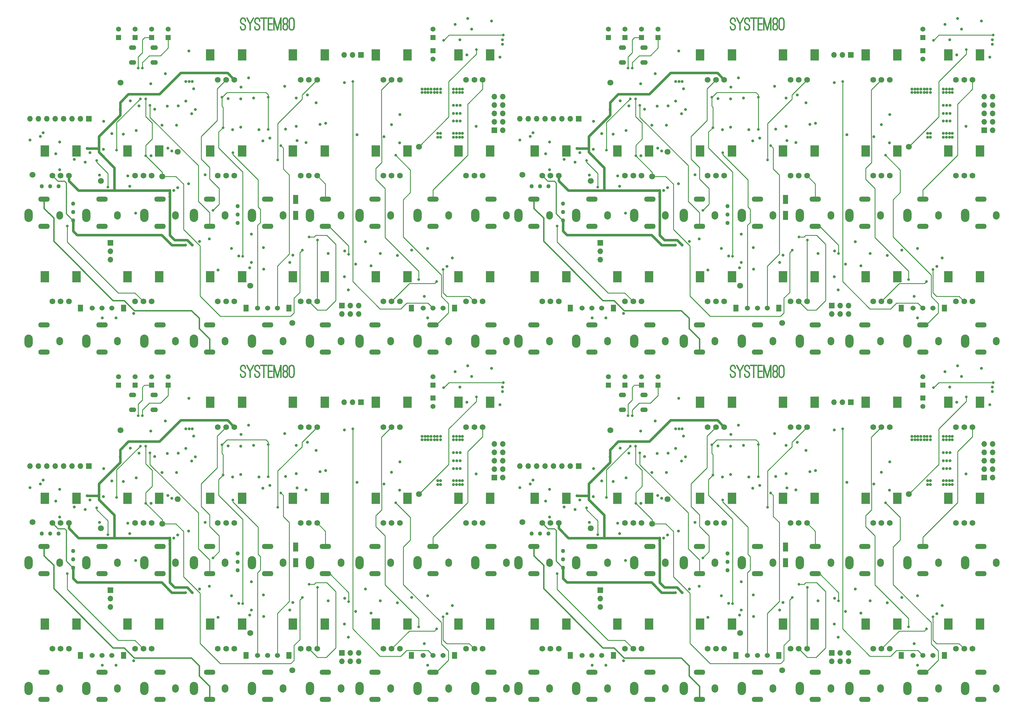
<source format=gtl>
G04 #@! TF.FileFunction,Copper,L1,Top,Signal*
%FSLAX46Y46*%
G04 Gerber Fmt 4.6, Leading zero omitted, Abs format (unit mm)*
G04 Created by KiCad (PCBNEW 4.0.2-stable) date 2018-11-15 11:45:16 AM*
%MOMM*%
G01*
G04 APERTURE LIST*
%ADD10C,0.200000*%
%ADD11C,0.010000*%
%ADD12C,1.270000*%
%ADD13R,1.700000X1.700000*%
%ADD14O,1.700000X1.700000*%
%ADD15C,1.800000*%
%ADD16R,1.600000X2.800000*%
%ADD17R,2.500000X3.500000*%
%ADD18C,1.750000*%
%ADD19O,2.500000X4.000000*%
%ADD20O,2.000000X2.500000*%
%ADD21O,3.500000X1.500000*%
%ADD22C,1.524000*%
%ADD23R,1.500000X2.000000*%
%ADD24R,1.500000X1.500000*%
%ADD25C,1.500000*%
%ADD26O,2.200000X1.400000*%
%ADD27O,2.250000X1.400000*%
%ADD28C,0.900000*%
%ADD29C,0.800000*%
%ADD30C,0.350000*%
%ADD31C,0.250000*%
%ADD32C,0.800000*%
%ADD33C,0.400000*%
G04 APERTURE END LIST*
D10*
D11*
G36*
X298627439Y-47643464D02*
X298695647Y-47647415D01*
X298756151Y-47653762D01*
X298803869Y-47662399D01*
X298804973Y-47662673D01*
X298919198Y-47699312D01*
X299021575Y-47749216D01*
X299113262Y-47813002D01*
X299152621Y-47847602D01*
X299226160Y-47926422D01*
X299288009Y-48013724D01*
X299338935Y-48111158D01*
X299379709Y-48220374D01*
X299411098Y-48343020D01*
X299428063Y-48438857D01*
X299435813Y-48501028D01*
X299441109Y-48565122D01*
X299443932Y-48627823D01*
X299444263Y-48685817D01*
X299442082Y-48735788D01*
X299437370Y-48774422D01*
X299430130Y-48798366D01*
X299397204Y-48841245D01*
X299354449Y-48871348D01*
X299305481Y-48887752D01*
X299253919Y-48889537D01*
X299203382Y-48875779D01*
X299179005Y-48862373D01*
X299155632Y-48844304D01*
X299137519Y-48823098D01*
X299123769Y-48796040D01*
X299113484Y-48760415D01*
X299105765Y-48713507D01*
X299099717Y-48652603D01*
X299096902Y-48614037D01*
X299085453Y-48495980D01*
X299067730Y-48393549D01*
X299043228Y-48305168D01*
X299011441Y-48229259D01*
X298971862Y-48164248D01*
X298940069Y-48125273D01*
X298900645Y-48085550D01*
X298862322Y-48055684D01*
X298819077Y-48031823D01*
X298764890Y-48010115D01*
X298754150Y-48006360D01*
X298720632Y-47995639D01*
X298690604Y-47988527D01*
X298658577Y-47984280D01*
X298619060Y-47982152D01*
X298570286Y-47981421D01*
X298493898Y-47983704D01*
X298429970Y-47992455D01*
X298373552Y-48009028D01*
X298319695Y-48034777D01*
X298276761Y-48061776D01*
X298210013Y-48118011D01*
X298151640Y-48188882D01*
X298102325Y-48272597D01*
X298062750Y-48367360D01*
X298033597Y-48471378D01*
X298015550Y-48582856D01*
X298009290Y-48700001D01*
X298010833Y-48760893D01*
X298023216Y-48871355D01*
X298048786Y-48970453D01*
X298088286Y-49060027D01*
X298142456Y-49141914D01*
X298183954Y-49189861D01*
X298233429Y-49239291D01*
X298283042Y-49282586D01*
X298335873Y-49321737D01*
X298395004Y-49358734D01*
X298463517Y-49395568D01*
X298544493Y-49434230D01*
X298601504Y-49459641D01*
X298722994Y-49514476D01*
X298828751Y-49566272D01*
X298920663Y-49616316D01*
X299000619Y-49665889D01*
X299070506Y-49716278D01*
X299132212Y-49768764D01*
X299187626Y-49824632D01*
X299238634Y-49885167D01*
X299251062Y-49901370D01*
X299317949Y-50001459D01*
X299369937Y-50105301D01*
X299407712Y-50215125D01*
X299431959Y-50333157D01*
X299443364Y-50461626D01*
X299444469Y-50529821D01*
X299436863Y-50678151D01*
X299415960Y-50817698D01*
X299382273Y-50947703D01*
X299336314Y-51067405D01*
X299278596Y-51176042D01*
X299209633Y-51272853D01*
X299129939Y-51357077D01*
X299040025Y-51427953D01*
X298940406Y-51484720D01*
X298831594Y-51526616D01*
X298760220Y-51544691D01*
X298695754Y-51554748D01*
X298620978Y-51561273D01*
X298543439Y-51563934D01*
X298470684Y-51562403D01*
X298430630Y-51559128D01*
X298315323Y-51538986D01*
X298205908Y-51506011D01*
X298105372Y-51461374D01*
X298016703Y-51406247D01*
X297992210Y-51387306D01*
X297915815Y-51313660D01*
X297848818Y-51225680D01*
X297791776Y-51124878D01*
X297745246Y-51012763D01*
X297709783Y-50890844D01*
X297685944Y-50760632D01*
X297674285Y-50623635D01*
X297673709Y-50522962D01*
X297675397Y-50473567D01*
X297677761Y-50438654D01*
X297681371Y-50414561D01*
X297686793Y-50397625D01*
X297694598Y-50384186D01*
X297695424Y-50383040D01*
X297730465Y-50349518D01*
X297775363Y-50327809D01*
X297825635Y-50318611D01*
X297876799Y-50322620D01*
X297924373Y-50340533D01*
X297933367Y-50346046D01*
X297969805Y-50378907D01*
X297993712Y-50421835D01*
X298005882Y-50476652D01*
X298007883Y-50516811D01*
X298013006Y-50631045D01*
X298027840Y-50739661D01*
X298051715Y-50840497D01*
X298083959Y-50931392D01*
X298123901Y-51010185D01*
X298170870Y-51074715D01*
X298186076Y-51090815D01*
X298250561Y-51144441D01*
X298322152Y-51183716D01*
X298402452Y-51209165D01*
X298493061Y-51221315D01*
X298583359Y-51221386D01*
X298683688Y-51208847D01*
X298773172Y-51181914D01*
X298851855Y-51140537D01*
X298919780Y-51084662D01*
X298976993Y-51014239D01*
X299023537Y-50929216D01*
X299059457Y-50829541D01*
X299084798Y-50715162D01*
X299096696Y-50621763D01*
X299100869Y-50497768D01*
X299089572Y-50382687D01*
X299062916Y-50276785D01*
X299021011Y-50180326D01*
X298963967Y-50093575D01*
X298891897Y-50016799D01*
X298820509Y-49960676D01*
X298792918Y-49943653D01*
X298751727Y-49920746D01*
X298699914Y-49893442D01*
X298640457Y-49863228D01*
X298576335Y-49831589D01*
X298510526Y-49800013D01*
X298446008Y-49769986D01*
X298385759Y-49742994D01*
X298374834Y-49738242D01*
X298242845Y-49672644D01*
X298122166Y-49595331D01*
X298013738Y-49507328D01*
X297918500Y-49409659D01*
X297837392Y-49303346D01*
X297771354Y-49189415D01*
X297721326Y-49068888D01*
X297702439Y-49005821D01*
X297689293Y-48940766D01*
X297679777Y-48862706D01*
X297674053Y-48776446D01*
X297672278Y-48686790D01*
X297674612Y-48598540D01*
X297681215Y-48516502D01*
X297685193Y-48485771D01*
X297713309Y-48343395D01*
X297753977Y-48212396D01*
X297806745Y-48093319D01*
X297871157Y-47986707D01*
X297946760Y-47893107D01*
X298033099Y-47813062D01*
X298129720Y-47747118D01*
X298236168Y-47695819D01*
X298351989Y-47659709D01*
X298379211Y-47653750D01*
X298427412Y-47647052D01*
X298488239Y-47643176D01*
X298556609Y-47642015D01*
X298627439Y-47643464D01*
X298627439Y-47643464D01*
G37*
X298627439Y-47643464D02*
X298695647Y-47647415D01*
X298756151Y-47653762D01*
X298803869Y-47662399D01*
X298804973Y-47662673D01*
X298919198Y-47699312D01*
X299021575Y-47749216D01*
X299113262Y-47813002D01*
X299152621Y-47847602D01*
X299226160Y-47926422D01*
X299288009Y-48013724D01*
X299338935Y-48111158D01*
X299379709Y-48220374D01*
X299411098Y-48343020D01*
X299428063Y-48438857D01*
X299435813Y-48501028D01*
X299441109Y-48565122D01*
X299443932Y-48627823D01*
X299444263Y-48685817D01*
X299442082Y-48735788D01*
X299437370Y-48774422D01*
X299430130Y-48798366D01*
X299397204Y-48841245D01*
X299354449Y-48871348D01*
X299305481Y-48887752D01*
X299253919Y-48889537D01*
X299203382Y-48875779D01*
X299179005Y-48862373D01*
X299155632Y-48844304D01*
X299137519Y-48823098D01*
X299123769Y-48796040D01*
X299113484Y-48760415D01*
X299105765Y-48713507D01*
X299099717Y-48652603D01*
X299096902Y-48614037D01*
X299085453Y-48495980D01*
X299067730Y-48393549D01*
X299043228Y-48305168D01*
X299011441Y-48229259D01*
X298971862Y-48164248D01*
X298940069Y-48125273D01*
X298900645Y-48085550D01*
X298862322Y-48055684D01*
X298819077Y-48031823D01*
X298764890Y-48010115D01*
X298754150Y-48006360D01*
X298720632Y-47995639D01*
X298690604Y-47988527D01*
X298658577Y-47984280D01*
X298619060Y-47982152D01*
X298570286Y-47981421D01*
X298493898Y-47983704D01*
X298429970Y-47992455D01*
X298373552Y-48009028D01*
X298319695Y-48034777D01*
X298276761Y-48061776D01*
X298210013Y-48118011D01*
X298151640Y-48188882D01*
X298102325Y-48272597D01*
X298062750Y-48367360D01*
X298033597Y-48471378D01*
X298015550Y-48582856D01*
X298009290Y-48700001D01*
X298010833Y-48760893D01*
X298023216Y-48871355D01*
X298048786Y-48970453D01*
X298088286Y-49060027D01*
X298142456Y-49141914D01*
X298183954Y-49189861D01*
X298233429Y-49239291D01*
X298283042Y-49282586D01*
X298335873Y-49321737D01*
X298395004Y-49358734D01*
X298463517Y-49395568D01*
X298544493Y-49434230D01*
X298601504Y-49459641D01*
X298722994Y-49514476D01*
X298828751Y-49566272D01*
X298920663Y-49616316D01*
X299000619Y-49665889D01*
X299070506Y-49716278D01*
X299132212Y-49768764D01*
X299187626Y-49824632D01*
X299238634Y-49885167D01*
X299251062Y-49901370D01*
X299317949Y-50001459D01*
X299369937Y-50105301D01*
X299407712Y-50215125D01*
X299431959Y-50333157D01*
X299443364Y-50461626D01*
X299444469Y-50529821D01*
X299436863Y-50678151D01*
X299415960Y-50817698D01*
X299382273Y-50947703D01*
X299336314Y-51067405D01*
X299278596Y-51176042D01*
X299209633Y-51272853D01*
X299129939Y-51357077D01*
X299040025Y-51427953D01*
X298940406Y-51484720D01*
X298831594Y-51526616D01*
X298760220Y-51544691D01*
X298695754Y-51554748D01*
X298620978Y-51561273D01*
X298543439Y-51563934D01*
X298470684Y-51562403D01*
X298430630Y-51559128D01*
X298315323Y-51538986D01*
X298205908Y-51506011D01*
X298105372Y-51461374D01*
X298016703Y-51406247D01*
X297992210Y-51387306D01*
X297915815Y-51313660D01*
X297848818Y-51225680D01*
X297791776Y-51124878D01*
X297745246Y-51012763D01*
X297709783Y-50890844D01*
X297685944Y-50760632D01*
X297674285Y-50623635D01*
X297673709Y-50522962D01*
X297675397Y-50473567D01*
X297677761Y-50438654D01*
X297681371Y-50414561D01*
X297686793Y-50397625D01*
X297694598Y-50384186D01*
X297695424Y-50383040D01*
X297730465Y-50349518D01*
X297775363Y-50327809D01*
X297825635Y-50318611D01*
X297876799Y-50322620D01*
X297924373Y-50340533D01*
X297933367Y-50346046D01*
X297969805Y-50378907D01*
X297993712Y-50421835D01*
X298005882Y-50476652D01*
X298007883Y-50516811D01*
X298013006Y-50631045D01*
X298027840Y-50739661D01*
X298051715Y-50840497D01*
X298083959Y-50931392D01*
X298123901Y-51010185D01*
X298170870Y-51074715D01*
X298186076Y-51090815D01*
X298250561Y-51144441D01*
X298322152Y-51183716D01*
X298402452Y-51209165D01*
X298493061Y-51221315D01*
X298583359Y-51221386D01*
X298683688Y-51208847D01*
X298773172Y-51181914D01*
X298851855Y-51140537D01*
X298919780Y-51084662D01*
X298976993Y-51014239D01*
X299023537Y-50929216D01*
X299059457Y-50829541D01*
X299084798Y-50715162D01*
X299096696Y-50621763D01*
X299100869Y-50497768D01*
X299089572Y-50382687D01*
X299062916Y-50276785D01*
X299021011Y-50180326D01*
X298963967Y-50093575D01*
X298891897Y-50016799D01*
X298820509Y-49960676D01*
X298792918Y-49943653D01*
X298751727Y-49920746D01*
X298699914Y-49893442D01*
X298640457Y-49863228D01*
X298576335Y-49831589D01*
X298510526Y-49800013D01*
X298446008Y-49769986D01*
X298385759Y-49742994D01*
X298374834Y-49738242D01*
X298242845Y-49672644D01*
X298122166Y-49595331D01*
X298013738Y-49507328D01*
X297918500Y-49409659D01*
X297837392Y-49303346D01*
X297771354Y-49189415D01*
X297721326Y-49068888D01*
X297702439Y-49005821D01*
X297689293Y-48940766D01*
X297679777Y-48862706D01*
X297674053Y-48776446D01*
X297672278Y-48686790D01*
X297674612Y-48598540D01*
X297681215Y-48516502D01*
X297685193Y-48485771D01*
X297713309Y-48343395D01*
X297753977Y-48212396D01*
X297806745Y-48093319D01*
X297871157Y-47986707D01*
X297946760Y-47893107D01*
X298033099Y-47813062D01*
X298129720Y-47747118D01*
X298236168Y-47695819D01*
X298351989Y-47659709D01*
X298379211Y-47653750D01*
X298427412Y-47647052D01*
X298488239Y-47643176D01*
X298556609Y-47642015D01*
X298627439Y-47643464D01*
G36*
X301763498Y-47648500D02*
X301808104Y-47670282D01*
X301843509Y-47703251D01*
X301867771Y-47744543D01*
X301878950Y-47791293D01*
X301875108Y-47840637D01*
X301865702Y-47868264D01*
X301859025Y-47881477D01*
X301844211Y-47909518D01*
X301821844Y-47951308D01*
X301792512Y-48005768D01*
X301756800Y-48071818D01*
X301715293Y-48148379D01*
X301668579Y-48234370D01*
X301617242Y-48328714D01*
X301561869Y-48430330D01*
X301503045Y-48538138D01*
X301441358Y-48651061D01*
X301377391Y-48768017D01*
X301370283Y-48781004D01*
X300892572Y-49653830D01*
X300892572Y-51444442D01*
X300870783Y-51481622D01*
X300837908Y-51520695D01*
X300794085Y-51547906D01*
X300743336Y-51561637D01*
X300689684Y-51560272D01*
X300679976Y-51558286D01*
X300634889Y-51539977D01*
X300594908Y-51509598D01*
X300568259Y-51475049D01*
X300565650Y-51469344D01*
X300563328Y-51461609D01*
X300561270Y-51450769D01*
X300559452Y-51435749D01*
X300557851Y-51415476D01*
X300556444Y-51388875D01*
X300555206Y-51354872D01*
X300554115Y-51312392D01*
X300553147Y-51260361D01*
X300552279Y-51197705D01*
X300551488Y-51123349D01*
X300550749Y-51036219D01*
X300550040Y-50935241D01*
X300549337Y-50819340D01*
X300548616Y-50687443D01*
X300547857Y-50538893D01*
X300543322Y-49631750D01*
X300060088Y-48749509D01*
X299978651Y-48600676D01*
X299905726Y-48467067D01*
X299840986Y-48348063D01*
X299784102Y-48243045D01*
X299734747Y-48151393D01*
X299692591Y-48072489D01*
X299657307Y-48005713D01*
X299628567Y-47950446D01*
X299606042Y-47906070D01*
X299589405Y-47871965D01*
X299578327Y-47847511D01*
X299572479Y-47832091D01*
X299571421Y-47827625D01*
X299572473Y-47773467D01*
X299589933Y-47724602D01*
X299622302Y-47683917D01*
X299659353Y-47658461D01*
X299706807Y-47643357D01*
X299757856Y-47642260D01*
X299807589Y-47654119D01*
X299851099Y-47677885D01*
X299878563Y-47705352D01*
X299886123Y-47717625D01*
X299901710Y-47744668D01*
X299924679Y-47785318D01*
X299954384Y-47838408D01*
X299990181Y-47902774D01*
X300031425Y-47977249D01*
X300077470Y-48060670D01*
X300127672Y-48151871D01*
X300181385Y-48249686D01*
X300237964Y-48352951D01*
X300296765Y-48460500D01*
X300307238Y-48479679D01*
X300365972Y-48587212D01*
X300422289Y-48690228D01*
X300475577Y-48787612D01*
X300525222Y-48878245D01*
X300570611Y-48961011D01*
X300611129Y-49034792D01*
X300646163Y-49098472D01*
X300675100Y-49150934D01*
X300697326Y-49191060D01*
X300712227Y-49217733D01*
X300719191Y-49229837D01*
X300719594Y-49230431D01*
X300724759Y-49223658D01*
X300738026Y-49202051D01*
X300758788Y-49166690D01*
X300786434Y-49118656D01*
X300820357Y-49059028D01*
X300859948Y-48988887D01*
X300904596Y-48909312D01*
X300953693Y-48821385D01*
X301006631Y-48726184D01*
X301062800Y-48624791D01*
X301121591Y-48518286D01*
X301141553Y-48482038D01*
X301201465Y-48373261D01*
X301259170Y-48268635D01*
X301314034Y-48169305D01*
X301365420Y-48076413D01*
X301412695Y-47991102D01*
X301455223Y-47914514D01*
X301492370Y-47847794D01*
X301523500Y-47792083D01*
X301547980Y-47748525D01*
X301565173Y-47718262D01*
X301574446Y-47702438D01*
X301575539Y-47700747D01*
X301604525Y-47673296D01*
X301645338Y-47652837D01*
X301692217Y-47641907D01*
X301711629Y-47640771D01*
X301763498Y-47648500D01*
X301763498Y-47648500D01*
G37*
X301763498Y-47648500D02*
X301808104Y-47670282D01*
X301843509Y-47703251D01*
X301867771Y-47744543D01*
X301878950Y-47791293D01*
X301875108Y-47840637D01*
X301865702Y-47868264D01*
X301859025Y-47881477D01*
X301844211Y-47909518D01*
X301821844Y-47951308D01*
X301792512Y-48005768D01*
X301756800Y-48071818D01*
X301715293Y-48148379D01*
X301668579Y-48234370D01*
X301617242Y-48328714D01*
X301561869Y-48430330D01*
X301503045Y-48538138D01*
X301441358Y-48651061D01*
X301377391Y-48768017D01*
X301370283Y-48781004D01*
X300892572Y-49653830D01*
X300892572Y-51444442D01*
X300870783Y-51481622D01*
X300837908Y-51520695D01*
X300794085Y-51547906D01*
X300743336Y-51561637D01*
X300689684Y-51560272D01*
X300679976Y-51558286D01*
X300634889Y-51539977D01*
X300594908Y-51509598D01*
X300568259Y-51475049D01*
X300565650Y-51469344D01*
X300563328Y-51461609D01*
X300561270Y-51450769D01*
X300559452Y-51435749D01*
X300557851Y-51415476D01*
X300556444Y-51388875D01*
X300555206Y-51354872D01*
X300554115Y-51312392D01*
X300553147Y-51260361D01*
X300552279Y-51197705D01*
X300551488Y-51123349D01*
X300550749Y-51036219D01*
X300550040Y-50935241D01*
X300549337Y-50819340D01*
X300548616Y-50687443D01*
X300547857Y-50538893D01*
X300543322Y-49631750D01*
X300060088Y-48749509D01*
X299978651Y-48600676D01*
X299905726Y-48467067D01*
X299840986Y-48348063D01*
X299784102Y-48243045D01*
X299734747Y-48151393D01*
X299692591Y-48072489D01*
X299657307Y-48005713D01*
X299628567Y-47950446D01*
X299606042Y-47906070D01*
X299589405Y-47871965D01*
X299578327Y-47847511D01*
X299572479Y-47832091D01*
X299571421Y-47827625D01*
X299572473Y-47773467D01*
X299589933Y-47724602D01*
X299622302Y-47683917D01*
X299659353Y-47658461D01*
X299706807Y-47643357D01*
X299757856Y-47642260D01*
X299807589Y-47654119D01*
X299851099Y-47677885D01*
X299878563Y-47705352D01*
X299886123Y-47717625D01*
X299901710Y-47744668D01*
X299924679Y-47785318D01*
X299954384Y-47838408D01*
X299990181Y-47902774D01*
X300031425Y-47977249D01*
X300077470Y-48060670D01*
X300127672Y-48151871D01*
X300181385Y-48249686D01*
X300237964Y-48352951D01*
X300296765Y-48460500D01*
X300307238Y-48479679D01*
X300365972Y-48587212D01*
X300422289Y-48690228D01*
X300475577Y-48787612D01*
X300525222Y-48878245D01*
X300570611Y-48961011D01*
X300611129Y-49034792D01*
X300646163Y-49098472D01*
X300675100Y-49150934D01*
X300697326Y-49191060D01*
X300712227Y-49217733D01*
X300719191Y-49229837D01*
X300719594Y-49230431D01*
X300724759Y-49223658D01*
X300738026Y-49202051D01*
X300758788Y-49166690D01*
X300786434Y-49118656D01*
X300820357Y-49059028D01*
X300859948Y-48988887D01*
X300904596Y-48909312D01*
X300953693Y-48821385D01*
X301006631Y-48726184D01*
X301062800Y-48624791D01*
X301121591Y-48518286D01*
X301141553Y-48482038D01*
X301201465Y-48373261D01*
X301259170Y-48268635D01*
X301314034Y-48169305D01*
X301365420Y-48076413D01*
X301412695Y-47991102D01*
X301455223Y-47914514D01*
X301492370Y-47847794D01*
X301523500Y-47792083D01*
X301547980Y-47748525D01*
X301565173Y-47718262D01*
X301574446Y-47702438D01*
X301575539Y-47700747D01*
X301604525Y-47673296D01*
X301645338Y-47652837D01*
X301692217Y-47641907D01*
X301711629Y-47640771D01*
X301763498Y-47648500D01*
G36*
X302895069Y-47642188D02*
X302975893Y-47646702D01*
X303050737Y-47655110D01*
X303113762Y-47667229D01*
X303115072Y-47667561D01*
X303228535Y-47705225D01*
X303331111Y-47757275D01*
X303422634Y-47823462D01*
X303502939Y-47903535D01*
X303571860Y-47997247D01*
X303629231Y-48104346D01*
X303674889Y-48224584D01*
X303708666Y-48357712D01*
X303730398Y-48503479D01*
X303738099Y-48607274D01*
X303739738Y-48655135D01*
X303740171Y-48699442D01*
X303739422Y-48735453D01*
X303737515Y-48758426D01*
X303737340Y-48759414D01*
X303721372Y-48799527D01*
X303691633Y-48836271D01*
X303652497Y-48866208D01*
X303608336Y-48885903D01*
X303568643Y-48892030D01*
X303520617Y-48883605D01*
X303475302Y-48860608D01*
X303437322Y-48826458D01*
X303411300Y-48784574D01*
X303406948Y-48772463D01*
X303403030Y-48751990D01*
X303399002Y-48718060D01*
X303395332Y-48675350D01*
X303392488Y-48628535D01*
X303392436Y-48627430D01*
X303381194Y-48497501D01*
X303360408Y-48382825D01*
X303329892Y-48283111D01*
X303289457Y-48198067D01*
X303238917Y-48127403D01*
X303178086Y-48070827D01*
X303106776Y-48028048D01*
X303024800Y-47998776D01*
X302982803Y-47989648D01*
X302879717Y-47977707D01*
X302786080Y-47980713D01*
X302700541Y-47999043D01*
X302621744Y-48033067D01*
X302548337Y-48083161D01*
X302506271Y-48121131D01*
X302469299Y-48159603D01*
X302441636Y-48194103D01*
X302418211Y-48231724D01*
X302395862Y-48275572D01*
X302353107Y-48383490D01*
X302323313Y-48499910D01*
X302306889Y-48620741D01*
X302304245Y-48741894D01*
X302315790Y-48859281D01*
X302330425Y-48929040D01*
X302364135Y-49023471D01*
X302414966Y-49112664D01*
X302482497Y-49196006D01*
X302566306Y-49272885D01*
X302568587Y-49274704D01*
X302608010Y-49304865D01*
X302647284Y-49332106D01*
X302689299Y-49358023D01*
X302736942Y-49384212D01*
X302793103Y-49412267D01*
X302860669Y-49443783D01*
X302934830Y-49476960D01*
X303038068Y-49523724D01*
X303126475Y-49566639D01*
X303202537Y-49607265D01*
X303268740Y-49647167D01*
X303327571Y-49687905D01*
X303381515Y-49731042D01*
X303433058Y-49778141D01*
X303465031Y-49810152D01*
X303541430Y-49896593D01*
X303602607Y-49983602D01*
X303651121Y-50075349D01*
X303689530Y-50176005D01*
X303689540Y-50176036D01*
X303705371Y-50227336D01*
X303717226Y-50271948D01*
X303725646Y-50314070D01*
X303731174Y-50357899D01*
X303734354Y-50407633D01*
X303735727Y-50467470D01*
X303735864Y-50534357D01*
X303735279Y-50602274D01*
X303733834Y-50656176D01*
X303731213Y-50700182D01*
X303727102Y-50738411D01*
X303721187Y-50774982D01*
X303715229Y-50804489D01*
X303678177Y-50942991D01*
X303629465Y-51068616D01*
X303569407Y-51180996D01*
X303498317Y-51279765D01*
X303416511Y-51364555D01*
X303324302Y-51434998D01*
X303222006Y-51490726D01*
X303109938Y-51531372D01*
X303087857Y-51537286D01*
X302968786Y-51558803D01*
X302841173Y-51565384D01*
X302721695Y-51558559D01*
X302600237Y-51538478D01*
X302490112Y-51504748D01*
X302390045Y-51456766D01*
X302298759Y-51393928D01*
X302220361Y-51321349D01*
X302146145Y-51230044D01*
X302084791Y-51126021D01*
X302036337Y-51009400D01*
X302000823Y-50880299D01*
X301978289Y-50738836D01*
X301968773Y-50585129D01*
X301968475Y-50561571D01*
X301968282Y-50507536D01*
X301968795Y-50468287D01*
X301970396Y-50440471D01*
X301973465Y-50420736D01*
X301978385Y-50405728D01*
X301985538Y-50392094D01*
X301988289Y-50387590D01*
X302019803Y-50352989D01*
X302061726Y-50329509D01*
X302109626Y-50317842D01*
X302159069Y-50318674D01*
X302205623Y-50332695D01*
X302232736Y-50349607D01*
X302257590Y-50372062D01*
X302275484Y-50395924D01*
X302287789Y-50424943D01*
X302295874Y-50462871D01*
X302301111Y-50513460D01*
X302302926Y-50541748D01*
X302313014Y-50663018D01*
X302328988Y-50768684D01*
X302351426Y-50860494D01*
X302380908Y-50940193D01*
X302418010Y-51009527D01*
X302463311Y-51070242D01*
X302486048Y-51094734D01*
X302547460Y-51146313D01*
X302616934Y-51184256D01*
X302696154Y-51209173D01*
X302786805Y-51221670D01*
X302842929Y-51223471D01*
X302945827Y-51215880D01*
X303038684Y-51193190D01*
X303121327Y-51155527D01*
X303193581Y-51103017D01*
X303255275Y-51035784D01*
X303306234Y-50953955D01*
X303345945Y-50858675D01*
X303366585Y-50783626D01*
X303382581Y-50698126D01*
X303392810Y-50609524D01*
X303396164Y-50529821D01*
X303389286Y-50413288D01*
X303368460Y-50307803D01*
X303333332Y-50212402D01*
X303283545Y-50126115D01*
X303219393Y-50048643D01*
X303184271Y-50014993D01*
X303145836Y-49983673D01*
X303101508Y-49953073D01*
X303048709Y-49921580D01*
X302984860Y-49887584D01*
X302907383Y-49849474D01*
X302879215Y-49836111D01*
X302820823Y-49808587D01*
X302759683Y-49779741D01*
X302700925Y-49751993D01*
X302649679Y-49727765D01*
X302619751Y-49713595D01*
X302521522Y-49662702D01*
X302435000Y-49607746D01*
X302353755Y-49544273D01*
X302286744Y-49482923D01*
X302194891Y-49385494D01*
X302120065Y-49286991D01*
X302061198Y-49185036D01*
X302017220Y-49077252D01*
X301987063Y-48961263D01*
X301969657Y-48834691D01*
X301965475Y-48768444D01*
X301966058Y-48619397D01*
X301980149Y-48477408D01*
X302007172Y-48343380D01*
X302046551Y-48218218D01*
X302097710Y-48102826D01*
X302160074Y-47998108D01*
X302233067Y-47904967D01*
X302316113Y-47824309D01*
X302408638Y-47757036D01*
X302510065Y-47704054D01*
X302619819Y-47666267D01*
X302675107Y-47653826D01*
X302738837Y-47645567D01*
X302814104Y-47641748D01*
X302895069Y-47642188D01*
X302895069Y-47642188D01*
G37*
X302895069Y-47642188D02*
X302975893Y-47646702D01*
X303050737Y-47655110D01*
X303113762Y-47667229D01*
X303115072Y-47667561D01*
X303228535Y-47705225D01*
X303331111Y-47757275D01*
X303422634Y-47823462D01*
X303502939Y-47903535D01*
X303571860Y-47997247D01*
X303629231Y-48104346D01*
X303674889Y-48224584D01*
X303708666Y-48357712D01*
X303730398Y-48503479D01*
X303738099Y-48607274D01*
X303739738Y-48655135D01*
X303740171Y-48699442D01*
X303739422Y-48735453D01*
X303737515Y-48758426D01*
X303737340Y-48759414D01*
X303721372Y-48799527D01*
X303691633Y-48836271D01*
X303652497Y-48866208D01*
X303608336Y-48885903D01*
X303568643Y-48892030D01*
X303520617Y-48883605D01*
X303475302Y-48860608D01*
X303437322Y-48826458D01*
X303411300Y-48784574D01*
X303406948Y-48772463D01*
X303403030Y-48751990D01*
X303399002Y-48718060D01*
X303395332Y-48675350D01*
X303392488Y-48628535D01*
X303392436Y-48627430D01*
X303381194Y-48497501D01*
X303360408Y-48382825D01*
X303329892Y-48283111D01*
X303289457Y-48198067D01*
X303238917Y-48127403D01*
X303178086Y-48070827D01*
X303106776Y-48028048D01*
X303024800Y-47998776D01*
X302982803Y-47989648D01*
X302879717Y-47977707D01*
X302786080Y-47980713D01*
X302700541Y-47999043D01*
X302621744Y-48033067D01*
X302548337Y-48083161D01*
X302506271Y-48121131D01*
X302469299Y-48159603D01*
X302441636Y-48194103D01*
X302418211Y-48231724D01*
X302395862Y-48275572D01*
X302353107Y-48383490D01*
X302323313Y-48499910D01*
X302306889Y-48620741D01*
X302304245Y-48741894D01*
X302315790Y-48859281D01*
X302330425Y-48929040D01*
X302364135Y-49023471D01*
X302414966Y-49112664D01*
X302482497Y-49196006D01*
X302566306Y-49272885D01*
X302568587Y-49274704D01*
X302608010Y-49304865D01*
X302647284Y-49332106D01*
X302689299Y-49358023D01*
X302736942Y-49384212D01*
X302793103Y-49412267D01*
X302860669Y-49443783D01*
X302934830Y-49476960D01*
X303038068Y-49523724D01*
X303126475Y-49566639D01*
X303202537Y-49607265D01*
X303268740Y-49647167D01*
X303327571Y-49687905D01*
X303381515Y-49731042D01*
X303433058Y-49778141D01*
X303465031Y-49810152D01*
X303541430Y-49896593D01*
X303602607Y-49983602D01*
X303651121Y-50075349D01*
X303689530Y-50176005D01*
X303689540Y-50176036D01*
X303705371Y-50227336D01*
X303717226Y-50271948D01*
X303725646Y-50314070D01*
X303731174Y-50357899D01*
X303734354Y-50407633D01*
X303735727Y-50467470D01*
X303735864Y-50534357D01*
X303735279Y-50602274D01*
X303733834Y-50656176D01*
X303731213Y-50700182D01*
X303727102Y-50738411D01*
X303721187Y-50774982D01*
X303715229Y-50804489D01*
X303678177Y-50942991D01*
X303629465Y-51068616D01*
X303569407Y-51180996D01*
X303498317Y-51279765D01*
X303416511Y-51364555D01*
X303324302Y-51434998D01*
X303222006Y-51490726D01*
X303109938Y-51531372D01*
X303087857Y-51537286D01*
X302968786Y-51558803D01*
X302841173Y-51565384D01*
X302721695Y-51558559D01*
X302600237Y-51538478D01*
X302490112Y-51504748D01*
X302390045Y-51456766D01*
X302298759Y-51393928D01*
X302220361Y-51321349D01*
X302146145Y-51230044D01*
X302084791Y-51126021D01*
X302036337Y-51009400D01*
X302000823Y-50880299D01*
X301978289Y-50738836D01*
X301968773Y-50585129D01*
X301968475Y-50561571D01*
X301968282Y-50507536D01*
X301968795Y-50468287D01*
X301970396Y-50440471D01*
X301973465Y-50420736D01*
X301978385Y-50405728D01*
X301985538Y-50392094D01*
X301988289Y-50387590D01*
X302019803Y-50352989D01*
X302061726Y-50329509D01*
X302109626Y-50317842D01*
X302159069Y-50318674D01*
X302205623Y-50332695D01*
X302232736Y-50349607D01*
X302257590Y-50372062D01*
X302275484Y-50395924D01*
X302287789Y-50424943D01*
X302295874Y-50462871D01*
X302301111Y-50513460D01*
X302302926Y-50541748D01*
X302313014Y-50663018D01*
X302328988Y-50768684D01*
X302351426Y-50860494D01*
X302380908Y-50940193D01*
X302418010Y-51009527D01*
X302463311Y-51070242D01*
X302486048Y-51094734D01*
X302547460Y-51146313D01*
X302616934Y-51184256D01*
X302696154Y-51209173D01*
X302786805Y-51221670D01*
X302842929Y-51223471D01*
X302945827Y-51215880D01*
X303038684Y-51193190D01*
X303121327Y-51155527D01*
X303193581Y-51103017D01*
X303255275Y-51035784D01*
X303306234Y-50953955D01*
X303345945Y-50858675D01*
X303366585Y-50783626D01*
X303382581Y-50698126D01*
X303392810Y-50609524D01*
X303396164Y-50529821D01*
X303389286Y-50413288D01*
X303368460Y-50307803D01*
X303333332Y-50212402D01*
X303283545Y-50126115D01*
X303219393Y-50048643D01*
X303184271Y-50014993D01*
X303145836Y-49983673D01*
X303101508Y-49953073D01*
X303048709Y-49921580D01*
X302984860Y-49887584D01*
X302907383Y-49849474D01*
X302879215Y-49836111D01*
X302820823Y-49808587D01*
X302759683Y-49779741D01*
X302700925Y-49751993D01*
X302649679Y-49727765D01*
X302619751Y-49713595D01*
X302521522Y-49662702D01*
X302435000Y-49607746D01*
X302353755Y-49544273D01*
X302286744Y-49482923D01*
X302194891Y-49385494D01*
X302120065Y-49286991D01*
X302061198Y-49185036D01*
X302017220Y-49077252D01*
X301987063Y-48961263D01*
X301969657Y-48834691D01*
X301965475Y-48768444D01*
X301966058Y-48619397D01*
X301980149Y-48477408D01*
X302007172Y-48343380D01*
X302046551Y-48218218D01*
X302097710Y-48102826D01*
X302160074Y-47998108D01*
X302233067Y-47904967D01*
X302316113Y-47824309D01*
X302408638Y-47757036D01*
X302510065Y-47704054D01*
X302619819Y-47666267D01*
X302675107Y-47653826D01*
X302738837Y-47645567D01*
X302814104Y-47641748D01*
X302895069Y-47642188D01*
G36*
X305254733Y-47640523D02*
X305361371Y-47640648D01*
X305454055Y-47640959D01*
X305533831Y-47641521D01*
X305601747Y-47642401D01*
X305658849Y-47643667D01*
X305706185Y-47645385D01*
X305744801Y-47647622D01*
X305775745Y-47650444D01*
X305800064Y-47653919D01*
X305818803Y-47658113D01*
X305833012Y-47663094D01*
X305843736Y-47668927D01*
X305852023Y-47675680D01*
X305858919Y-47683420D01*
X305865472Y-47692213D01*
X305872729Y-47702126D01*
X305876268Y-47706677D01*
X305893037Y-47731278D01*
X305902271Y-47756744D01*
X305906692Y-47791085D01*
X305907102Y-47797391D01*
X305903486Y-47855300D01*
X305885131Y-47902783D01*
X305852133Y-47939650D01*
X305827791Y-47955325D01*
X305817955Y-47960380D01*
X305808179Y-47964545D01*
X305796700Y-47967908D01*
X305781753Y-47970553D01*
X305761577Y-47972567D01*
X305734407Y-47974035D01*
X305698481Y-47975045D01*
X305652035Y-47975682D01*
X305593305Y-47976032D01*
X305520529Y-47976180D01*
X305431944Y-47976214D01*
X305011000Y-47976214D01*
X305011000Y-49704772D01*
X305011013Y-49914653D01*
X305011038Y-50107160D01*
X305011055Y-50283062D01*
X305011043Y-50443126D01*
X305010981Y-50588123D01*
X305010848Y-50718820D01*
X305010624Y-50835986D01*
X305010288Y-50940389D01*
X305009819Y-51032799D01*
X305009197Y-51113985D01*
X305008401Y-51184713D01*
X305007410Y-51245755D01*
X305006204Y-51297877D01*
X305004762Y-51341849D01*
X305003062Y-51378439D01*
X305001086Y-51408416D01*
X304998810Y-51432549D01*
X304996216Y-51451606D01*
X304993283Y-51466356D01*
X304989989Y-51477567D01*
X304986313Y-51486009D01*
X304982237Y-51492450D01*
X304977737Y-51497658D01*
X304972795Y-51502402D01*
X304967388Y-51507451D01*
X304962314Y-51512666D01*
X304924768Y-51541474D01*
X304877244Y-51559381D01*
X304825260Y-51564919D01*
X304785329Y-51559747D01*
X304738504Y-51539114D01*
X304700655Y-51503327D01*
X304688964Y-51485909D01*
X304686788Y-51481990D01*
X304684791Y-51477425D01*
X304682966Y-51471444D01*
X304681303Y-51463278D01*
X304679793Y-51452157D01*
X304678427Y-51437310D01*
X304677198Y-51417969D01*
X304676094Y-51393362D01*
X304675109Y-51362720D01*
X304674232Y-51325273D01*
X304673455Y-51280251D01*
X304672768Y-51226885D01*
X304672164Y-51164404D01*
X304671633Y-51092038D01*
X304671166Y-51009017D01*
X304670755Y-50914572D01*
X304670389Y-50807933D01*
X304670062Y-50688329D01*
X304669762Y-50554991D01*
X304669482Y-50407148D01*
X304669213Y-50244032D01*
X304668946Y-50064871D01*
X304668671Y-49868896D01*
X304668462Y-49715661D01*
X304666103Y-47976214D01*
X304283523Y-47976214D01*
X304190046Y-47976186D01*
X304112925Y-47976049D01*
X304050374Y-47975719D01*
X304000606Y-47975117D01*
X303961833Y-47974161D01*
X303932271Y-47972769D01*
X303910131Y-47970860D01*
X303893627Y-47968352D01*
X303880973Y-47965165D01*
X303870381Y-47961216D01*
X303861194Y-47956973D01*
X303819026Y-47927362D01*
X303789436Y-47887549D01*
X303773079Y-47841001D01*
X303770606Y-47791187D01*
X303782669Y-47741576D01*
X303809920Y-47695635D01*
X303811660Y-47693536D01*
X303818428Y-47685207D01*
X303824608Y-47677798D01*
X303831245Y-47671256D01*
X303839382Y-47665527D01*
X303850065Y-47660557D01*
X303864337Y-47656292D01*
X303883245Y-47652679D01*
X303907831Y-47649664D01*
X303939142Y-47647193D01*
X303978220Y-47645213D01*
X304026112Y-47643669D01*
X304083861Y-47642508D01*
X304152512Y-47641676D01*
X304233110Y-47641119D01*
X304326700Y-47640784D01*
X304434325Y-47640617D01*
X304557031Y-47640565D01*
X304695862Y-47640572D01*
X304840620Y-47640586D01*
X304995404Y-47640559D01*
X305133093Y-47640516D01*
X305254733Y-47640523D01*
X305254733Y-47640523D01*
G37*
X305254733Y-47640523D02*
X305361371Y-47640648D01*
X305454055Y-47640959D01*
X305533831Y-47641521D01*
X305601747Y-47642401D01*
X305658849Y-47643667D01*
X305706185Y-47645385D01*
X305744801Y-47647622D01*
X305775745Y-47650444D01*
X305800064Y-47653919D01*
X305818803Y-47658113D01*
X305833012Y-47663094D01*
X305843736Y-47668927D01*
X305852023Y-47675680D01*
X305858919Y-47683420D01*
X305865472Y-47692213D01*
X305872729Y-47702126D01*
X305876268Y-47706677D01*
X305893037Y-47731278D01*
X305902271Y-47756744D01*
X305906692Y-47791085D01*
X305907102Y-47797391D01*
X305903486Y-47855300D01*
X305885131Y-47902783D01*
X305852133Y-47939650D01*
X305827791Y-47955325D01*
X305817955Y-47960380D01*
X305808179Y-47964545D01*
X305796700Y-47967908D01*
X305781753Y-47970553D01*
X305761577Y-47972567D01*
X305734407Y-47974035D01*
X305698481Y-47975045D01*
X305652035Y-47975682D01*
X305593305Y-47976032D01*
X305520529Y-47976180D01*
X305431944Y-47976214D01*
X305011000Y-47976214D01*
X305011000Y-49704772D01*
X305011013Y-49914653D01*
X305011038Y-50107160D01*
X305011055Y-50283062D01*
X305011043Y-50443126D01*
X305010981Y-50588123D01*
X305010848Y-50718820D01*
X305010624Y-50835986D01*
X305010288Y-50940389D01*
X305009819Y-51032799D01*
X305009197Y-51113985D01*
X305008401Y-51184713D01*
X305007410Y-51245755D01*
X305006204Y-51297877D01*
X305004762Y-51341849D01*
X305003062Y-51378439D01*
X305001086Y-51408416D01*
X304998810Y-51432549D01*
X304996216Y-51451606D01*
X304993283Y-51466356D01*
X304989989Y-51477567D01*
X304986313Y-51486009D01*
X304982237Y-51492450D01*
X304977737Y-51497658D01*
X304972795Y-51502402D01*
X304967388Y-51507451D01*
X304962314Y-51512666D01*
X304924768Y-51541474D01*
X304877244Y-51559381D01*
X304825260Y-51564919D01*
X304785329Y-51559747D01*
X304738504Y-51539114D01*
X304700655Y-51503327D01*
X304688964Y-51485909D01*
X304686788Y-51481990D01*
X304684791Y-51477425D01*
X304682966Y-51471444D01*
X304681303Y-51463278D01*
X304679793Y-51452157D01*
X304678427Y-51437310D01*
X304677198Y-51417969D01*
X304676094Y-51393362D01*
X304675109Y-51362720D01*
X304674232Y-51325273D01*
X304673455Y-51280251D01*
X304672768Y-51226885D01*
X304672164Y-51164404D01*
X304671633Y-51092038D01*
X304671166Y-51009017D01*
X304670755Y-50914572D01*
X304670389Y-50807933D01*
X304670062Y-50688329D01*
X304669762Y-50554991D01*
X304669482Y-50407148D01*
X304669213Y-50244032D01*
X304668946Y-50064871D01*
X304668671Y-49868896D01*
X304668462Y-49715661D01*
X304666103Y-47976214D01*
X304283523Y-47976214D01*
X304190046Y-47976186D01*
X304112925Y-47976049D01*
X304050374Y-47975719D01*
X304000606Y-47975117D01*
X303961833Y-47974161D01*
X303932271Y-47972769D01*
X303910131Y-47970860D01*
X303893627Y-47968352D01*
X303880973Y-47965165D01*
X303870381Y-47961216D01*
X303861194Y-47956973D01*
X303819026Y-47927362D01*
X303789436Y-47887549D01*
X303773079Y-47841001D01*
X303770606Y-47791187D01*
X303782669Y-47741576D01*
X303809920Y-47695635D01*
X303811660Y-47693536D01*
X303818428Y-47685207D01*
X303824608Y-47677798D01*
X303831245Y-47671256D01*
X303839382Y-47665527D01*
X303850065Y-47660557D01*
X303864337Y-47656292D01*
X303883245Y-47652679D01*
X303907831Y-47649664D01*
X303939142Y-47647193D01*
X303978220Y-47645213D01*
X304026112Y-47643669D01*
X304083861Y-47642508D01*
X304152512Y-47641676D01*
X304233110Y-47641119D01*
X304326700Y-47640784D01*
X304434325Y-47640617D01*
X304557031Y-47640565D01*
X304695862Y-47640572D01*
X304840620Y-47640586D01*
X304995404Y-47640559D01*
X305133093Y-47640516D01*
X305254733Y-47640523D01*
G36*
X306615492Y-47641704D02*
X306739183Y-47642052D01*
X306811679Y-47642349D01*
X306932566Y-47642904D01*
X307036646Y-47643439D01*
X307125252Y-47643996D01*
X307199721Y-47644619D01*
X307261385Y-47645350D01*
X307311581Y-47646232D01*
X307351644Y-47647310D01*
X307382907Y-47648625D01*
X307406706Y-47650221D01*
X307424375Y-47652141D01*
X307437250Y-47654428D01*
X307446665Y-47657125D01*
X307453955Y-47660275D01*
X307459324Y-47663250D01*
X307503456Y-47698491D01*
X307533639Y-47742310D01*
X307548917Y-47791634D01*
X307548333Y-47843392D01*
X307531178Y-47894040D01*
X307502495Y-47935945D01*
X307466359Y-47963089D01*
X307427834Y-47976600D01*
X307412268Y-47978141D01*
X307380332Y-47979596D01*
X307333800Y-47980938D01*
X307274445Y-47982139D01*
X307204041Y-47983171D01*
X307124360Y-47984007D01*
X307037176Y-47984620D01*
X306944263Y-47984982D01*
X306881982Y-47985069D01*
X306371715Y-47985286D01*
X306371715Y-49436714D01*
X306900125Y-49436914D01*
X307011783Y-49436984D01*
X307106766Y-49437133D01*
X307186546Y-49437405D01*
X307252591Y-49437844D01*
X307306370Y-49438496D01*
X307349352Y-49439404D01*
X307383008Y-49440612D01*
X307408806Y-49442165D01*
X307428216Y-49444108D01*
X307442707Y-49446484D01*
X307453747Y-49449339D01*
X307462808Y-49452715D01*
X307465688Y-49453985D01*
X307503969Y-49480442D01*
X307530798Y-49517476D01*
X307546025Y-49561471D01*
X307549501Y-49608813D01*
X307541075Y-49655885D01*
X307520598Y-49699073D01*
X307487920Y-49734761D01*
X307477632Y-49742216D01*
X307438947Y-49767822D01*
X306905331Y-49770300D01*
X306371715Y-49772779D01*
X306371715Y-51232436D01*
X306905331Y-51234914D01*
X307438947Y-51237393D01*
X307477632Y-51262999D01*
X307514119Y-51296732D01*
X307537905Y-51338755D01*
X307549133Y-51385465D01*
X307547949Y-51433255D01*
X307534496Y-51478520D01*
X307508920Y-51517655D01*
X307471364Y-51547056D01*
X307466151Y-51549714D01*
X307458304Y-51553332D01*
X307449908Y-51556454D01*
X307439637Y-51559114D01*
X307426167Y-51561349D01*
X307408172Y-51563196D01*
X307384326Y-51564691D01*
X307353304Y-51565871D01*
X307313781Y-51566772D01*
X307264430Y-51567430D01*
X307203927Y-51567882D01*
X307130947Y-51568164D01*
X307044162Y-51568314D01*
X306942250Y-51568366D01*
X306823882Y-51568359D01*
X306788404Y-51568351D01*
X306149465Y-51568202D01*
X306113364Y-51547755D01*
X306084115Y-51525053D01*
X306059627Y-51495853D01*
X306056816Y-51491208D01*
X306036370Y-51455107D01*
X306036221Y-49610978D01*
X306036206Y-49395851D01*
X306036202Y-49198117D01*
X306036216Y-49017029D01*
X306036255Y-48851838D01*
X306036327Y-48701794D01*
X306036438Y-48566150D01*
X306036595Y-48444156D01*
X306036806Y-48335063D01*
X306037077Y-48238123D01*
X306037416Y-48152588D01*
X306037830Y-48077708D01*
X306038326Y-48012734D01*
X306038910Y-47956918D01*
X306039591Y-47909511D01*
X306040375Y-47869765D01*
X306041269Y-47836930D01*
X306042280Y-47810258D01*
X306043416Y-47789000D01*
X306044683Y-47772408D01*
X306046089Y-47759731D01*
X306047641Y-47750223D01*
X306049345Y-47743134D01*
X306051209Y-47737715D01*
X306053240Y-47733218D01*
X306054009Y-47731688D01*
X306083481Y-47691208D01*
X306125289Y-47662645D01*
X306158536Y-47650176D01*
X306171966Y-47647926D01*
X306196146Y-47646037D01*
X306231942Y-47644498D01*
X306280220Y-47643300D01*
X306341847Y-47642432D01*
X306417691Y-47641883D01*
X306508617Y-47641644D01*
X306615492Y-47641704D01*
X306615492Y-47641704D01*
G37*
X306615492Y-47641704D02*
X306739183Y-47642052D01*
X306811679Y-47642349D01*
X306932566Y-47642904D01*
X307036646Y-47643439D01*
X307125252Y-47643996D01*
X307199721Y-47644619D01*
X307261385Y-47645350D01*
X307311581Y-47646232D01*
X307351644Y-47647310D01*
X307382907Y-47648625D01*
X307406706Y-47650221D01*
X307424375Y-47652141D01*
X307437250Y-47654428D01*
X307446665Y-47657125D01*
X307453955Y-47660275D01*
X307459324Y-47663250D01*
X307503456Y-47698491D01*
X307533639Y-47742310D01*
X307548917Y-47791634D01*
X307548333Y-47843392D01*
X307531178Y-47894040D01*
X307502495Y-47935945D01*
X307466359Y-47963089D01*
X307427834Y-47976600D01*
X307412268Y-47978141D01*
X307380332Y-47979596D01*
X307333800Y-47980938D01*
X307274445Y-47982139D01*
X307204041Y-47983171D01*
X307124360Y-47984007D01*
X307037176Y-47984620D01*
X306944263Y-47984982D01*
X306881982Y-47985069D01*
X306371715Y-47985286D01*
X306371715Y-49436714D01*
X306900125Y-49436914D01*
X307011783Y-49436984D01*
X307106766Y-49437133D01*
X307186546Y-49437405D01*
X307252591Y-49437844D01*
X307306370Y-49438496D01*
X307349352Y-49439404D01*
X307383008Y-49440612D01*
X307408806Y-49442165D01*
X307428216Y-49444108D01*
X307442707Y-49446484D01*
X307453747Y-49449339D01*
X307462808Y-49452715D01*
X307465688Y-49453985D01*
X307503969Y-49480442D01*
X307530798Y-49517476D01*
X307546025Y-49561471D01*
X307549501Y-49608813D01*
X307541075Y-49655885D01*
X307520598Y-49699073D01*
X307487920Y-49734761D01*
X307477632Y-49742216D01*
X307438947Y-49767822D01*
X306905331Y-49770300D01*
X306371715Y-49772779D01*
X306371715Y-51232436D01*
X306905331Y-51234914D01*
X307438947Y-51237393D01*
X307477632Y-51262999D01*
X307514119Y-51296732D01*
X307537905Y-51338755D01*
X307549133Y-51385465D01*
X307547949Y-51433255D01*
X307534496Y-51478520D01*
X307508920Y-51517655D01*
X307471364Y-51547056D01*
X307466151Y-51549714D01*
X307458304Y-51553332D01*
X307449908Y-51556454D01*
X307439637Y-51559114D01*
X307426167Y-51561349D01*
X307408172Y-51563196D01*
X307384326Y-51564691D01*
X307353304Y-51565871D01*
X307313781Y-51566772D01*
X307264430Y-51567430D01*
X307203927Y-51567882D01*
X307130947Y-51568164D01*
X307044162Y-51568314D01*
X306942250Y-51568366D01*
X306823882Y-51568359D01*
X306788404Y-51568351D01*
X306149465Y-51568202D01*
X306113364Y-51547755D01*
X306084115Y-51525053D01*
X306059627Y-51495853D01*
X306056816Y-51491208D01*
X306036370Y-51455107D01*
X306036221Y-49610978D01*
X306036206Y-49395851D01*
X306036202Y-49198117D01*
X306036216Y-49017029D01*
X306036255Y-48851838D01*
X306036327Y-48701794D01*
X306036438Y-48566150D01*
X306036595Y-48444156D01*
X306036806Y-48335063D01*
X306037077Y-48238123D01*
X306037416Y-48152588D01*
X306037830Y-48077708D01*
X306038326Y-48012734D01*
X306038910Y-47956918D01*
X306039591Y-47909511D01*
X306040375Y-47869765D01*
X306041269Y-47836930D01*
X306042280Y-47810258D01*
X306043416Y-47789000D01*
X306044683Y-47772408D01*
X306046089Y-47759731D01*
X306047641Y-47750223D01*
X306049345Y-47743134D01*
X306051209Y-47737715D01*
X306053240Y-47733218D01*
X306054009Y-47731688D01*
X306083481Y-47691208D01*
X306125289Y-47662645D01*
X306158536Y-47650176D01*
X306171966Y-47647926D01*
X306196146Y-47646037D01*
X306231942Y-47644498D01*
X306280220Y-47643300D01*
X306341847Y-47642432D01*
X306417691Y-47641883D01*
X306508617Y-47641644D01*
X306615492Y-47641704D01*
G36*
X307982586Y-47651632D02*
X308024647Y-47672443D01*
X308060019Y-47705933D01*
X308083168Y-47746068D01*
X308087600Y-47759455D01*
X308096733Y-47789361D01*
X308110297Y-47834858D01*
X308128025Y-47895014D01*
X308149646Y-47968901D01*
X308174893Y-48055589D01*
X308203495Y-48154149D01*
X308235184Y-48263651D01*
X308269691Y-48383165D01*
X308306747Y-48511762D01*
X308346084Y-48648512D01*
X308387431Y-48792486D01*
X308430520Y-48942754D01*
X308475083Y-49098386D01*
X308520850Y-49258454D01*
X308526987Y-49279935D01*
X308585647Y-49485054D01*
X308640318Y-49675759D01*
X308690929Y-49851808D01*
X308737409Y-50012958D01*
X308779686Y-50158963D01*
X308817689Y-50289581D01*
X308851346Y-50404567D01*
X308880585Y-50503679D01*
X308905336Y-50586672D01*
X308925526Y-50653303D01*
X308941085Y-50703328D01*
X308951940Y-50736503D01*
X308958021Y-50752585D01*
X308959310Y-50754043D01*
X308962509Y-50743777D01*
X308970455Y-50716981D01*
X308982885Y-50674562D01*
X308999537Y-50617429D01*
X309020148Y-50546488D01*
X309044456Y-50462647D01*
X309072199Y-50366814D01*
X309103114Y-50259896D01*
X309136940Y-50142800D01*
X309173412Y-50016435D01*
X309212270Y-49881708D01*
X309253250Y-49739526D01*
X309296090Y-49590796D01*
X309340528Y-49436428D01*
X309386302Y-49277327D01*
X309392641Y-49255286D01*
X309438698Y-49095250D01*
X309483548Y-48939615D01*
X309526921Y-48789305D01*
X309568551Y-48645245D01*
X309608166Y-48508357D01*
X309645500Y-48379567D01*
X309680281Y-48259796D01*
X309712243Y-48149971D01*
X309741116Y-48051013D01*
X309766630Y-47963848D01*
X309788518Y-47889399D01*
X309806509Y-47828590D01*
X309820336Y-47782345D01*
X309829730Y-47751587D01*
X309834421Y-47737240D01*
X309834643Y-47736692D01*
X309861509Y-47695374D01*
X309898580Y-47666172D01*
X309942538Y-47649108D01*
X309990063Y-47644204D01*
X310037838Y-47651481D01*
X310082543Y-47670963D01*
X310120859Y-47702671D01*
X310143487Y-47734634D01*
X310145309Y-47738762D01*
X310146984Y-47744707D01*
X310148518Y-47753212D01*
X310149916Y-47765019D01*
X310151185Y-47780871D01*
X310152332Y-47801511D01*
X310153362Y-47827682D01*
X310154281Y-47860127D01*
X310155097Y-47899588D01*
X310155814Y-47946808D01*
X310156439Y-48002531D01*
X310156979Y-48067498D01*
X310157439Y-48142453D01*
X310157827Y-48228139D01*
X310158147Y-48325298D01*
X310158406Y-48434673D01*
X310158610Y-48557006D01*
X310158766Y-48693042D01*
X310158880Y-48843522D01*
X310158958Y-49009189D01*
X310159005Y-49190787D01*
X310159029Y-49389057D01*
X310159036Y-49600000D01*
X310159034Y-49814674D01*
X310159023Y-50011956D01*
X310158995Y-50192597D01*
X310158944Y-50357345D01*
X310158862Y-50506953D01*
X310158742Y-50642171D01*
X310158577Y-50763749D01*
X310158358Y-50872438D01*
X310158080Y-50968987D01*
X310157735Y-51054149D01*
X310157315Y-51128672D01*
X310156813Y-51193309D01*
X310156223Y-51248808D01*
X310155536Y-51295922D01*
X310154745Y-51335399D01*
X310153844Y-51367991D01*
X310152824Y-51394449D01*
X310151679Y-51415522D01*
X310150401Y-51431962D01*
X310148984Y-51444518D01*
X310147419Y-51453942D01*
X310145700Y-51460983D01*
X310143819Y-51466393D01*
X310141769Y-51470921D01*
X310140893Y-51472667D01*
X310109327Y-51517147D01*
X310067735Y-51548762D01*
X310019333Y-51565204D01*
X310010224Y-51566367D01*
X309948760Y-51565927D01*
X309898353Y-51551414D01*
X309858139Y-51522431D01*
X309829871Y-51483509D01*
X309827624Y-51478468D01*
X309825593Y-51471346D01*
X309823763Y-51461215D01*
X309822118Y-51447146D01*
X309820643Y-51428212D01*
X309819323Y-51403483D01*
X309818143Y-51372031D01*
X309817086Y-51332928D01*
X309816139Y-51285245D01*
X309815285Y-51228054D01*
X309814509Y-51160426D01*
X309813797Y-51081433D01*
X309813132Y-50990147D01*
X309812500Y-50885638D01*
X309811885Y-50766979D01*
X309811272Y-50633242D01*
X309810645Y-50483497D01*
X309809990Y-50316817D01*
X309809786Y-50263344D01*
X309805250Y-49071580D01*
X309465750Y-50258808D01*
X309424826Y-50401784D01*
X309385122Y-50540232D01*
X309346939Y-50673121D01*
X309310575Y-50799418D01*
X309276331Y-50918093D01*
X309244505Y-51028111D01*
X309215399Y-51128442D01*
X309189311Y-51218053D01*
X309166540Y-51295913D01*
X309147388Y-51360989D01*
X309132153Y-51412249D01*
X309121135Y-51448661D01*
X309114634Y-51469193D01*
X309113138Y-51473250D01*
X309082078Y-51518822D01*
X309040209Y-51550010D01*
X308988532Y-51566205D01*
X308956983Y-51568500D01*
X308901594Y-51560718D01*
X308854302Y-51538339D01*
X308817678Y-51502816D01*
X308805297Y-51482803D01*
X308801177Y-51470997D01*
X308792382Y-51442771D01*
X308779210Y-51399150D01*
X308761961Y-51341161D01*
X308740934Y-51269832D01*
X308716427Y-51186188D01*
X308688740Y-51091256D01*
X308658172Y-50986063D01*
X308625022Y-50871636D01*
X308589590Y-50749000D01*
X308552173Y-50619183D01*
X308513071Y-50483212D01*
X308472584Y-50342112D01*
X308448530Y-50258139D01*
X308105609Y-49060250D01*
X308104588Y-50230464D01*
X308104404Y-50375423D01*
X308104111Y-50515818D01*
X308103719Y-50650533D01*
X308103235Y-50778449D01*
X308102667Y-50898449D01*
X308102024Y-51009414D01*
X308101312Y-51110227D01*
X308100541Y-51199768D01*
X308099719Y-51276922D01*
X308098852Y-51340568D01*
X308097950Y-51389590D01*
X308097020Y-51422870D01*
X308096070Y-51439289D01*
X308095929Y-51440213D01*
X308078297Y-51489949D01*
X308045523Y-51531037D01*
X308028497Y-51545108D01*
X308004231Y-51555847D01*
X307968456Y-51563288D01*
X307927591Y-51566936D01*
X307888051Y-51566301D01*
X307856254Y-51560890D01*
X307850362Y-51558774D01*
X307813523Y-51535268D01*
X307781102Y-51499743D01*
X307770120Y-51482321D01*
X307768346Y-51478115D01*
X307766713Y-51471697D01*
X307765213Y-51462322D01*
X307763841Y-51449249D01*
X307762588Y-51431733D01*
X307761448Y-51409030D01*
X307760414Y-51380396D01*
X307759479Y-51345089D01*
X307758635Y-51302365D01*
X307757876Y-51251479D01*
X307757194Y-51191689D01*
X307756583Y-51122250D01*
X307756036Y-51042419D01*
X307755545Y-50951453D01*
X307755103Y-50848607D01*
X307754704Y-50733138D01*
X307754340Y-50604302D01*
X307754004Y-50461357D01*
X307753689Y-50303557D01*
X307753389Y-50130160D01*
X307753096Y-49940422D01*
X307752803Y-49733600D01*
X307752677Y-49640821D01*
X307752398Y-49409292D01*
X307752205Y-49195419D01*
X307752102Y-48998714D01*
X307752089Y-48818691D01*
X307752170Y-48654862D01*
X307752346Y-48506742D01*
X307752619Y-48373843D01*
X307752991Y-48255677D01*
X307753465Y-48151759D01*
X307754042Y-48061601D01*
X307754725Y-47984716D01*
X307755515Y-47920617D01*
X307756415Y-47868818D01*
X307757426Y-47828830D01*
X307758551Y-47800169D01*
X307759792Y-47782345D01*
X307760572Y-47776752D01*
X307778707Y-47727589D01*
X307808456Y-47689363D01*
X307846769Y-47662364D01*
X307890596Y-47646882D01*
X307936885Y-47643208D01*
X307982586Y-47651632D01*
X307982586Y-47651632D01*
G37*
X307982586Y-47651632D02*
X308024647Y-47672443D01*
X308060019Y-47705933D01*
X308083168Y-47746068D01*
X308087600Y-47759455D01*
X308096733Y-47789361D01*
X308110297Y-47834858D01*
X308128025Y-47895014D01*
X308149646Y-47968901D01*
X308174893Y-48055589D01*
X308203495Y-48154149D01*
X308235184Y-48263651D01*
X308269691Y-48383165D01*
X308306747Y-48511762D01*
X308346084Y-48648512D01*
X308387431Y-48792486D01*
X308430520Y-48942754D01*
X308475083Y-49098386D01*
X308520850Y-49258454D01*
X308526987Y-49279935D01*
X308585647Y-49485054D01*
X308640318Y-49675759D01*
X308690929Y-49851808D01*
X308737409Y-50012958D01*
X308779686Y-50158963D01*
X308817689Y-50289581D01*
X308851346Y-50404567D01*
X308880585Y-50503679D01*
X308905336Y-50586672D01*
X308925526Y-50653303D01*
X308941085Y-50703328D01*
X308951940Y-50736503D01*
X308958021Y-50752585D01*
X308959310Y-50754043D01*
X308962509Y-50743777D01*
X308970455Y-50716981D01*
X308982885Y-50674562D01*
X308999537Y-50617429D01*
X309020148Y-50546488D01*
X309044456Y-50462647D01*
X309072199Y-50366814D01*
X309103114Y-50259896D01*
X309136940Y-50142800D01*
X309173412Y-50016435D01*
X309212270Y-49881708D01*
X309253250Y-49739526D01*
X309296090Y-49590796D01*
X309340528Y-49436428D01*
X309386302Y-49277327D01*
X309392641Y-49255286D01*
X309438698Y-49095250D01*
X309483548Y-48939615D01*
X309526921Y-48789305D01*
X309568551Y-48645245D01*
X309608166Y-48508357D01*
X309645500Y-48379567D01*
X309680281Y-48259796D01*
X309712243Y-48149971D01*
X309741116Y-48051013D01*
X309766630Y-47963848D01*
X309788518Y-47889399D01*
X309806509Y-47828590D01*
X309820336Y-47782345D01*
X309829730Y-47751587D01*
X309834421Y-47737240D01*
X309834643Y-47736692D01*
X309861509Y-47695374D01*
X309898580Y-47666172D01*
X309942538Y-47649108D01*
X309990063Y-47644204D01*
X310037838Y-47651481D01*
X310082543Y-47670963D01*
X310120859Y-47702671D01*
X310143487Y-47734634D01*
X310145309Y-47738762D01*
X310146984Y-47744707D01*
X310148518Y-47753212D01*
X310149916Y-47765019D01*
X310151185Y-47780871D01*
X310152332Y-47801511D01*
X310153362Y-47827682D01*
X310154281Y-47860127D01*
X310155097Y-47899588D01*
X310155814Y-47946808D01*
X310156439Y-48002531D01*
X310156979Y-48067498D01*
X310157439Y-48142453D01*
X310157827Y-48228139D01*
X310158147Y-48325298D01*
X310158406Y-48434673D01*
X310158610Y-48557006D01*
X310158766Y-48693042D01*
X310158880Y-48843522D01*
X310158958Y-49009189D01*
X310159005Y-49190787D01*
X310159029Y-49389057D01*
X310159036Y-49600000D01*
X310159034Y-49814674D01*
X310159023Y-50011956D01*
X310158995Y-50192597D01*
X310158944Y-50357345D01*
X310158862Y-50506953D01*
X310158742Y-50642171D01*
X310158577Y-50763749D01*
X310158358Y-50872438D01*
X310158080Y-50968987D01*
X310157735Y-51054149D01*
X310157315Y-51128672D01*
X310156813Y-51193309D01*
X310156223Y-51248808D01*
X310155536Y-51295922D01*
X310154745Y-51335399D01*
X310153844Y-51367991D01*
X310152824Y-51394449D01*
X310151679Y-51415522D01*
X310150401Y-51431962D01*
X310148984Y-51444518D01*
X310147419Y-51453942D01*
X310145700Y-51460983D01*
X310143819Y-51466393D01*
X310141769Y-51470921D01*
X310140893Y-51472667D01*
X310109327Y-51517147D01*
X310067735Y-51548762D01*
X310019333Y-51565204D01*
X310010224Y-51566367D01*
X309948760Y-51565927D01*
X309898353Y-51551414D01*
X309858139Y-51522431D01*
X309829871Y-51483509D01*
X309827624Y-51478468D01*
X309825593Y-51471346D01*
X309823763Y-51461215D01*
X309822118Y-51447146D01*
X309820643Y-51428212D01*
X309819323Y-51403483D01*
X309818143Y-51372031D01*
X309817086Y-51332928D01*
X309816139Y-51285245D01*
X309815285Y-51228054D01*
X309814509Y-51160426D01*
X309813797Y-51081433D01*
X309813132Y-50990147D01*
X309812500Y-50885638D01*
X309811885Y-50766979D01*
X309811272Y-50633242D01*
X309810645Y-50483497D01*
X309809990Y-50316817D01*
X309809786Y-50263344D01*
X309805250Y-49071580D01*
X309465750Y-50258808D01*
X309424826Y-50401784D01*
X309385122Y-50540232D01*
X309346939Y-50673121D01*
X309310575Y-50799418D01*
X309276331Y-50918093D01*
X309244505Y-51028111D01*
X309215399Y-51128442D01*
X309189311Y-51218053D01*
X309166540Y-51295913D01*
X309147388Y-51360989D01*
X309132153Y-51412249D01*
X309121135Y-51448661D01*
X309114634Y-51469193D01*
X309113138Y-51473250D01*
X309082078Y-51518822D01*
X309040209Y-51550010D01*
X308988532Y-51566205D01*
X308956983Y-51568500D01*
X308901594Y-51560718D01*
X308854302Y-51538339D01*
X308817678Y-51502816D01*
X308805297Y-51482803D01*
X308801177Y-51470997D01*
X308792382Y-51442771D01*
X308779210Y-51399150D01*
X308761961Y-51341161D01*
X308740934Y-51269832D01*
X308716427Y-51186188D01*
X308688740Y-51091256D01*
X308658172Y-50986063D01*
X308625022Y-50871636D01*
X308589590Y-50749000D01*
X308552173Y-50619183D01*
X308513071Y-50483212D01*
X308472584Y-50342112D01*
X308448530Y-50258139D01*
X308105609Y-49060250D01*
X308104588Y-50230464D01*
X308104404Y-50375423D01*
X308104111Y-50515818D01*
X308103719Y-50650533D01*
X308103235Y-50778449D01*
X308102667Y-50898449D01*
X308102024Y-51009414D01*
X308101312Y-51110227D01*
X308100541Y-51199768D01*
X308099719Y-51276922D01*
X308098852Y-51340568D01*
X308097950Y-51389590D01*
X308097020Y-51422870D01*
X308096070Y-51439289D01*
X308095929Y-51440213D01*
X308078297Y-51489949D01*
X308045523Y-51531037D01*
X308028497Y-51545108D01*
X308004231Y-51555847D01*
X307968456Y-51563288D01*
X307927591Y-51566936D01*
X307888051Y-51566301D01*
X307856254Y-51560890D01*
X307850362Y-51558774D01*
X307813523Y-51535268D01*
X307781102Y-51499743D01*
X307770120Y-51482321D01*
X307768346Y-51478115D01*
X307766713Y-51471697D01*
X307765213Y-51462322D01*
X307763841Y-51449249D01*
X307762588Y-51431733D01*
X307761448Y-51409030D01*
X307760414Y-51380396D01*
X307759479Y-51345089D01*
X307758635Y-51302365D01*
X307757876Y-51251479D01*
X307757194Y-51191689D01*
X307756583Y-51122250D01*
X307756036Y-51042419D01*
X307755545Y-50951453D01*
X307755103Y-50848607D01*
X307754704Y-50733138D01*
X307754340Y-50604302D01*
X307754004Y-50461357D01*
X307753689Y-50303557D01*
X307753389Y-50130160D01*
X307753096Y-49940422D01*
X307752803Y-49733600D01*
X307752677Y-49640821D01*
X307752398Y-49409292D01*
X307752205Y-49195419D01*
X307752102Y-48998714D01*
X307752089Y-48818691D01*
X307752170Y-48654862D01*
X307752346Y-48506742D01*
X307752619Y-48373843D01*
X307752991Y-48255677D01*
X307753465Y-48151759D01*
X307754042Y-48061601D01*
X307754725Y-47984716D01*
X307755515Y-47920617D01*
X307756415Y-47868818D01*
X307757426Y-47828830D01*
X307758551Y-47800169D01*
X307759792Y-47782345D01*
X307760572Y-47776752D01*
X307778707Y-47727589D01*
X307808456Y-47689363D01*
X307846769Y-47662364D01*
X307890596Y-47646882D01*
X307936885Y-47643208D01*
X307982586Y-47651632D01*
G36*
X311452528Y-47647199D02*
X311562340Y-47662043D01*
X311665105Y-47688060D01*
X311757269Y-47725305D01*
X311758524Y-47725935D01*
X311849825Y-47780600D01*
X311929712Y-47847128D01*
X311998430Y-47926004D01*
X312056225Y-48017710D01*
X312103343Y-48122730D01*
X312140032Y-48241547D01*
X312166536Y-48374646D01*
X312183102Y-48522509D01*
X312185918Y-48565284D01*
X312189195Y-48666929D01*
X312188210Y-48774115D01*
X312183231Y-48880877D01*
X312174528Y-48981252D01*
X312163419Y-49063101D01*
X312150257Y-49127333D01*
X312131843Y-49197076D01*
X312109973Y-49266693D01*
X312086442Y-49330549D01*
X312063044Y-49383010D01*
X312059148Y-49390502D01*
X312036707Y-49428643D01*
X312008698Y-49470669D01*
X311978428Y-49512131D01*
X311949201Y-49548584D01*
X311924324Y-49575583D01*
X311916083Y-49582940D01*
X311891679Y-49602647D01*
X311931319Y-49644413D01*
X312003481Y-49733535D01*
X312063961Y-49836526D01*
X312112750Y-49953361D01*
X312149837Y-50084018D01*
X312164447Y-50157139D01*
X312175997Y-50242313D01*
X312183805Y-50340171D01*
X312187870Y-50445785D01*
X312188193Y-50554227D01*
X312184774Y-50660569D01*
X312177613Y-50759884D01*
X312166711Y-50847244D01*
X312164399Y-50861051D01*
X312133958Y-50995825D01*
X312092321Y-51116348D01*
X312039433Y-51222687D01*
X311975238Y-51314911D01*
X311899682Y-51393087D01*
X311812709Y-51457282D01*
X311714264Y-51507566D01*
X311610464Y-51542406D01*
X311561932Y-51551909D01*
X311500275Y-51559111D01*
X311430382Y-51563881D01*
X311357140Y-51566084D01*
X311285438Y-51565587D01*
X311220165Y-51562258D01*
X311166208Y-51555964D01*
X311159070Y-51554695D01*
X311044854Y-51525891D01*
X310942477Y-51484594D01*
X310851646Y-51430441D01*
X310772074Y-51363073D01*
X310703468Y-51282127D01*
X310645539Y-51187241D01*
X310597997Y-51078055D01*
X310560552Y-50954206D01*
X310532913Y-50815333D01*
X310525834Y-50765679D01*
X310521405Y-50718572D01*
X310518203Y-50657908D01*
X310516229Y-50588091D01*
X310516052Y-50570338D01*
X310862994Y-50570338D01*
X310864663Y-50644368D01*
X310868255Y-50709776D01*
X310873859Y-50762746D01*
X310874297Y-50765679D01*
X310896218Y-50875545D01*
X310926362Y-50969488D01*
X310965321Y-51048044D01*
X311013685Y-51111750D01*
X311072048Y-51161142D01*
X311140999Y-51196757D01*
X311221131Y-51219131D01*
X311313035Y-51228800D01*
X311384406Y-51228309D01*
X311440397Y-51223751D01*
X311493325Y-51215836D01*
X311534085Y-51206149D01*
X311604481Y-51178111D01*
X311663284Y-51140266D01*
X311711995Y-51090912D01*
X311752115Y-51028346D01*
X311785145Y-50950866D01*
X311799855Y-50904674D01*
X311815384Y-50843188D01*
X311826978Y-50778073D01*
X311834992Y-50705938D01*
X311839778Y-50623394D01*
X311841690Y-50527048D01*
X311841760Y-50502369D01*
X311838698Y-50368556D01*
X311829185Y-50250926D01*
X311812799Y-50148550D01*
X311789119Y-50060502D01*
X311757722Y-49985851D01*
X311718186Y-49923669D01*
X311670090Y-49873029D01*
X311613012Y-49833001D01*
X311546530Y-49802657D01*
X311519750Y-49793784D01*
X311469437Y-49783303D01*
X311407598Y-49777562D01*
X311340205Y-49776501D01*
X311273229Y-49780061D01*
X311212640Y-49788181D01*
X311174915Y-49797249D01*
X311101770Y-49827769D01*
X311039131Y-49871192D01*
X310986409Y-49928264D01*
X310943015Y-49999726D01*
X310908360Y-50086324D01*
X310888396Y-50158854D01*
X310880389Y-50204459D01*
X310873774Y-50264344D01*
X310868638Y-50334690D01*
X310865070Y-50411683D01*
X310863159Y-50491505D01*
X310862994Y-50570338D01*
X310516052Y-50570338D01*
X310515484Y-50513529D01*
X310515969Y-50438630D01*
X310517685Y-50367798D01*
X310520632Y-50305442D01*
X310524813Y-50255968D01*
X310525718Y-50248607D01*
X310550250Y-50104562D01*
X310584094Y-49975862D01*
X310627373Y-49862207D01*
X310680209Y-49763301D01*
X310742724Y-49678844D01*
X310771790Y-49647714D01*
X310810293Y-49609250D01*
X310769972Y-49566072D01*
X310705646Y-49487761D01*
X310651375Y-49400779D01*
X310606665Y-49303714D01*
X310571021Y-49195158D01*
X310543952Y-49073701D01*
X310524962Y-48937932D01*
X310516829Y-48842999D01*
X310513970Y-48764923D01*
X310862486Y-48764923D01*
X310863701Y-48837316D01*
X310866821Y-48900963D01*
X310870926Y-48944282D01*
X310888539Y-49047939D01*
X310913592Y-49140351D01*
X310945426Y-49219597D01*
X310983383Y-49283757D01*
X310990458Y-49293103D01*
X311033743Y-49335681D01*
X311090749Y-49372936D01*
X311157347Y-49402776D01*
X311229406Y-49423113D01*
X311256679Y-49427818D01*
X311310740Y-49432035D01*
X311373929Y-49431650D01*
X311438502Y-49427086D01*
X311496715Y-49418763D01*
X311520417Y-49413481D01*
X311593147Y-49387839D01*
X311654544Y-49351077D01*
X311705824Y-49301865D01*
X311748207Y-49238874D01*
X311782911Y-49160775D01*
X311799894Y-49108396D01*
X311815415Y-49046919D01*
X311827003Y-48981776D01*
X311835010Y-48909580D01*
X311839789Y-48826949D01*
X311841692Y-48730496D01*
X311841760Y-48706226D01*
X311840721Y-48612517D01*
X311837326Y-48532985D01*
X311831208Y-48463775D01*
X311822002Y-48401032D01*
X311809340Y-48340899D01*
X311805567Y-48325725D01*
X311776062Y-48234474D01*
X311737679Y-48158527D01*
X311689568Y-48097241D01*
X311630878Y-48049975D01*
X311560758Y-48016087D01*
X311478359Y-47994934D01*
X311382828Y-47985876D01*
X311354643Y-47985420D01*
X311282977Y-47987438D01*
X311223536Y-47994412D01*
X311170833Y-48007377D01*
X311119380Y-48027364D01*
X311110727Y-48031363D01*
X311048545Y-48070609D01*
X310994397Y-48125629D01*
X310948771Y-48195700D01*
X310912152Y-48280098D01*
X310888660Y-48361750D01*
X310880898Y-48406050D01*
X310874340Y-48464624D01*
X310869103Y-48533634D01*
X310865304Y-48609246D01*
X310863059Y-48687621D01*
X310862486Y-48764923D01*
X310513970Y-48764923D01*
X310512510Y-48725085D01*
X310514833Y-48604565D01*
X310523398Y-48485382D01*
X310537804Y-48371481D01*
X310557650Y-48266807D01*
X310582536Y-48175304D01*
X310585582Y-48166160D01*
X310612708Y-48096259D01*
X310645776Y-48026473D01*
X310681417Y-47963514D01*
X310704332Y-47929481D01*
X310744155Y-47882236D01*
X310794108Y-47833347D01*
X310848474Y-47787821D01*
X310901535Y-47750665D01*
X310922182Y-47738693D01*
X311013908Y-47698480D01*
X311116360Y-47669170D01*
X311225983Y-47650817D01*
X311339224Y-47643476D01*
X311452528Y-47647199D01*
X311452528Y-47647199D01*
G37*
X311452528Y-47647199D02*
X311562340Y-47662043D01*
X311665105Y-47688060D01*
X311757269Y-47725305D01*
X311758524Y-47725935D01*
X311849825Y-47780600D01*
X311929712Y-47847128D01*
X311998430Y-47926004D01*
X312056225Y-48017710D01*
X312103343Y-48122730D01*
X312140032Y-48241547D01*
X312166536Y-48374646D01*
X312183102Y-48522509D01*
X312185918Y-48565284D01*
X312189195Y-48666929D01*
X312188210Y-48774115D01*
X312183231Y-48880877D01*
X312174528Y-48981252D01*
X312163419Y-49063101D01*
X312150257Y-49127333D01*
X312131843Y-49197076D01*
X312109973Y-49266693D01*
X312086442Y-49330549D01*
X312063044Y-49383010D01*
X312059148Y-49390502D01*
X312036707Y-49428643D01*
X312008698Y-49470669D01*
X311978428Y-49512131D01*
X311949201Y-49548584D01*
X311924324Y-49575583D01*
X311916083Y-49582940D01*
X311891679Y-49602647D01*
X311931319Y-49644413D01*
X312003481Y-49733535D01*
X312063961Y-49836526D01*
X312112750Y-49953361D01*
X312149837Y-50084018D01*
X312164447Y-50157139D01*
X312175997Y-50242313D01*
X312183805Y-50340171D01*
X312187870Y-50445785D01*
X312188193Y-50554227D01*
X312184774Y-50660569D01*
X312177613Y-50759884D01*
X312166711Y-50847244D01*
X312164399Y-50861051D01*
X312133958Y-50995825D01*
X312092321Y-51116348D01*
X312039433Y-51222687D01*
X311975238Y-51314911D01*
X311899682Y-51393087D01*
X311812709Y-51457282D01*
X311714264Y-51507566D01*
X311610464Y-51542406D01*
X311561932Y-51551909D01*
X311500275Y-51559111D01*
X311430382Y-51563881D01*
X311357140Y-51566084D01*
X311285438Y-51565587D01*
X311220165Y-51562258D01*
X311166208Y-51555964D01*
X311159070Y-51554695D01*
X311044854Y-51525891D01*
X310942477Y-51484594D01*
X310851646Y-51430441D01*
X310772074Y-51363073D01*
X310703468Y-51282127D01*
X310645539Y-51187241D01*
X310597997Y-51078055D01*
X310560552Y-50954206D01*
X310532913Y-50815333D01*
X310525834Y-50765679D01*
X310521405Y-50718572D01*
X310518203Y-50657908D01*
X310516229Y-50588091D01*
X310516052Y-50570338D01*
X310862994Y-50570338D01*
X310864663Y-50644368D01*
X310868255Y-50709776D01*
X310873859Y-50762746D01*
X310874297Y-50765679D01*
X310896218Y-50875545D01*
X310926362Y-50969488D01*
X310965321Y-51048044D01*
X311013685Y-51111750D01*
X311072048Y-51161142D01*
X311140999Y-51196757D01*
X311221131Y-51219131D01*
X311313035Y-51228800D01*
X311384406Y-51228309D01*
X311440397Y-51223751D01*
X311493325Y-51215836D01*
X311534085Y-51206149D01*
X311604481Y-51178111D01*
X311663284Y-51140266D01*
X311711995Y-51090912D01*
X311752115Y-51028346D01*
X311785145Y-50950866D01*
X311799855Y-50904674D01*
X311815384Y-50843188D01*
X311826978Y-50778073D01*
X311834992Y-50705938D01*
X311839778Y-50623394D01*
X311841690Y-50527048D01*
X311841760Y-50502369D01*
X311838698Y-50368556D01*
X311829185Y-50250926D01*
X311812799Y-50148550D01*
X311789119Y-50060502D01*
X311757722Y-49985851D01*
X311718186Y-49923669D01*
X311670090Y-49873029D01*
X311613012Y-49833001D01*
X311546530Y-49802657D01*
X311519750Y-49793784D01*
X311469437Y-49783303D01*
X311407598Y-49777562D01*
X311340205Y-49776501D01*
X311273229Y-49780061D01*
X311212640Y-49788181D01*
X311174915Y-49797249D01*
X311101770Y-49827769D01*
X311039131Y-49871192D01*
X310986409Y-49928264D01*
X310943015Y-49999726D01*
X310908360Y-50086324D01*
X310888396Y-50158854D01*
X310880389Y-50204459D01*
X310873774Y-50264344D01*
X310868638Y-50334690D01*
X310865070Y-50411683D01*
X310863159Y-50491505D01*
X310862994Y-50570338D01*
X310516052Y-50570338D01*
X310515484Y-50513529D01*
X310515969Y-50438630D01*
X310517685Y-50367798D01*
X310520632Y-50305442D01*
X310524813Y-50255968D01*
X310525718Y-50248607D01*
X310550250Y-50104562D01*
X310584094Y-49975862D01*
X310627373Y-49862207D01*
X310680209Y-49763301D01*
X310742724Y-49678844D01*
X310771790Y-49647714D01*
X310810293Y-49609250D01*
X310769972Y-49566072D01*
X310705646Y-49487761D01*
X310651375Y-49400779D01*
X310606665Y-49303714D01*
X310571021Y-49195158D01*
X310543952Y-49073701D01*
X310524962Y-48937932D01*
X310516829Y-48842999D01*
X310513970Y-48764923D01*
X310862486Y-48764923D01*
X310863701Y-48837316D01*
X310866821Y-48900963D01*
X310870926Y-48944282D01*
X310888539Y-49047939D01*
X310913592Y-49140351D01*
X310945426Y-49219597D01*
X310983383Y-49283757D01*
X310990458Y-49293103D01*
X311033743Y-49335681D01*
X311090749Y-49372936D01*
X311157347Y-49402776D01*
X311229406Y-49423113D01*
X311256679Y-49427818D01*
X311310740Y-49432035D01*
X311373929Y-49431650D01*
X311438502Y-49427086D01*
X311496715Y-49418763D01*
X311520417Y-49413481D01*
X311593147Y-49387839D01*
X311654544Y-49351077D01*
X311705824Y-49301865D01*
X311748207Y-49238874D01*
X311782911Y-49160775D01*
X311799894Y-49108396D01*
X311815415Y-49046919D01*
X311827003Y-48981776D01*
X311835010Y-48909580D01*
X311839789Y-48826949D01*
X311841692Y-48730496D01*
X311841760Y-48706226D01*
X311840721Y-48612517D01*
X311837326Y-48532985D01*
X311831208Y-48463775D01*
X311822002Y-48401032D01*
X311809340Y-48340899D01*
X311805567Y-48325725D01*
X311776062Y-48234474D01*
X311737679Y-48158527D01*
X311689568Y-48097241D01*
X311630878Y-48049975D01*
X311560758Y-48016087D01*
X311478359Y-47994934D01*
X311382828Y-47985876D01*
X311354643Y-47985420D01*
X311282977Y-47987438D01*
X311223536Y-47994412D01*
X311170833Y-48007377D01*
X311119380Y-48027364D01*
X311110727Y-48031363D01*
X311048545Y-48070609D01*
X310994397Y-48125629D01*
X310948771Y-48195700D01*
X310912152Y-48280098D01*
X310888660Y-48361750D01*
X310880898Y-48406050D01*
X310874340Y-48464624D01*
X310869103Y-48533634D01*
X310865304Y-48609246D01*
X310863059Y-48687621D01*
X310862486Y-48764923D01*
X310513970Y-48764923D01*
X310512510Y-48725085D01*
X310514833Y-48604565D01*
X310523398Y-48485382D01*
X310537804Y-48371481D01*
X310557650Y-48266807D01*
X310582536Y-48175304D01*
X310585582Y-48166160D01*
X310612708Y-48096259D01*
X310645776Y-48026473D01*
X310681417Y-47963514D01*
X310704332Y-47929481D01*
X310744155Y-47882236D01*
X310794108Y-47833347D01*
X310848474Y-47787821D01*
X310901535Y-47750665D01*
X310922182Y-47738693D01*
X311013908Y-47698480D01*
X311116360Y-47669170D01*
X311225983Y-47650817D01*
X311339224Y-47643476D01*
X311452528Y-47647199D01*
G36*
X313296670Y-47646936D02*
X313365612Y-47650736D01*
X313427929Y-47656912D01*
X313478714Y-47665365D01*
X313481169Y-47665916D01*
X313598194Y-47700683D01*
X313703488Y-47748945D01*
X313797117Y-47810793D01*
X313879147Y-47886324D01*
X313949644Y-47975629D01*
X314008676Y-48078803D01*
X314056309Y-48195940D01*
X314092608Y-48327134D01*
X314117640Y-48472477D01*
X314128339Y-48580522D01*
X314130184Y-48617016D01*
X314131748Y-48671567D01*
X314133029Y-48744091D01*
X314134027Y-48834506D01*
X314134741Y-48942727D01*
X314135173Y-49068672D01*
X314135319Y-49212256D01*
X314135182Y-49373397D01*
X314134759Y-49552011D01*
X314134227Y-49704321D01*
X314133581Y-49862414D01*
X314132942Y-50003435D01*
X314132290Y-50128459D01*
X314131609Y-50238558D01*
X314130878Y-50334803D01*
X314130079Y-50418269D01*
X314129193Y-50490026D01*
X314128202Y-50551148D01*
X314127086Y-50602707D01*
X314125828Y-50645775D01*
X314124407Y-50681425D01*
X314122806Y-50710730D01*
X314121006Y-50734762D01*
X314118987Y-50754593D01*
X314116732Y-50771296D01*
X314115428Y-50779286D01*
X314090668Y-50901126D01*
X314060705Y-51007799D01*
X314024382Y-51101821D01*
X313980540Y-51185712D01*
X313928021Y-51261990D01*
X313865668Y-51333172D01*
X313856445Y-51342516D01*
X313776611Y-51413160D01*
X313691764Y-51469644D01*
X313600053Y-51512642D01*
X313499626Y-51542824D01*
X313388629Y-51560862D01*
X313265211Y-51567426D01*
X313235862Y-51567394D01*
X313186499Y-51566272D01*
X313137808Y-51564083D01*
X313095969Y-51561163D01*
X313070964Y-51558439D01*
X312971714Y-51536623D01*
X312872716Y-51500898D01*
X312779523Y-51453655D01*
X312698674Y-51398085D01*
X312617189Y-51320834D01*
X312546632Y-51229168D01*
X312486992Y-51123063D01*
X312438257Y-51002496D01*
X312400413Y-50867441D01*
X312384481Y-50788357D01*
X312382611Y-50774379D01*
X312380932Y-50754149D01*
X312379437Y-50726790D01*
X312378115Y-50691424D01*
X312376957Y-50647170D01*
X312375956Y-50593152D01*
X312375101Y-50528490D01*
X312374384Y-50452306D01*
X312373796Y-50363721D01*
X312373328Y-50261857D01*
X312372970Y-50145835D01*
X312372715Y-50014777D01*
X312372553Y-49867804D01*
X312372475Y-49704037D01*
X312372466Y-49617715D01*
X312703339Y-49617715D01*
X312703397Y-49741733D01*
X312703596Y-49864039D01*
X312703936Y-49983105D01*
X312704419Y-50097404D01*
X312705044Y-50205411D01*
X312705811Y-50305598D01*
X312706722Y-50396439D01*
X312707776Y-50476408D01*
X312708973Y-50543977D01*
X312710315Y-50597620D01*
X312711801Y-50635810D01*
X312713031Y-50653592D01*
X312730534Y-50775636D01*
X312757098Y-50882218D01*
X312793051Y-50973776D01*
X312838720Y-51050750D01*
X312894433Y-51113582D01*
X312960518Y-51162709D01*
X313037302Y-51198573D01*
X313125112Y-51221613D01*
X313137821Y-51223763D01*
X313199800Y-51229351D01*
X313269938Y-51228784D01*
X313341229Y-51222586D01*
X313406670Y-51211279D01*
X313444451Y-51200873D01*
X313520711Y-51168185D01*
X313586183Y-51124423D01*
X313641594Y-51068565D01*
X313687671Y-50999590D01*
X313725141Y-50916477D01*
X313754730Y-50818203D01*
X313770712Y-50742242D01*
X313773243Y-50726744D01*
X313775502Y-50709141D01*
X313777509Y-50688316D01*
X313779285Y-50663149D01*
X313780851Y-50632524D01*
X313782228Y-50595323D01*
X313783437Y-50550426D01*
X313784500Y-50496718D01*
X313785437Y-50433078D01*
X313786268Y-50358391D01*
X313787016Y-50271537D01*
X313787701Y-50171399D01*
X313788344Y-50056859D01*
X313788966Y-49926799D01*
X313789589Y-49780100D01*
X313789808Y-49725257D01*
X313790421Y-49548781D01*
X313790782Y-49389445D01*
X313790871Y-49246248D01*
X313790664Y-49118190D01*
X313790141Y-49004269D01*
X313789279Y-48903484D01*
X313788057Y-48814834D01*
X313786453Y-48737319D01*
X313784445Y-48669936D01*
X313782011Y-48611685D01*
X313779130Y-48561565D01*
X313775779Y-48518575D01*
X313771938Y-48481714D01*
X313767584Y-48449980D01*
X313762696Y-48422374D01*
X313761326Y-48415710D01*
X313734128Y-48313582D01*
X313698622Y-48226917D01*
X313653988Y-48154652D01*
X313599404Y-48095724D01*
X313534050Y-48049070D01*
X313457104Y-48013626D01*
X313448414Y-48010545D01*
X313423305Y-48002528D01*
X313399374Y-47996894D01*
X313372676Y-47993256D01*
X313339269Y-47991226D01*
X313295209Y-47990419D01*
X313243322Y-47990416D01*
X313185957Y-47990950D01*
X313142928Y-47992271D01*
X313110433Y-47994771D01*
X313084667Y-47998842D01*
X313061829Y-48004875D01*
X313044475Y-48010869D01*
X312982955Y-48037082D01*
X312932870Y-48067224D01*
X312887518Y-48105624D01*
X312869866Y-48123560D01*
X312820414Y-48187079D01*
X312780088Y-48263751D01*
X312748585Y-48354409D01*
X312725599Y-48459887D01*
X312713530Y-48551558D01*
X312711921Y-48577058D01*
X312710449Y-48619164D01*
X312709115Y-48676349D01*
X312707918Y-48747088D01*
X312706859Y-48829853D01*
X312705938Y-48923118D01*
X312705156Y-49025357D01*
X312704513Y-49135041D01*
X312704010Y-49250646D01*
X312703646Y-49370645D01*
X312703422Y-49493509D01*
X312703339Y-49617715D01*
X312372466Y-49617715D01*
X312372464Y-49609071D01*
X312372458Y-49437467D01*
X312372469Y-49282957D01*
X312372548Y-49144496D01*
X312372742Y-49021034D01*
X312373099Y-48911525D01*
X312373667Y-48814921D01*
X312374496Y-48730174D01*
X312375633Y-48656237D01*
X312377126Y-48592062D01*
X312379025Y-48536601D01*
X312381376Y-48488808D01*
X312384229Y-48447634D01*
X312387631Y-48412032D01*
X312391632Y-48380955D01*
X312396279Y-48353354D01*
X312401620Y-48328182D01*
X312407704Y-48304391D01*
X312414579Y-48280935D01*
X312422294Y-48256765D01*
X312430896Y-48230834D01*
X312436811Y-48213067D01*
X312484087Y-48093367D01*
X312541892Y-47988342D01*
X312610694Y-47897570D01*
X312690964Y-47820627D01*
X312783169Y-47757091D01*
X312887779Y-47706538D01*
X313005263Y-47668546D01*
X313052822Y-47657432D01*
X313099180Y-47650759D01*
X313158546Y-47646850D01*
X313226012Y-47645608D01*
X313296670Y-47646936D01*
X313296670Y-47646936D01*
G37*
X313296670Y-47646936D02*
X313365612Y-47650736D01*
X313427929Y-47656912D01*
X313478714Y-47665365D01*
X313481169Y-47665916D01*
X313598194Y-47700683D01*
X313703488Y-47748945D01*
X313797117Y-47810793D01*
X313879147Y-47886324D01*
X313949644Y-47975629D01*
X314008676Y-48078803D01*
X314056309Y-48195940D01*
X314092608Y-48327134D01*
X314117640Y-48472477D01*
X314128339Y-48580522D01*
X314130184Y-48617016D01*
X314131748Y-48671567D01*
X314133029Y-48744091D01*
X314134027Y-48834506D01*
X314134741Y-48942727D01*
X314135173Y-49068672D01*
X314135319Y-49212256D01*
X314135182Y-49373397D01*
X314134759Y-49552011D01*
X314134227Y-49704321D01*
X314133581Y-49862414D01*
X314132942Y-50003435D01*
X314132290Y-50128459D01*
X314131609Y-50238558D01*
X314130878Y-50334803D01*
X314130079Y-50418269D01*
X314129193Y-50490026D01*
X314128202Y-50551148D01*
X314127086Y-50602707D01*
X314125828Y-50645775D01*
X314124407Y-50681425D01*
X314122806Y-50710730D01*
X314121006Y-50734762D01*
X314118987Y-50754593D01*
X314116732Y-50771296D01*
X314115428Y-50779286D01*
X314090668Y-50901126D01*
X314060705Y-51007799D01*
X314024382Y-51101821D01*
X313980540Y-51185712D01*
X313928021Y-51261990D01*
X313865668Y-51333172D01*
X313856445Y-51342516D01*
X313776611Y-51413160D01*
X313691764Y-51469644D01*
X313600053Y-51512642D01*
X313499626Y-51542824D01*
X313388629Y-51560862D01*
X313265211Y-51567426D01*
X313235862Y-51567394D01*
X313186499Y-51566272D01*
X313137808Y-51564083D01*
X313095969Y-51561163D01*
X313070964Y-51558439D01*
X312971714Y-51536623D01*
X312872716Y-51500898D01*
X312779523Y-51453655D01*
X312698674Y-51398085D01*
X312617189Y-51320834D01*
X312546632Y-51229168D01*
X312486992Y-51123063D01*
X312438257Y-51002496D01*
X312400413Y-50867441D01*
X312384481Y-50788357D01*
X312382611Y-50774379D01*
X312380932Y-50754149D01*
X312379437Y-50726790D01*
X312378115Y-50691424D01*
X312376957Y-50647170D01*
X312375956Y-50593152D01*
X312375101Y-50528490D01*
X312374384Y-50452306D01*
X312373796Y-50363721D01*
X312373328Y-50261857D01*
X312372970Y-50145835D01*
X312372715Y-50014777D01*
X312372553Y-49867804D01*
X312372475Y-49704037D01*
X312372466Y-49617715D01*
X312703339Y-49617715D01*
X312703397Y-49741733D01*
X312703596Y-49864039D01*
X312703936Y-49983105D01*
X312704419Y-50097404D01*
X312705044Y-50205411D01*
X312705811Y-50305598D01*
X312706722Y-50396439D01*
X312707776Y-50476408D01*
X312708973Y-50543977D01*
X312710315Y-50597620D01*
X312711801Y-50635810D01*
X312713031Y-50653592D01*
X312730534Y-50775636D01*
X312757098Y-50882218D01*
X312793051Y-50973776D01*
X312838720Y-51050750D01*
X312894433Y-51113582D01*
X312960518Y-51162709D01*
X313037302Y-51198573D01*
X313125112Y-51221613D01*
X313137821Y-51223763D01*
X313199800Y-51229351D01*
X313269938Y-51228784D01*
X313341229Y-51222586D01*
X313406670Y-51211279D01*
X313444451Y-51200873D01*
X313520711Y-51168185D01*
X313586183Y-51124423D01*
X313641594Y-51068565D01*
X313687671Y-50999590D01*
X313725141Y-50916477D01*
X313754730Y-50818203D01*
X313770712Y-50742242D01*
X313773243Y-50726744D01*
X313775502Y-50709141D01*
X313777509Y-50688316D01*
X313779285Y-50663149D01*
X313780851Y-50632524D01*
X313782228Y-50595323D01*
X313783437Y-50550426D01*
X313784500Y-50496718D01*
X313785437Y-50433078D01*
X313786268Y-50358391D01*
X313787016Y-50271537D01*
X313787701Y-50171399D01*
X313788344Y-50056859D01*
X313788966Y-49926799D01*
X313789589Y-49780100D01*
X313789808Y-49725257D01*
X313790421Y-49548781D01*
X313790782Y-49389445D01*
X313790871Y-49246248D01*
X313790664Y-49118190D01*
X313790141Y-49004269D01*
X313789279Y-48903484D01*
X313788057Y-48814834D01*
X313786453Y-48737319D01*
X313784445Y-48669936D01*
X313782011Y-48611685D01*
X313779130Y-48561565D01*
X313775779Y-48518575D01*
X313771938Y-48481714D01*
X313767584Y-48449980D01*
X313762696Y-48422374D01*
X313761326Y-48415710D01*
X313734128Y-48313582D01*
X313698622Y-48226917D01*
X313653988Y-48154652D01*
X313599404Y-48095724D01*
X313534050Y-48049070D01*
X313457104Y-48013626D01*
X313448414Y-48010545D01*
X313423305Y-48002528D01*
X313399374Y-47996894D01*
X313372676Y-47993256D01*
X313339269Y-47991226D01*
X313295209Y-47990419D01*
X313243322Y-47990416D01*
X313185957Y-47990950D01*
X313142928Y-47992271D01*
X313110433Y-47994771D01*
X313084667Y-47998842D01*
X313061829Y-48004875D01*
X313044475Y-48010869D01*
X312982955Y-48037082D01*
X312932870Y-48067224D01*
X312887518Y-48105624D01*
X312869866Y-48123560D01*
X312820414Y-48187079D01*
X312780088Y-48263751D01*
X312748585Y-48354409D01*
X312725599Y-48459887D01*
X312713530Y-48551558D01*
X312711921Y-48577058D01*
X312710449Y-48619164D01*
X312709115Y-48676349D01*
X312707918Y-48747088D01*
X312706859Y-48829853D01*
X312705938Y-48923118D01*
X312705156Y-49025357D01*
X312704513Y-49135041D01*
X312704010Y-49250646D01*
X312703646Y-49370645D01*
X312703422Y-49493509D01*
X312703339Y-49617715D01*
X312372466Y-49617715D01*
X312372464Y-49609071D01*
X312372458Y-49437467D01*
X312372469Y-49282957D01*
X312372548Y-49144496D01*
X312372742Y-49021034D01*
X312373099Y-48911525D01*
X312373667Y-48814921D01*
X312374496Y-48730174D01*
X312375633Y-48656237D01*
X312377126Y-48592062D01*
X312379025Y-48536601D01*
X312381376Y-48488808D01*
X312384229Y-48447634D01*
X312387631Y-48412032D01*
X312391632Y-48380955D01*
X312396279Y-48353354D01*
X312401620Y-48328182D01*
X312407704Y-48304391D01*
X312414579Y-48280935D01*
X312422294Y-48256765D01*
X312430896Y-48230834D01*
X312436811Y-48213067D01*
X312484087Y-48093367D01*
X312541892Y-47988342D01*
X312610694Y-47897570D01*
X312690964Y-47820627D01*
X312783169Y-47757091D01*
X312887779Y-47706538D01*
X313005263Y-47668546D01*
X313052822Y-47657432D01*
X313099180Y-47650759D01*
X313158546Y-47646850D01*
X313226012Y-47645608D01*
X313296670Y-47646936D01*
G36*
X150627439Y-152643464D02*
X150695647Y-152647415D01*
X150756151Y-152653762D01*
X150803869Y-152662399D01*
X150804973Y-152662673D01*
X150919198Y-152699312D01*
X151021575Y-152749216D01*
X151113262Y-152813002D01*
X151152621Y-152847602D01*
X151226160Y-152926422D01*
X151288009Y-153013724D01*
X151338935Y-153111158D01*
X151379709Y-153220374D01*
X151411098Y-153343020D01*
X151428063Y-153438857D01*
X151435813Y-153501028D01*
X151441109Y-153565122D01*
X151443932Y-153627823D01*
X151444263Y-153685817D01*
X151442082Y-153735788D01*
X151437370Y-153774422D01*
X151430130Y-153798366D01*
X151397204Y-153841245D01*
X151354449Y-153871348D01*
X151305481Y-153887752D01*
X151253919Y-153889537D01*
X151203382Y-153875779D01*
X151179005Y-153862373D01*
X151155632Y-153844304D01*
X151137519Y-153823098D01*
X151123769Y-153796040D01*
X151113484Y-153760415D01*
X151105765Y-153713507D01*
X151099717Y-153652603D01*
X151096902Y-153614037D01*
X151085453Y-153495980D01*
X151067730Y-153393549D01*
X151043228Y-153305168D01*
X151011441Y-153229259D01*
X150971862Y-153164248D01*
X150940069Y-153125273D01*
X150900645Y-153085550D01*
X150862322Y-153055684D01*
X150819077Y-153031823D01*
X150764890Y-153010115D01*
X150754150Y-153006360D01*
X150720632Y-152995639D01*
X150690604Y-152988527D01*
X150658577Y-152984280D01*
X150619060Y-152982152D01*
X150570286Y-152981421D01*
X150493898Y-152983704D01*
X150429970Y-152992455D01*
X150373552Y-153009028D01*
X150319695Y-153034777D01*
X150276761Y-153061776D01*
X150210013Y-153118011D01*
X150151640Y-153188882D01*
X150102325Y-153272597D01*
X150062750Y-153367360D01*
X150033597Y-153471378D01*
X150015550Y-153582856D01*
X150009290Y-153700001D01*
X150010833Y-153760893D01*
X150023216Y-153871355D01*
X150048786Y-153970453D01*
X150088286Y-154060027D01*
X150142456Y-154141914D01*
X150183954Y-154189861D01*
X150233429Y-154239291D01*
X150283042Y-154282586D01*
X150335873Y-154321737D01*
X150395004Y-154358734D01*
X150463517Y-154395568D01*
X150544493Y-154434230D01*
X150601504Y-154459641D01*
X150722994Y-154514476D01*
X150828751Y-154566272D01*
X150920663Y-154616316D01*
X151000619Y-154665889D01*
X151070506Y-154716278D01*
X151132212Y-154768764D01*
X151187626Y-154824632D01*
X151238634Y-154885167D01*
X151251062Y-154901370D01*
X151317949Y-155001459D01*
X151369937Y-155105301D01*
X151407712Y-155215125D01*
X151431959Y-155333157D01*
X151443364Y-155461626D01*
X151444469Y-155529821D01*
X151436863Y-155678151D01*
X151415960Y-155817698D01*
X151382273Y-155947703D01*
X151336314Y-156067405D01*
X151278596Y-156176042D01*
X151209633Y-156272853D01*
X151129939Y-156357077D01*
X151040025Y-156427953D01*
X150940406Y-156484720D01*
X150831594Y-156526616D01*
X150760220Y-156544691D01*
X150695754Y-156554748D01*
X150620978Y-156561273D01*
X150543439Y-156563934D01*
X150470684Y-156562403D01*
X150430630Y-156559128D01*
X150315323Y-156538986D01*
X150205908Y-156506011D01*
X150105372Y-156461374D01*
X150016703Y-156406247D01*
X149992210Y-156387306D01*
X149915815Y-156313660D01*
X149848818Y-156225680D01*
X149791776Y-156124878D01*
X149745246Y-156012763D01*
X149709783Y-155890844D01*
X149685944Y-155760632D01*
X149674285Y-155623635D01*
X149673709Y-155522962D01*
X149675397Y-155473567D01*
X149677761Y-155438654D01*
X149681371Y-155414561D01*
X149686793Y-155397625D01*
X149694598Y-155384186D01*
X149695424Y-155383040D01*
X149730465Y-155349518D01*
X149775363Y-155327809D01*
X149825635Y-155318611D01*
X149876799Y-155322620D01*
X149924373Y-155340533D01*
X149933367Y-155346046D01*
X149969805Y-155378907D01*
X149993712Y-155421835D01*
X150005882Y-155476652D01*
X150007883Y-155516811D01*
X150013006Y-155631045D01*
X150027840Y-155739661D01*
X150051715Y-155840497D01*
X150083959Y-155931392D01*
X150123901Y-156010185D01*
X150170870Y-156074715D01*
X150186076Y-156090815D01*
X150250561Y-156144441D01*
X150322152Y-156183716D01*
X150402452Y-156209165D01*
X150493061Y-156221315D01*
X150583359Y-156221386D01*
X150683688Y-156208847D01*
X150773172Y-156181914D01*
X150851855Y-156140537D01*
X150919780Y-156084662D01*
X150976993Y-156014239D01*
X151023537Y-155929216D01*
X151059457Y-155829541D01*
X151084798Y-155715162D01*
X151096696Y-155621763D01*
X151100869Y-155497768D01*
X151089572Y-155382687D01*
X151062916Y-155276785D01*
X151021011Y-155180326D01*
X150963967Y-155093575D01*
X150891897Y-155016799D01*
X150820509Y-154960676D01*
X150792918Y-154943653D01*
X150751727Y-154920746D01*
X150699914Y-154893442D01*
X150640457Y-154863228D01*
X150576335Y-154831589D01*
X150510526Y-154800013D01*
X150446008Y-154769986D01*
X150385759Y-154742994D01*
X150374834Y-154738242D01*
X150242845Y-154672644D01*
X150122166Y-154595331D01*
X150013738Y-154507328D01*
X149918500Y-154409659D01*
X149837392Y-154303346D01*
X149771354Y-154189415D01*
X149721326Y-154068888D01*
X149702439Y-154005821D01*
X149689293Y-153940766D01*
X149679777Y-153862706D01*
X149674053Y-153776446D01*
X149672278Y-153686790D01*
X149674612Y-153598540D01*
X149681215Y-153516502D01*
X149685193Y-153485771D01*
X149713309Y-153343395D01*
X149753977Y-153212396D01*
X149806745Y-153093319D01*
X149871157Y-152986707D01*
X149946760Y-152893107D01*
X150033099Y-152813062D01*
X150129720Y-152747118D01*
X150236168Y-152695819D01*
X150351989Y-152659709D01*
X150379211Y-152653750D01*
X150427412Y-152647052D01*
X150488239Y-152643176D01*
X150556609Y-152642015D01*
X150627439Y-152643464D01*
X150627439Y-152643464D01*
G37*
X150627439Y-152643464D02*
X150695647Y-152647415D01*
X150756151Y-152653762D01*
X150803869Y-152662399D01*
X150804973Y-152662673D01*
X150919198Y-152699312D01*
X151021575Y-152749216D01*
X151113262Y-152813002D01*
X151152621Y-152847602D01*
X151226160Y-152926422D01*
X151288009Y-153013724D01*
X151338935Y-153111158D01*
X151379709Y-153220374D01*
X151411098Y-153343020D01*
X151428063Y-153438857D01*
X151435813Y-153501028D01*
X151441109Y-153565122D01*
X151443932Y-153627823D01*
X151444263Y-153685817D01*
X151442082Y-153735788D01*
X151437370Y-153774422D01*
X151430130Y-153798366D01*
X151397204Y-153841245D01*
X151354449Y-153871348D01*
X151305481Y-153887752D01*
X151253919Y-153889537D01*
X151203382Y-153875779D01*
X151179005Y-153862373D01*
X151155632Y-153844304D01*
X151137519Y-153823098D01*
X151123769Y-153796040D01*
X151113484Y-153760415D01*
X151105765Y-153713507D01*
X151099717Y-153652603D01*
X151096902Y-153614037D01*
X151085453Y-153495980D01*
X151067730Y-153393549D01*
X151043228Y-153305168D01*
X151011441Y-153229259D01*
X150971862Y-153164248D01*
X150940069Y-153125273D01*
X150900645Y-153085550D01*
X150862322Y-153055684D01*
X150819077Y-153031823D01*
X150764890Y-153010115D01*
X150754150Y-153006360D01*
X150720632Y-152995639D01*
X150690604Y-152988527D01*
X150658577Y-152984280D01*
X150619060Y-152982152D01*
X150570286Y-152981421D01*
X150493898Y-152983704D01*
X150429970Y-152992455D01*
X150373552Y-153009028D01*
X150319695Y-153034777D01*
X150276761Y-153061776D01*
X150210013Y-153118011D01*
X150151640Y-153188882D01*
X150102325Y-153272597D01*
X150062750Y-153367360D01*
X150033597Y-153471378D01*
X150015550Y-153582856D01*
X150009290Y-153700001D01*
X150010833Y-153760893D01*
X150023216Y-153871355D01*
X150048786Y-153970453D01*
X150088286Y-154060027D01*
X150142456Y-154141914D01*
X150183954Y-154189861D01*
X150233429Y-154239291D01*
X150283042Y-154282586D01*
X150335873Y-154321737D01*
X150395004Y-154358734D01*
X150463517Y-154395568D01*
X150544493Y-154434230D01*
X150601504Y-154459641D01*
X150722994Y-154514476D01*
X150828751Y-154566272D01*
X150920663Y-154616316D01*
X151000619Y-154665889D01*
X151070506Y-154716278D01*
X151132212Y-154768764D01*
X151187626Y-154824632D01*
X151238634Y-154885167D01*
X151251062Y-154901370D01*
X151317949Y-155001459D01*
X151369937Y-155105301D01*
X151407712Y-155215125D01*
X151431959Y-155333157D01*
X151443364Y-155461626D01*
X151444469Y-155529821D01*
X151436863Y-155678151D01*
X151415960Y-155817698D01*
X151382273Y-155947703D01*
X151336314Y-156067405D01*
X151278596Y-156176042D01*
X151209633Y-156272853D01*
X151129939Y-156357077D01*
X151040025Y-156427953D01*
X150940406Y-156484720D01*
X150831594Y-156526616D01*
X150760220Y-156544691D01*
X150695754Y-156554748D01*
X150620978Y-156561273D01*
X150543439Y-156563934D01*
X150470684Y-156562403D01*
X150430630Y-156559128D01*
X150315323Y-156538986D01*
X150205908Y-156506011D01*
X150105372Y-156461374D01*
X150016703Y-156406247D01*
X149992210Y-156387306D01*
X149915815Y-156313660D01*
X149848818Y-156225680D01*
X149791776Y-156124878D01*
X149745246Y-156012763D01*
X149709783Y-155890844D01*
X149685944Y-155760632D01*
X149674285Y-155623635D01*
X149673709Y-155522962D01*
X149675397Y-155473567D01*
X149677761Y-155438654D01*
X149681371Y-155414561D01*
X149686793Y-155397625D01*
X149694598Y-155384186D01*
X149695424Y-155383040D01*
X149730465Y-155349518D01*
X149775363Y-155327809D01*
X149825635Y-155318611D01*
X149876799Y-155322620D01*
X149924373Y-155340533D01*
X149933367Y-155346046D01*
X149969805Y-155378907D01*
X149993712Y-155421835D01*
X150005882Y-155476652D01*
X150007883Y-155516811D01*
X150013006Y-155631045D01*
X150027840Y-155739661D01*
X150051715Y-155840497D01*
X150083959Y-155931392D01*
X150123901Y-156010185D01*
X150170870Y-156074715D01*
X150186076Y-156090815D01*
X150250561Y-156144441D01*
X150322152Y-156183716D01*
X150402452Y-156209165D01*
X150493061Y-156221315D01*
X150583359Y-156221386D01*
X150683688Y-156208847D01*
X150773172Y-156181914D01*
X150851855Y-156140537D01*
X150919780Y-156084662D01*
X150976993Y-156014239D01*
X151023537Y-155929216D01*
X151059457Y-155829541D01*
X151084798Y-155715162D01*
X151096696Y-155621763D01*
X151100869Y-155497768D01*
X151089572Y-155382687D01*
X151062916Y-155276785D01*
X151021011Y-155180326D01*
X150963967Y-155093575D01*
X150891897Y-155016799D01*
X150820509Y-154960676D01*
X150792918Y-154943653D01*
X150751727Y-154920746D01*
X150699914Y-154893442D01*
X150640457Y-154863228D01*
X150576335Y-154831589D01*
X150510526Y-154800013D01*
X150446008Y-154769986D01*
X150385759Y-154742994D01*
X150374834Y-154738242D01*
X150242845Y-154672644D01*
X150122166Y-154595331D01*
X150013738Y-154507328D01*
X149918500Y-154409659D01*
X149837392Y-154303346D01*
X149771354Y-154189415D01*
X149721326Y-154068888D01*
X149702439Y-154005821D01*
X149689293Y-153940766D01*
X149679777Y-153862706D01*
X149674053Y-153776446D01*
X149672278Y-153686790D01*
X149674612Y-153598540D01*
X149681215Y-153516502D01*
X149685193Y-153485771D01*
X149713309Y-153343395D01*
X149753977Y-153212396D01*
X149806745Y-153093319D01*
X149871157Y-152986707D01*
X149946760Y-152893107D01*
X150033099Y-152813062D01*
X150129720Y-152747118D01*
X150236168Y-152695819D01*
X150351989Y-152659709D01*
X150379211Y-152653750D01*
X150427412Y-152647052D01*
X150488239Y-152643176D01*
X150556609Y-152642015D01*
X150627439Y-152643464D01*
G36*
X153763498Y-152648500D02*
X153808104Y-152670282D01*
X153843509Y-152703251D01*
X153867771Y-152744543D01*
X153878950Y-152791293D01*
X153875108Y-152840637D01*
X153865702Y-152868264D01*
X153859025Y-152881477D01*
X153844211Y-152909518D01*
X153821844Y-152951308D01*
X153792512Y-153005768D01*
X153756800Y-153071818D01*
X153715293Y-153148379D01*
X153668579Y-153234370D01*
X153617242Y-153328714D01*
X153561869Y-153430330D01*
X153503045Y-153538138D01*
X153441358Y-153651061D01*
X153377391Y-153768017D01*
X153370283Y-153781004D01*
X152892572Y-154653830D01*
X152892572Y-156444442D01*
X152870783Y-156481622D01*
X152837908Y-156520695D01*
X152794085Y-156547906D01*
X152743336Y-156561637D01*
X152689684Y-156560272D01*
X152679976Y-156558286D01*
X152634889Y-156539977D01*
X152594908Y-156509598D01*
X152568259Y-156475049D01*
X152565650Y-156469344D01*
X152563328Y-156461609D01*
X152561270Y-156450769D01*
X152559452Y-156435749D01*
X152557851Y-156415476D01*
X152556444Y-156388875D01*
X152555206Y-156354872D01*
X152554115Y-156312392D01*
X152553147Y-156260361D01*
X152552279Y-156197705D01*
X152551488Y-156123349D01*
X152550749Y-156036219D01*
X152550040Y-155935241D01*
X152549337Y-155819340D01*
X152548616Y-155687443D01*
X152547857Y-155538893D01*
X152543322Y-154631750D01*
X152060088Y-153749509D01*
X151978651Y-153600676D01*
X151905726Y-153467067D01*
X151840986Y-153348063D01*
X151784102Y-153243045D01*
X151734747Y-153151393D01*
X151692591Y-153072489D01*
X151657307Y-153005713D01*
X151628567Y-152950446D01*
X151606042Y-152906070D01*
X151589405Y-152871965D01*
X151578327Y-152847511D01*
X151572479Y-152832091D01*
X151571421Y-152827625D01*
X151572473Y-152773467D01*
X151589933Y-152724602D01*
X151622302Y-152683917D01*
X151659353Y-152658461D01*
X151706807Y-152643357D01*
X151757856Y-152642260D01*
X151807589Y-152654119D01*
X151851099Y-152677885D01*
X151878563Y-152705352D01*
X151886123Y-152717625D01*
X151901710Y-152744668D01*
X151924679Y-152785318D01*
X151954384Y-152838408D01*
X151990181Y-152902774D01*
X152031425Y-152977249D01*
X152077470Y-153060670D01*
X152127672Y-153151871D01*
X152181385Y-153249686D01*
X152237964Y-153352951D01*
X152296765Y-153460500D01*
X152307238Y-153479679D01*
X152365972Y-153587212D01*
X152422289Y-153690228D01*
X152475577Y-153787612D01*
X152525222Y-153878245D01*
X152570611Y-153961011D01*
X152611129Y-154034792D01*
X152646163Y-154098472D01*
X152675100Y-154150934D01*
X152697326Y-154191060D01*
X152712227Y-154217733D01*
X152719191Y-154229837D01*
X152719594Y-154230431D01*
X152724759Y-154223658D01*
X152738026Y-154202051D01*
X152758788Y-154166690D01*
X152786434Y-154118656D01*
X152820357Y-154059028D01*
X152859948Y-153988887D01*
X152904596Y-153909312D01*
X152953693Y-153821385D01*
X153006631Y-153726184D01*
X153062800Y-153624791D01*
X153121591Y-153518286D01*
X153141553Y-153482038D01*
X153201465Y-153373261D01*
X153259170Y-153268635D01*
X153314034Y-153169305D01*
X153365420Y-153076413D01*
X153412695Y-152991102D01*
X153455223Y-152914514D01*
X153492370Y-152847794D01*
X153523500Y-152792083D01*
X153547980Y-152748525D01*
X153565173Y-152718262D01*
X153574446Y-152702438D01*
X153575539Y-152700747D01*
X153604525Y-152673296D01*
X153645338Y-152652837D01*
X153692217Y-152641907D01*
X153711629Y-152640771D01*
X153763498Y-152648500D01*
X153763498Y-152648500D01*
G37*
X153763498Y-152648500D02*
X153808104Y-152670282D01*
X153843509Y-152703251D01*
X153867771Y-152744543D01*
X153878950Y-152791293D01*
X153875108Y-152840637D01*
X153865702Y-152868264D01*
X153859025Y-152881477D01*
X153844211Y-152909518D01*
X153821844Y-152951308D01*
X153792512Y-153005768D01*
X153756800Y-153071818D01*
X153715293Y-153148379D01*
X153668579Y-153234370D01*
X153617242Y-153328714D01*
X153561869Y-153430330D01*
X153503045Y-153538138D01*
X153441358Y-153651061D01*
X153377391Y-153768017D01*
X153370283Y-153781004D01*
X152892572Y-154653830D01*
X152892572Y-156444442D01*
X152870783Y-156481622D01*
X152837908Y-156520695D01*
X152794085Y-156547906D01*
X152743336Y-156561637D01*
X152689684Y-156560272D01*
X152679976Y-156558286D01*
X152634889Y-156539977D01*
X152594908Y-156509598D01*
X152568259Y-156475049D01*
X152565650Y-156469344D01*
X152563328Y-156461609D01*
X152561270Y-156450769D01*
X152559452Y-156435749D01*
X152557851Y-156415476D01*
X152556444Y-156388875D01*
X152555206Y-156354872D01*
X152554115Y-156312392D01*
X152553147Y-156260361D01*
X152552279Y-156197705D01*
X152551488Y-156123349D01*
X152550749Y-156036219D01*
X152550040Y-155935241D01*
X152549337Y-155819340D01*
X152548616Y-155687443D01*
X152547857Y-155538893D01*
X152543322Y-154631750D01*
X152060088Y-153749509D01*
X151978651Y-153600676D01*
X151905726Y-153467067D01*
X151840986Y-153348063D01*
X151784102Y-153243045D01*
X151734747Y-153151393D01*
X151692591Y-153072489D01*
X151657307Y-153005713D01*
X151628567Y-152950446D01*
X151606042Y-152906070D01*
X151589405Y-152871965D01*
X151578327Y-152847511D01*
X151572479Y-152832091D01*
X151571421Y-152827625D01*
X151572473Y-152773467D01*
X151589933Y-152724602D01*
X151622302Y-152683917D01*
X151659353Y-152658461D01*
X151706807Y-152643357D01*
X151757856Y-152642260D01*
X151807589Y-152654119D01*
X151851099Y-152677885D01*
X151878563Y-152705352D01*
X151886123Y-152717625D01*
X151901710Y-152744668D01*
X151924679Y-152785318D01*
X151954384Y-152838408D01*
X151990181Y-152902774D01*
X152031425Y-152977249D01*
X152077470Y-153060670D01*
X152127672Y-153151871D01*
X152181385Y-153249686D01*
X152237964Y-153352951D01*
X152296765Y-153460500D01*
X152307238Y-153479679D01*
X152365972Y-153587212D01*
X152422289Y-153690228D01*
X152475577Y-153787612D01*
X152525222Y-153878245D01*
X152570611Y-153961011D01*
X152611129Y-154034792D01*
X152646163Y-154098472D01*
X152675100Y-154150934D01*
X152697326Y-154191060D01*
X152712227Y-154217733D01*
X152719191Y-154229837D01*
X152719594Y-154230431D01*
X152724759Y-154223658D01*
X152738026Y-154202051D01*
X152758788Y-154166690D01*
X152786434Y-154118656D01*
X152820357Y-154059028D01*
X152859948Y-153988887D01*
X152904596Y-153909312D01*
X152953693Y-153821385D01*
X153006631Y-153726184D01*
X153062800Y-153624791D01*
X153121591Y-153518286D01*
X153141553Y-153482038D01*
X153201465Y-153373261D01*
X153259170Y-153268635D01*
X153314034Y-153169305D01*
X153365420Y-153076413D01*
X153412695Y-152991102D01*
X153455223Y-152914514D01*
X153492370Y-152847794D01*
X153523500Y-152792083D01*
X153547980Y-152748525D01*
X153565173Y-152718262D01*
X153574446Y-152702438D01*
X153575539Y-152700747D01*
X153604525Y-152673296D01*
X153645338Y-152652837D01*
X153692217Y-152641907D01*
X153711629Y-152640771D01*
X153763498Y-152648500D01*
G36*
X154895069Y-152642188D02*
X154975893Y-152646702D01*
X155050737Y-152655110D01*
X155113762Y-152667229D01*
X155115072Y-152667561D01*
X155228535Y-152705225D01*
X155331111Y-152757275D01*
X155422634Y-152823462D01*
X155502939Y-152903535D01*
X155571860Y-152997247D01*
X155629231Y-153104346D01*
X155674889Y-153224584D01*
X155708666Y-153357712D01*
X155730398Y-153503479D01*
X155738099Y-153607274D01*
X155739738Y-153655135D01*
X155740171Y-153699442D01*
X155739422Y-153735453D01*
X155737515Y-153758426D01*
X155737340Y-153759414D01*
X155721372Y-153799527D01*
X155691633Y-153836271D01*
X155652497Y-153866208D01*
X155608336Y-153885903D01*
X155568643Y-153892030D01*
X155520617Y-153883605D01*
X155475302Y-153860608D01*
X155437322Y-153826458D01*
X155411300Y-153784574D01*
X155406948Y-153772463D01*
X155403030Y-153751990D01*
X155399002Y-153718060D01*
X155395332Y-153675350D01*
X155392488Y-153628535D01*
X155392436Y-153627430D01*
X155381194Y-153497501D01*
X155360408Y-153382825D01*
X155329892Y-153283111D01*
X155289457Y-153198067D01*
X155238917Y-153127403D01*
X155178086Y-153070827D01*
X155106776Y-153028048D01*
X155024800Y-152998776D01*
X154982803Y-152989648D01*
X154879717Y-152977707D01*
X154786080Y-152980713D01*
X154700541Y-152999043D01*
X154621744Y-153033067D01*
X154548337Y-153083161D01*
X154506271Y-153121131D01*
X154469299Y-153159603D01*
X154441636Y-153194103D01*
X154418211Y-153231724D01*
X154395862Y-153275572D01*
X154353107Y-153383490D01*
X154323313Y-153499910D01*
X154306889Y-153620741D01*
X154304245Y-153741894D01*
X154315790Y-153859281D01*
X154330425Y-153929040D01*
X154364135Y-154023471D01*
X154414966Y-154112664D01*
X154482497Y-154196006D01*
X154566306Y-154272885D01*
X154568587Y-154274704D01*
X154608010Y-154304865D01*
X154647284Y-154332106D01*
X154689299Y-154358023D01*
X154736942Y-154384212D01*
X154793103Y-154412267D01*
X154860669Y-154443783D01*
X154934830Y-154476960D01*
X155038068Y-154523724D01*
X155126475Y-154566639D01*
X155202537Y-154607265D01*
X155268740Y-154647167D01*
X155327571Y-154687905D01*
X155381515Y-154731042D01*
X155433058Y-154778141D01*
X155465031Y-154810152D01*
X155541430Y-154896593D01*
X155602607Y-154983602D01*
X155651121Y-155075349D01*
X155689530Y-155176005D01*
X155689540Y-155176036D01*
X155705371Y-155227336D01*
X155717226Y-155271948D01*
X155725646Y-155314070D01*
X155731174Y-155357899D01*
X155734354Y-155407633D01*
X155735727Y-155467470D01*
X155735864Y-155534357D01*
X155735279Y-155602274D01*
X155733834Y-155656176D01*
X155731213Y-155700182D01*
X155727102Y-155738411D01*
X155721187Y-155774982D01*
X155715229Y-155804489D01*
X155678177Y-155942991D01*
X155629465Y-156068616D01*
X155569407Y-156180996D01*
X155498317Y-156279765D01*
X155416511Y-156364555D01*
X155324302Y-156434998D01*
X155222006Y-156490726D01*
X155109938Y-156531372D01*
X155087857Y-156537286D01*
X154968786Y-156558803D01*
X154841173Y-156565384D01*
X154721695Y-156558559D01*
X154600237Y-156538478D01*
X154490112Y-156504748D01*
X154390045Y-156456766D01*
X154298759Y-156393928D01*
X154220361Y-156321349D01*
X154146145Y-156230044D01*
X154084791Y-156126021D01*
X154036337Y-156009400D01*
X154000823Y-155880299D01*
X153978289Y-155738836D01*
X153968773Y-155585129D01*
X153968475Y-155561571D01*
X153968282Y-155507536D01*
X153968795Y-155468287D01*
X153970396Y-155440471D01*
X153973465Y-155420736D01*
X153978385Y-155405728D01*
X153985538Y-155392094D01*
X153988289Y-155387590D01*
X154019803Y-155352989D01*
X154061726Y-155329509D01*
X154109626Y-155317842D01*
X154159069Y-155318674D01*
X154205623Y-155332695D01*
X154232736Y-155349607D01*
X154257590Y-155372062D01*
X154275484Y-155395924D01*
X154287789Y-155424943D01*
X154295874Y-155462871D01*
X154301111Y-155513460D01*
X154302926Y-155541748D01*
X154313014Y-155663018D01*
X154328988Y-155768684D01*
X154351426Y-155860494D01*
X154380908Y-155940193D01*
X154418010Y-156009527D01*
X154463311Y-156070242D01*
X154486048Y-156094734D01*
X154547460Y-156146313D01*
X154616934Y-156184256D01*
X154696154Y-156209173D01*
X154786805Y-156221670D01*
X154842929Y-156223471D01*
X154945827Y-156215880D01*
X155038684Y-156193190D01*
X155121327Y-156155527D01*
X155193581Y-156103017D01*
X155255275Y-156035784D01*
X155306234Y-155953955D01*
X155345945Y-155858675D01*
X155366585Y-155783626D01*
X155382581Y-155698126D01*
X155392810Y-155609524D01*
X155396164Y-155529821D01*
X155389286Y-155413288D01*
X155368460Y-155307803D01*
X155333332Y-155212402D01*
X155283545Y-155126115D01*
X155219393Y-155048643D01*
X155184271Y-155014993D01*
X155145836Y-154983673D01*
X155101508Y-154953073D01*
X155048709Y-154921580D01*
X154984860Y-154887584D01*
X154907383Y-154849474D01*
X154879215Y-154836111D01*
X154820823Y-154808587D01*
X154759683Y-154779741D01*
X154700925Y-154751993D01*
X154649679Y-154727765D01*
X154619751Y-154713595D01*
X154521522Y-154662702D01*
X154435000Y-154607746D01*
X154353755Y-154544273D01*
X154286744Y-154482923D01*
X154194891Y-154385494D01*
X154120065Y-154286991D01*
X154061198Y-154185036D01*
X154017220Y-154077252D01*
X153987063Y-153961263D01*
X153969657Y-153834691D01*
X153965475Y-153768444D01*
X153966058Y-153619397D01*
X153980149Y-153477408D01*
X154007172Y-153343380D01*
X154046551Y-153218218D01*
X154097710Y-153102826D01*
X154160074Y-152998108D01*
X154233067Y-152904967D01*
X154316113Y-152824309D01*
X154408638Y-152757036D01*
X154510065Y-152704054D01*
X154619819Y-152666267D01*
X154675107Y-152653826D01*
X154738837Y-152645567D01*
X154814104Y-152641748D01*
X154895069Y-152642188D01*
X154895069Y-152642188D01*
G37*
X154895069Y-152642188D02*
X154975893Y-152646702D01*
X155050737Y-152655110D01*
X155113762Y-152667229D01*
X155115072Y-152667561D01*
X155228535Y-152705225D01*
X155331111Y-152757275D01*
X155422634Y-152823462D01*
X155502939Y-152903535D01*
X155571860Y-152997247D01*
X155629231Y-153104346D01*
X155674889Y-153224584D01*
X155708666Y-153357712D01*
X155730398Y-153503479D01*
X155738099Y-153607274D01*
X155739738Y-153655135D01*
X155740171Y-153699442D01*
X155739422Y-153735453D01*
X155737515Y-153758426D01*
X155737340Y-153759414D01*
X155721372Y-153799527D01*
X155691633Y-153836271D01*
X155652497Y-153866208D01*
X155608336Y-153885903D01*
X155568643Y-153892030D01*
X155520617Y-153883605D01*
X155475302Y-153860608D01*
X155437322Y-153826458D01*
X155411300Y-153784574D01*
X155406948Y-153772463D01*
X155403030Y-153751990D01*
X155399002Y-153718060D01*
X155395332Y-153675350D01*
X155392488Y-153628535D01*
X155392436Y-153627430D01*
X155381194Y-153497501D01*
X155360408Y-153382825D01*
X155329892Y-153283111D01*
X155289457Y-153198067D01*
X155238917Y-153127403D01*
X155178086Y-153070827D01*
X155106776Y-153028048D01*
X155024800Y-152998776D01*
X154982803Y-152989648D01*
X154879717Y-152977707D01*
X154786080Y-152980713D01*
X154700541Y-152999043D01*
X154621744Y-153033067D01*
X154548337Y-153083161D01*
X154506271Y-153121131D01*
X154469299Y-153159603D01*
X154441636Y-153194103D01*
X154418211Y-153231724D01*
X154395862Y-153275572D01*
X154353107Y-153383490D01*
X154323313Y-153499910D01*
X154306889Y-153620741D01*
X154304245Y-153741894D01*
X154315790Y-153859281D01*
X154330425Y-153929040D01*
X154364135Y-154023471D01*
X154414966Y-154112664D01*
X154482497Y-154196006D01*
X154566306Y-154272885D01*
X154568587Y-154274704D01*
X154608010Y-154304865D01*
X154647284Y-154332106D01*
X154689299Y-154358023D01*
X154736942Y-154384212D01*
X154793103Y-154412267D01*
X154860669Y-154443783D01*
X154934830Y-154476960D01*
X155038068Y-154523724D01*
X155126475Y-154566639D01*
X155202537Y-154607265D01*
X155268740Y-154647167D01*
X155327571Y-154687905D01*
X155381515Y-154731042D01*
X155433058Y-154778141D01*
X155465031Y-154810152D01*
X155541430Y-154896593D01*
X155602607Y-154983602D01*
X155651121Y-155075349D01*
X155689530Y-155176005D01*
X155689540Y-155176036D01*
X155705371Y-155227336D01*
X155717226Y-155271948D01*
X155725646Y-155314070D01*
X155731174Y-155357899D01*
X155734354Y-155407633D01*
X155735727Y-155467470D01*
X155735864Y-155534357D01*
X155735279Y-155602274D01*
X155733834Y-155656176D01*
X155731213Y-155700182D01*
X155727102Y-155738411D01*
X155721187Y-155774982D01*
X155715229Y-155804489D01*
X155678177Y-155942991D01*
X155629465Y-156068616D01*
X155569407Y-156180996D01*
X155498317Y-156279765D01*
X155416511Y-156364555D01*
X155324302Y-156434998D01*
X155222006Y-156490726D01*
X155109938Y-156531372D01*
X155087857Y-156537286D01*
X154968786Y-156558803D01*
X154841173Y-156565384D01*
X154721695Y-156558559D01*
X154600237Y-156538478D01*
X154490112Y-156504748D01*
X154390045Y-156456766D01*
X154298759Y-156393928D01*
X154220361Y-156321349D01*
X154146145Y-156230044D01*
X154084791Y-156126021D01*
X154036337Y-156009400D01*
X154000823Y-155880299D01*
X153978289Y-155738836D01*
X153968773Y-155585129D01*
X153968475Y-155561571D01*
X153968282Y-155507536D01*
X153968795Y-155468287D01*
X153970396Y-155440471D01*
X153973465Y-155420736D01*
X153978385Y-155405728D01*
X153985538Y-155392094D01*
X153988289Y-155387590D01*
X154019803Y-155352989D01*
X154061726Y-155329509D01*
X154109626Y-155317842D01*
X154159069Y-155318674D01*
X154205623Y-155332695D01*
X154232736Y-155349607D01*
X154257590Y-155372062D01*
X154275484Y-155395924D01*
X154287789Y-155424943D01*
X154295874Y-155462871D01*
X154301111Y-155513460D01*
X154302926Y-155541748D01*
X154313014Y-155663018D01*
X154328988Y-155768684D01*
X154351426Y-155860494D01*
X154380908Y-155940193D01*
X154418010Y-156009527D01*
X154463311Y-156070242D01*
X154486048Y-156094734D01*
X154547460Y-156146313D01*
X154616934Y-156184256D01*
X154696154Y-156209173D01*
X154786805Y-156221670D01*
X154842929Y-156223471D01*
X154945827Y-156215880D01*
X155038684Y-156193190D01*
X155121327Y-156155527D01*
X155193581Y-156103017D01*
X155255275Y-156035784D01*
X155306234Y-155953955D01*
X155345945Y-155858675D01*
X155366585Y-155783626D01*
X155382581Y-155698126D01*
X155392810Y-155609524D01*
X155396164Y-155529821D01*
X155389286Y-155413288D01*
X155368460Y-155307803D01*
X155333332Y-155212402D01*
X155283545Y-155126115D01*
X155219393Y-155048643D01*
X155184271Y-155014993D01*
X155145836Y-154983673D01*
X155101508Y-154953073D01*
X155048709Y-154921580D01*
X154984860Y-154887584D01*
X154907383Y-154849474D01*
X154879215Y-154836111D01*
X154820823Y-154808587D01*
X154759683Y-154779741D01*
X154700925Y-154751993D01*
X154649679Y-154727765D01*
X154619751Y-154713595D01*
X154521522Y-154662702D01*
X154435000Y-154607746D01*
X154353755Y-154544273D01*
X154286744Y-154482923D01*
X154194891Y-154385494D01*
X154120065Y-154286991D01*
X154061198Y-154185036D01*
X154017220Y-154077252D01*
X153987063Y-153961263D01*
X153969657Y-153834691D01*
X153965475Y-153768444D01*
X153966058Y-153619397D01*
X153980149Y-153477408D01*
X154007172Y-153343380D01*
X154046551Y-153218218D01*
X154097710Y-153102826D01*
X154160074Y-152998108D01*
X154233067Y-152904967D01*
X154316113Y-152824309D01*
X154408638Y-152757036D01*
X154510065Y-152704054D01*
X154619819Y-152666267D01*
X154675107Y-152653826D01*
X154738837Y-152645567D01*
X154814104Y-152641748D01*
X154895069Y-152642188D01*
G36*
X157254733Y-152640523D02*
X157361371Y-152640648D01*
X157454055Y-152640959D01*
X157533831Y-152641521D01*
X157601747Y-152642401D01*
X157658849Y-152643667D01*
X157706185Y-152645385D01*
X157744801Y-152647622D01*
X157775745Y-152650444D01*
X157800064Y-152653919D01*
X157818803Y-152658113D01*
X157833012Y-152663094D01*
X157843736Y-152668927D01*
X157852023Y-152675680D01*
X157858919Y-152683420D01*
X157865472Y-152692213D01*
X157872729Y-152702126D01*
X157876268Y-152706677D01*
X157893037Y-152731278D01*
X157902271Y-152756744D01*
X157906692Y-152791085D01*
X157907102Y-152797391D01*
X157903486Y-152855300D01*
X157885131Y-152902783D01*
X157852133Y-152939650D01*
X157827791Y-152955325D01*
X157817955Y-152960380D01*
X157808179Y-152964545D01*
X157796700Y-152967908D01*
X157781753Y-152970553D01*
X157761577Y-152972567D01*
X157734407Y-152974035D01*
X157698481Y-152975045D01*
X157652035Y-152975682D01*
X157593305Y-152976032D01*
X157520529Y-152976180D01*
X157431944Y-152976214D01*
X157011000Y-152976214D01*
X157011000Y-154704772D01*
X157011013Y-154914653D01*
X157011038Y-155107160D01*
X157011055Y-155283062D01*
X157011043Y-155443126D01*
X157010981Y-155588123D01*
X157010848Y-155718820D01*
X157010624Y-155835986D01*
X157010288Y-155940389D01*
X157009819Y-156032799D01*
X157009197Y-156113985D01*
X157008401Y-156184713D01*
X157007410Y-156245755D01*
X157006204Y-156297877D01*
X157004762Y-156341849D01*
X157003062Y-156378439D01*
X157001086Y-156408416D01*
X156998810Y-156432549D01*
X156996216Y-156451606D01*
X156993283Y-156466356D01*
X156989989Y-156477567D01*
X156986313Y-156486009D01*
X156982237Y-156492450D01*
X156977737Y-156497658D01*
X156972795Y-156502402D01*
X156967388Y-156507451D01*
X156962314Y-156512666D01*
X156924768Y-156541474D01*
X156877244Y-156559381D01*
X156825260Y-156564919D01*
X156785329Y-156559747D01*
X156738504Y-156539114D01*
X156700655Y-156503327D01*
X156688964Y-156485909D01*
X156686788Y-156481990D01*
X156684791Y-156477425D01*
X156682966Y-156471444D01*
X156681303Y-156463278D01*
X156679793Y-156452157D01*
X156678427Y-156437310D01*
X156677198Y-156417969D01*
X156676094Y-156393362D01*
X156675109Y-156362720D01*
X156674232Y-156325273D01*
X156673455Y-156280251D01*
X156672768Y-156226885D01*
X156672164Y-156164404D01*
X156671633Y-156092038D01*
X156671166Y-156009017D01*
X156670755Y-155914572D01*
X156670389Y-155807933D01*
X156670062Y-155688329D01*
X156669762Y-155554991D01*
X156669482Y-155407148D01*
X156669213Y-155244032D01*
X156668946Y-155064871D01*
X156668671Y-154868896D01*
X156668462Y-154715661D01*
X156666103Y-152976214D01*
X156283523Y-152976214D01*
X156190046Y-152976186D01*
X156112925Y-152976049D01*
X156050374Y-152975719D01*
X156000606Y-152975117D01*
X155961833Y-152974161D01*
X155932271Y-152972769D01*
X155910131Y-152970860D01*
X155893627Y-152968352D01*
X155880973Y-152965165D01*
X155870381Y-152961216D01*
X155861194Y-152956973D01*
X155819026Y-152927362D01*
X155789436Y-152887549D01*
X155773079Y-152841001D01*
X155770606Y-152791187D01*
X155782669Y-152741576D01*
X155809920Y-152695635D01*
X155811660Y-152693536D01*
X155818428Y-152685207D01*
X155824608Y-152677798D01*
X155831245Y-152671256D01*
X155839382Y-152665527D01*
X155850065Y-152660557D01*
X155864337Y-152656292D01*
X155883245Y-152652679D01*
X155907831Y-152649664D01*
X155939142Y-152647193D01*
X155978220Y-152645213D01*
X156026112Y-152643669D01*
X156083861Y-152642508D01*
X156152512Y-152641676D01*
X156233110Y-152641119D01*
X156326700Y-152640784D01*
X156434325Y-152640617D01*
X156557031Y-152640565D01*
X156695862Y-152640572D01*
X156840620Y-152640586D01*
X156995404Y-152640559D01*
X157133093Y-152640516D01*
X157254733Y-152640523D01*
X157254733Y-152640523D01*
G37*
X157254733Y-152640523D02*
X157361371Y-152640648D01*
X157454055Y-152640959D01*
X157533831Y-152641521D01*
X157601747Y-152642401D01*
X157658849Y-152643667D01*
X157706185Y-152645385D01*
X157744801Y-152647622D01*
X157775745Y-152650444D01*
X157800064Y-152653919D01*
X157818803Y-152658113D01*
X157833012Y-152663094D01*
X157843736Y-152668927D01*
X157852023Y-152675680D01*
X157858919Y-152683420D01*
X157865472Y-152692213D01*
X157872729Y-152702126D01*
X157876268Y-152706677D01*
X157893037Y-152731278D01*
X157902271Y-152756744D01*
X157906692Y-152791085D01*
X157907102Y-152797391D01*
X157903486Y-152855300D01*
X157885131Y-152902783D01*
X157852133Y-152939650D01*
X157827791Y-152955325D01*
X157817955Y-152960380D01*
X157808179Y-152964545D01*
X157796700Y-152967908D01*
X157781753Y-152970553D01*
X157761577Y-152972567D01*
X157734407Y-152974035D01*
X157698481Y-152975045D01*
X157652035Y-152975682D01*
X157593305Y-152976032D01*
X157520529Y-152976180D01*
X157431944Y-152976214D01*
X157011000Y-152976214D01*
X157011000Y-154704772D01*
X157011013Y-154914653D01*
X157011038Y-155107160D01*
X157011055Y-155283062D01*
X157011043Y-155443126D01*
X157010981Y-155588123D01*
X157010848Y-155718820D01*
X157010624Y-155835986D01*
X157010288Y-155940389D01*
X157009819Y-156032799D01*
X157009197Y-156113985D01*
X157008401Y-156184713D01*
X157007410Y-156245755D01*
X157006204Y-156297877D01*
X157004762Y-156341849D01*
X157003062Y-156378439D01*
X157001086Y-156408416D01*
X156998810Y-156432549D01*
X156996216Y-156451606D01*
X156993283Y-156466356D01*
X156989989Y-156477567D01*
X156986313Y-156486009D01*
X156982237Y-156492450D01*
X156977737Y-156497658D01*
X156972795Y-156502402D01*
X156967388Y-156507451D01*
X156962314Y-156512666D01*
X156924768Y-156541474D01*
X156877244Y-156559381D01*
X156825260Y-156564919D01*
X156785329Y-156559747D01*
X156738504Y-156539114D01*
X156700655Y-156503327D01*
X156688964Y-156485909D01*
X156686788Y-156481990D01*
X156684791Y-156477425D01*
X156682966Y-156471444D01*
X156681303Y-156463278D01*
X156679793Y-156452157D01*
X156678427Y-156437310D01*
X156677198Y-156417969D01*
X156676094Y-156393362D01*
X156675109Y-156362720D01*
X156674232Y-156325273D01*
X156673455Y-156280251D01*
X156672768Y-156226885D01*
X156672164Y-156164404D01*
X156671633Y-156092038D01*
X156671166Y-156009017D01*
X156670755Y-155914572D01*
X156670389Y-155807933D01*
X156670062Y-155688329D01*
X156669762Y-155554991D01*
X156669482Y-155407148D01*
X156669213Y-155244032D01*
X156668946Y-155064871D01*
X156668671Y-154868896D01*
X156668462Y-154715661D01*
X156666103Y-152976214D01*
X156283523Y-152976214D01*
X156190046Y-152976186D01*
X156112925Y-152976049D01*
X156050374Y-152975719D01*
X156000606Y-152975117D01*
X155961833Y-152974161D01*
X155932271Y-152972769D01*
X155910131Y-152970860D01*
X155893627Y-152968352D01*
X155880973Y-152965165D01*
X155870381Y-152961216D01*
X155861194Y-152956973D01*
X155819026Y-152927362D01*
X155789436Y-152887549D01*
X155773079Y-152841001D01*
X155770606Y-152791187D01*
X155782669Y-152741576D01*
X155809920Y-152695635D01*
X155811660Y-152693536D01*
X155818428Y-152685207D01*
X155824608Y-152677798D01*
X155831245Y-152671256D01*
X155839382Y-152665527D01*
X155850065Y-152660557D01*
X155864337Y-152656292D01*
X155883245Y-152652679D01*
X155907831Y-152649664D01*
X155939142Y-152647193D01*
X155978220Y-152645213D01*
X156026112Y-152643669D01*
X156083861Y-152642508D01*
X156152512Y-152641676D01*
X156233110Y-152641119D01*
X156326700Y-152640784D01*
X156434325Y-152640617D01*
X156557031Y-152640565D01*
X156695862Y-152640572D01*
X156840620Y-152640586D01*
X156995404Y-152640559D01*
X157133093Y-152640516D01*
X157254733Y-152640523D01*
G36*
X158615492Y-152641704D02*
X158739183Y-152642052D01*
X158811679Y-152642349D01*
X158932566Y-152642904D01*
X159036646Y-152643439D01*
X159125252Y-152643996D01*
X159199721Y-152644619D01*
X159261385Y-152645350D01*
X159311581Y-152646232D01*
X159351644Y-152647310D01*
X159382907Y-152648625D01*
X159406706Y-152650221D01*
X159424375Y-152652141D01*
X159437250Y-152654428D01*
X159446665Y-152657125D01*
X159453955Y-152660275D01*
X159459324Y-152663250D01*
X159503456Y-152698491D01*
X159533639Y-152742310D01*
X159548917Y-152791634D01*
X159548333Y-152843392D01*
X159531178Y-152894040D01*
X159502495Y-152935945D01*
X159466359Y-152963089D01*
X159427834Y-152976600D01*
X159412268Y-152978141D01*
X159380332Y-152979596D01*
X159333800Y-152980938D01*
X159274445Y-152982139D01*
X159204041Y-152983171D01*
X159124360Y-152984007D01*
X159037176Y-152984620D01*
X158944263Y-152984982D01*
X158881982Y-152985069D01*
X158371715Y-152985286D01*
X158371715Y-154436714D01*
X158900125Y-154436914D01*
X159011783Y-154436984D01*
X159106766Y-154437133D01*
X159186546Y-154437405D01*
X159252591Y-154437844D01*
X159306370Y-154438496D01*
X159349352Y-154439404D01*
X159383008Y-154440612D01*
X159408806Y-154442165D01*
X159428216Y-154444108D01*
X159442707Y-154446484D01*
X159453747Y-154449339D01*
X159462808Y-154452715D01*
X159465688Y-154453985D01*
X159503969Y-154480442D01*
X159530798Y-154517476D01*
X159546025Y-154561471D01*
X159549501Y-154608813D01*
X159541075Y-154655885D01*
X159520598Y-154699073D01*
X159487920Y-154734761D01*
X159477632Y-154742216D01*
X159438947Y-154767822D01*
X158905331Y-154770300D01*
X158371715Y-154772779D01*
X158371715Y-156232436D01*
X158905331Y-156234914D01*
X159438947Y-156237393D01*
X159477632Y-156262999D01*
X159514119Y-156296732D01*
X159537905Y-156338755D01*
X159549133Y-156385465D01*
X159547949Y-156433255D01*
X159534496Y-156478520D01*
X159508920Y-156517655D01*
X159471364Y-156547056D01*
X159466151Y-156549714D01*
X159458304Y-156553332D01*
X159449908Y-156556454D01*
X159439637Y-156559114D01*
X159426167Y-156561349D01*
X159408172Y-156563196D01*
X159384326Y-156564691D01*
X159353304Y-156565871D01*
X159313781Y-156566772D01*
X159264430Y-156567430D01*
X159203927Y-156567882D01*
X159130947Y-156568164D01*
X159044162Y-156568314D01*
X158942250Y-156568366D01*
X158823882Y-156568359D01*
X158788404Y-156568351D01*
X158149465Y-156568202D01*
X158113364Y-156547755D01*
X158084115Y-156525053D01*
X158059627Y-156495853D01*
X158056816Y-156491208D01*
X158036370Y-156455107D01*
X158036221Y-154610978D01*
X158036206Y-154395851D01*
X158036202Y-154198117D01*
X158036216Y-154017029D01*
X158036255Y-153851838D01*
X158036327Y-153701794D01*
X158036438Y-153566150D01*
X158036595Y-153444156D01*
X158036806Y-153335063D01*
X158037077Y-153238123D01*
X158037416Y-153152588D01*
X158037830Y-153077708D01*
X158038326Y-153012734D01*
X158038910Y-152956918D01*
X158039591Y-152909511D01*
X158040375Y-152869765D01*
X158041269Y-152836930D01*
X158042280Y-152810258D01*
X158043416Y-152789000D01*
X158044683Y-152772408D01*
X158046089Y-152759731D01*
X158047641Y-152750223D01*
X158049345Y-152743134D01*
X158051209Y-152737715D01*
X158053240Y-152733218D01*
X158054009Y-152731688D01*
X158083481Y-152691208D01*
X158125289Y-152662645D01*
X158158536Y-152650176D01*
X158171966Y-152647926D01*
X158196146Y-152646037D01*
X158231942Y-152644498D01*
X158280220Y-152643300D01*
X158341847Y-152642432D01*
X158417691Y-152641883D01*
X158508617Y-152641644D01*
X158615492Y-152641704D01*
X158615492Y-152641704D01*
G37*
X158615492Y-152641704D02*
X158739183Y-152642052D01*
X158811679Y-152642349D01*
X158932566Y-152642904D01*
X159036646Y-152643439D01*
X159125252Y-152643996D01*
X159199721Y-152644619D01*
X159261385Y-152645350D01*
X159311581Y-152646232D01*
X159351644Y-152647310D01*
X159382907Y-152648625D01*
X159406706Y-152650221D01*
X159424375Y-152652141D01*
X159437250Y-152654428D01*
X159446665Y-152657125D01*
X159453955Y-152660275D01*
X159459324Y-152663250D01*
X159503456Y-152698491D01*
X159533639Y-152742310D01*
X159548917Y-152791634D01*
X159548333Y-152843392D01*
X159531178Y-152894040D01*
X159502495Y-152935945D01*
X159466359Y-152963089D01*
X159427834Y-152976600D01*
X159412268Y-152978141D01*
X159380332Y-152979596D01*
X159333800Y-152980938D01*
X159274445Y-152982139D01*
X159204041Y-152983171D01*
X159124360Y-152984007D01*
X159037176Y-152984620D01*
X158944263Y-152984982D01*
X158881982Y-152985069D01*
X158371715Y-152985286D01*
X158371715Y-154436714D01*
X158900125Y-154436914D01*
X159011783Y-154436984D01*
X159106766Y-154437133D01*
X159186546Y-154437405D01*
X159252591Y-154437844D01*
X159306370Y-154438496D01*
X159349352Y-154439404D01*
X159383008Y-154440612D01*
X159408806Y-154442165D01*
X159428216Y-154444108D01*
X159442707Y-154446484D01*
X159453747Y-154449339D01*
X159462808Y-154452715D01*
X159465688Y-154453985D01*
X159503969Y-154480442D01*
X159530798Y-154517476D01*
X159546025Y-154561471D01*
X159549501Y-154608813D01*
X159541075Y-154655885D01*
X159520598Y-154699073D01*
X159487920Y-154734761D01*
X159477632Y-154742216D01*
X159438947Y-154767822D01*
X158905331Y-154770300D01*
X158371715Y-154772779D01*
X158371715Y-156232436D01*
X158905331Y-156234914D01*
X159438947Y-156237393D01*
X159477632Y-156262999D01*
X159514119Y-156296732D01*
X159537905Y-156338755D01*
X159549133Y-156385465D01*
X159547949Y-156433255D01*
X159534496Y-156478520D01*
X159508920Y-156517655D01*
X159471364Y-156547056D01*
X159466151Y-156549714D01*
X159458304Y-156553332D01*
X159449908Y-156556454D01*
X159439637Y-156559114D01*
X159426167Y-156561349D01*
X159408172Y-156563196D01*
X159384326Y-156564691D01*
X159353304Y-156565871D01*
X159313781Y-156566772D01*
X159264430Y-156567430D01*
X159203927Y-156567882D01*
X159130947Y-156568164D01*
X159044162Y-156568314D01*
X158942250Y-156568366D01*
X158823882Y-156568359D01*
X158788404Y-156568351D01*
X158149465Y-156568202D01*
X158113364Y-156547755D01*
X158084115Y-156525053D01*
X158059627Y-156495853D01*
X158056816Y-156491208D01*
X158036370Y-156455107D01*
X158036221Y-154610978D01*
X158036206Y-154395851D01*
X158036202Y-154198117D01*
X158036216Y-154017029D01*
X158036255Y-153851838D01*
X158036327Y-153701794D01*
X158036438Y-153566150D01*
X158036595Y-153444156D01*
X158036806Y-153335063D01*
X158037077Y-153238123D01*
X158037416Y-153152588D01*
X158037830Y-153077708D01*
X158038326Y-153012734D01*
X158038910Y-152956918D01*
X158039591Y-152909511D01*
X158040375Y-152869765D01*
X158041269Y-152836930D01*
X158042280Y-152810258D01*
X158043416Y-152789000D01*
X158044683Y-152772408D01*
X158046089Y-152759731D01*
X158047641Y-152750223D01*
X158049345Y-152743134D01*
X158051209Y-152737715D01*
X158053240Y-152733218D01*
X158054009Y-152731688D01*
X158083481Y-152691208D01*
X158125289Y-152662645D01*
X158158536Y-152650176D01*
X158171966Y-152647926D01*
X158196146Y-152646037D01*
X158231942Y-152644498D01*
X158280220Y-152643300D01*
X158341847Y-152642432D01*
X158417691Y-152641883D01*
X158508617Y-152641644D01*
X158615492Y-152641704D01*
G36*
X159982586Y-152651632D02*
X160024647Y-152672443D01*
X160060019Y-152705933D01*
X160083168Y-152746068D01*
X160087600Y-152759455D01*
X160096733Y-152789361D01*
X160110297Y-152834858D01*
X160128025Y-152895014D01*
X160149646Y-152968901D01*
X160174893Y-153055589D01*
X160203495Y-153154149D01*
X160235184Y-153263651D01*
X160269691Y-153383165D01*
X160306747Y-153511762D01*
X160346084Y-153648512D01*
X160387431Y-153792486D01*
X160430520Y-153942754D01*
X160475083Y-154098386D01*
X160520850Y-154258454D01*
X160526987Y-154279935D01*
X160585647Y-154485054D01*
X160640318Y-154675759D01*
X160690929Y-154851808D01*
X160737409Y-155012958D01*
X160779686Y-155158963D01*
X160817689Y-155289581D01*
X160851346Y-155404567D01*
X160880585Y-155503679D01*
X160905336Y-155586672D01*
X160925526Y-155653303D01*
X160941085Y-155703328D01*
X160951940Y-155736503D01*
X160958021Y-155752585D01*
X160959310Y-155754043D01*
X160962509Y-155743777D01*
X160970455Y-155716981D01*
X160982885Y-155674562D01*
X160999537Y-155617429D01*
X161020148Y-155546488D01*
X161044456Y-155462647D01*
X161072199Y-155366814D01*
X161103114Y-155259896D01*
X161136940Y-155142800D01*
X161173412Y-155016435D01*
X161212270Y-154881708D01*
X161253250Y-154739526D01*
X161296090Y-154590796D01*
X161340528Y-154436428D01*
X161386302Y-154277327D01*
X161392641Y-154255286D01*
X161438698Y-154095250D01*
X161483548Y-153939615D01*
X161526921Y-153789305D01*
X161568551Y-153645245D01*
X161608166Y-153508357D01*
X161645500Y-153379567D01*
X161680281Y-153259796D01*
X161712243Y-153149971D01*
X161741116Y-153051013D01*
X161766630Y-152963848D01*
X161788518Y-152889399D01*
X161806509Y-152828590D01*
X161820336Y-152782345D01*
X161829730Y-152751587D01*
X161834421Y-152737240D01*
X161834643Y-152736692D01*
X161861509Y-152695374D01*
X161898580Y-152666172D01*
X161942538Y-152649108D01*
X161990063Y-152644204D01*
X162037838Y-152651481D01*
X162082543Y-152670963D01*
X162120859Y-152702671D01*
X162143487Y-152734634D01*
X162145309Y-152738762D01*
X162146984Y-152744707D01*
X162148518Y-152753212D01*
X162149916Y-152765019D01*
X162151185Y-152780871D01*
X162152332Y-152801511D01*
X162153362Y-152827682D01*
X162154281Y-152860127D01*
X162155097Y-152899588D01*
X162155814Y-152946808D01*
X162156439Y-153002531D01*
X162156979Y-153067498D01*
X162157439Y-153142453D01*
X162157827Y-153228139D01*
X162158147Y-153325298D01*
X162158406Y-153434673D01*
X162158610Y-153557006D01*
X162158766Y-153693042D01*
X162158880Y-153843522D01*
X162158958Y-154009189D01*
X162159005Y-154190787D01*
X162159029Y-154389057D01*
X162159036Y-154600000D01*
X162159034Y-154814674D01*
X162159023Y-155011956D01*
X162158995Y-155192597D01*
X162158944Y-155357345D01*
X162158862Y-155506953D01*
X162158742Y-155642171D01*
X162158577Y-155763749D01*
X162158358Y-155872438D01*
X162158080Y-155968987D01*
X162157735Y-156054149D01*
X162157315Y-156128672D01*
X162156813Y-156193309D01*
X162156223Y-156248808D01*
X162155536Y-156295922D01*
X162154745Y-156335399D01*
X162153844Y-156367991D01*
X162152824Y-156394449D01*
X162151679Y-156415522D01*
X162150401Y-156431962D01*
X162148984Y-156444518D01*
X162147419Y-156453942D01*
X162145700Y-156460983D01*
X162143819Y-156466393D01*
X162141769Y-156470921D01*
X162140893Y-156472667D01*
X162109327Y-156517147D01*
X162067735Y-156548762D01*
X162019333Y-156565204D01*
X162010224Y-156566367D01*
X161948760Y-156565927D01*
X161898353Y-156551414D01*
X161858139Y-156522431D01*
X161829871Y-156483509D01*
X161827624Y-156478468D01*
X161825593Y-156471346D01*
X161823763Y-156461215D01*
X161822118Y-156447146D01*
X161820643Y-156428212D01*
X161819323Y-156403483D01*
X161818143Y-156372031D01*
X161817086Y-156332928D01*
X161816139Y-156285245D01*
X161815285Y-156228054D01*
X161814509Y-156160426D01*
X161813797Y-156081433D01*
X161813132Y-155990147D01*
X161812500Y-155885638D01*
X161811885Y-155766979D01*
X161811272Y-155633242D01*
X161810645Y-155483497D01*
X161809990Y-155316817D01*
X161809786Y-155263344D01*
X161805250Y-154071580D01*
X161465750Y-155258808D01*
X161424826Y-155401784D01*
X161385122Y-155540232D01*
X161346939Y-155673121D01*
X161310575Y-155799418D01*
X161276331Y-155918093D01*
X161244505Y-156028111D01*
X161215399Y-156128442D01*
X161189311Y-156218053D01*
X161166540Y-156295913D01*
X161147388Y-156360989D01*
X161132153Y-156412249D01*
X161121135Y-156448661D01*
X161114634Y-156469193D01*
X161113138Y-156473250D01*
X161082078Y-156518822D01*
X161040209Y-156550010D01*
X160988532Y-156566205D01*
X160956983Y-156568500D01*
X160901594Y-156560718D01*
X160854302Y-156538339D01*
X160817678Y-156502816D01*
X160805297Y-156482803D01*
X160801177Y-156470997D01*
X160792382Y-156442771D01*
X160779210Y-156399150D01*
X160761961Y-156341161D01*
X160740934Y-156269832D01*
X160716427Y-156186188D01*
X160688740Y-156091256D01*
X160658172Y-155986063D01*
X160625022Y-155871636D01*
X160589590Y-155749000D01*
X160552173Y-155619183D01*
X160513071Y-155483212D01*
X160472584Y-155342112D01*
X160448530Y-155258139D01*
X160105609Y-154060250D01*
X160104588Y-155230464D01*
X160104404Y-155375423D01*
X160104111Y-155515818D01*
X160103719Y-155650533D01*
X160103235Y-155778449D01*
X160102667Y-155898449D01*
X160102024Y-156009414D01*
X160101312Y-156110227D01*
X160100541Y-156199768D01*
X160099719Y-156276922D01*
X160098852Y-156340568D01*
X160097950Y-156389590D01*
X160097020Y-156422870D01*
X160096070Y-156439289D01*
X160095929Y-156440213D01*
X160078297Y-156489949D01*
X160045523Y-156531037D01*
X160028497Y-156545108D01*
X160004231Y-156555847D01*
X159968456Y-156563288D01*
X159927591Y-156566936D01*
X159888051Y-156566301D01*
X159856254Y-156560890D01*
X159850362Y-156558774D01*
X159813523Y-156535268D01*
X159781102Y-156499743D01*
X159770120Y-156482321D01*
X159768346Y-156478115D01*
X159766713Y-156471697D01*
X159765213Y-156462322D01*
X159763841Y-156449249D01*
X159762588Y-156431733D01*
X159761448Y-156409030D01*
X159760414Y-156380396D01*
X159759479Y-156345089D01*
X159758635Y-156302365D01*
X159757876Y-156251479D01*
X159757194Y-156191689D01*
X159756583Y-156122250D01*
X159756036Y-156042419D01*
X159755545Y-155951453D01*
X159755103Y-155848607D01*
X159754704Y-155733138D01*
X159754340Y-155604302D01*
X159754004Y-155461357D01*
X159753689Y-155303557D01*
X159753389Y-155130160D01*
X159753096Y-154940422D01*
X159752803Y-154733600D01*
X159752677Y-154640821D01*
X159752398Y-154409292D01*
X159752205Y-154195419D01*
X159752102Y-153998714D01*
X159752089Y-153818691D01*
X159752170Y-153654862D01*
X159752346Y-153506742D01*
X159752619Y-153373843D01*
X159752991Y-153255677D01*
X159753465Y-153151759D01*
X159754042Y-153061601D01*
X159754725Y-152984716D01*
X159755515Y-152920617D01*
X159756415Y-152868818D01*
X159757426Y-152828830D01*
X159758551Y-152800169D01*
X159759792Y-152782345D01*
X159760572Y-152776752D01*
X159778707Y-152727589D01*
X159808456Y-152689363D01*
X159846769Y-152662364D01*
X159890596Y-152646882D01*
X159936885Y-152643208D01*
X159982586Y-152651632D01*
X159982586Y-152651632D01*
G37*
X159982586Y-152651632D02*
X160024647Y-152672443D01*
X160060019Y-152705933D01*
X160083168Y-152746068D01*
X160087600Y-152759455D01*
X160096733Y-152789361D01*
X160110297Y-152834858D01*
X160128025Y-152895014D01*
X160149646Y-152968901D01*
X160174893Y-153055589D01*
X160203495Y-153154149D01*
X160235184Y-153263651D01*
X160269691Y-153383165D01*
X160306747Y-153511762D01*
X160346084Y-153648512D01*
X160387431Y-153792486D01*
X160430520Y-153942754D01*
X160475083Y-154098386D01*
X160520850Y-154258454D01*
X160526987Y-154279935D01*
X160585647Y-154485054D01*
X160640318Y-154675759D01*
X160690929Y-154851808D01*
X160737409Y-155012958D01*
X160779686Y-155158963D01*
X160817689Y-155289581D01*
X160851346Y-155404567D01*
X160880585Y-155503679D01*
X160905336Y-155586672D01*
X160925526Y-155653303D01*
X160941085Y-155703328D01*
X160951940Y-155736503D01*
X160958021Y-155752585D01*
X160959310Y-155754043D01*
X160962509Y-155743777D01*
X160970455Y-155716981D01*
X160982885Y-155674562D01*
X160999537Y-155617429D01*
X161020148Y-155546488D01*
X161044456Y-155462647D01*
X161072199Y-155366814D01*
X161103114Y-155259896D01*
X161136940Y-155142800D01*
X161173412Y-155016435D01*
X161212270Y-154881708D01*
X161253250Y-154739526D01*
X161296090Y-154590796D01*
X161340528Y-154436428D01*
X161386302Y-154277327D01*
X161392641Y-154255286D01*
X161438698Y-154095250D01*
X161483548Y-153939615D01*
X161526921Y-153789305D01*
X161568551Y-153645245D01*
X161608166Y-153508357D01*
X161645500Y-153379567D01*
X161680281Y-153259796D01*
X161712243Y-153149971D01*
X161741116Y-153051013D01*
X161766630Y-152963848D01*
X161788518Y-152889399D01*
X161806509Y-152828590D01*
X161820336Y-152782345D01*
X161829730Y-152751587D01*
X161834421Y-152737240D01*
X161834643Y-152736692D01*
X161861509Y-152695374D01*
X161898580Y-152666172D01*
X161942538Y-152649108D01*
X161990063Y-152644204D01*
X162037838Y-152651481D01*
X162082543Y-152670963D01*
X162120859Y-152702671D01*
X162143487Y-152734634D01*
X162145309Y-152738762D01*
X162146984Y-152744707D01*
X162148518Y-152753212D01*
X162149916Y-152765019D01*
X162151185Y-152780871D01*
X162152332Y-152801511D01*
X162153362Y-152827682D01*
X162154281Y-152860127D01*
X162155097Y-152899588D01*
X162155814Y-152946808D01*
X162156439Y-153002531D01*
X162156979Y-153067498D01*
X162157439Y-153142453D01*
X162157827Y-153228139D01*
X162158147Y-153325298D01*
X162158406Y-153434673D01*
X162158610Y-153557006D01*
X162158766Y-153693042D01*
X162158880Y-153843522D01*
X162158958Y-154009189D01*
X162159005Y-154190787D01*
X162159029Y-154389057D01*
X162159036Y-154600000D01*
X162159034Y-154814674D01*
X162159023Y-155011956D01*
X162158995Y-155192597D01*
X162158944Y-155357345D01*
X162158862Y-155506953D01*
X162158742Y-155642171D01*
X162158577Y-155763749D01*
X162158358Y-155872438D01*
X162158080Y-155968987D01*
X162157735Y-156054149D01*
X162157315Y-156128672D01*
X162156813Y-156193309D01*
X162156223Y-156248808D01*
X162155536Y-156295922D01*
X162154745Y-156335399D01*
X162153844Y-156367991D01*
X162152824Y-156394449D01*
X162151679Y-156415522D01*
X162150401Y-156431962D01*
X162148984Y-156444518D01*
X162147419Y-156453942D01*
X162145700Y-156460983D01*
X162143819Y-156466393D01*
X162141769Y-156470921D01*
X162140893Y-156472667D01*
X162109327Y-156517147D01*
X162067735Y-156548762D01*
X162019333Y-156565204D01*
X162010224Y-156566367D01*
X161948760Y-156565927D01*
X161898353Y-156551414D01*
X161858139Y-156522431D01*
X161829871Y-156483509D01*
X161827624Y-156478468D01*
X161825593Y-156471346D01*
X161823763Y-156461215D01*
X161822118Y-156447146D01*
X161820643Y-156428212D01*
X161819323Y-156403483D01*
X161818143Y-156372031D01*
X161817086Y-156332928D01*
X161816139Y-156285245D01*
X161815285Y-156228054D01*
X161814509Y-156160426D01*
X161813797Y-156081433D01*
X161813132Y-155990147D01*
X161812500Y-155885638D01*
X161811885Y-155766979D01*
X161811272Y-155633242D01*
X161810645Y-155483497D01*
X161809990Y-155316817D01*
X161809786Y-155263344D01*
X161805250Y-154071580D01*
X161465750Y-155258808D01*
X161424826Y-155401784D01*
X161385122Y-155540232D01*
X161346939Y-155673121D01*
X161310575Y-155799418D01*
X161276331Y-155918093D01*
X161244505Y-156028111D01*
X161215399Y-156128442D01*
X161189311Y-156218053D01*
X161166540Y-156295913D01*
X161147388Y-156360989D01*
X161132153Y-156412249D01*
X161121135Y-156448661D01*
X161114634Y-156469193D01*
X161113138Y-156473250D01*
X161082078Y-156518822D01*
X161040209Y-156550010D01*
X160988532Y-156566205D01*
X160956983Y-156568500D01*
X160901594Y-156560718D01*
X160854302Y-156538339D01*
X160817678Y-156502816D01*
X160805297Y-156482803D01*
X160801177Y-156470997D01*
X160792382Y-156442771D01*
X160779210Y-156399150D01*
X160761961Y-156341161D01*
X160740934Y-156269832D01*
X160716427Y-156186188D01*
X160688740Y-156091256D01*
X160658172Y-155986063D01*
X160625022Y-155871636D01*
X160589590Y-155749000D01*
X160552173Y-155619183D01*
X160513071Y-155483212D01*
X160472584Y-155342112D01*
X160448530Y-155258139D01*
X160105609Y-154060250D01*
X160104588Y-155230464D01*
X160104404Y-155375423D01*
X160104111Y-155515818D01*
X160103719Y-155650533D01*
X160103235Y-155778449D01*
X160102667Y-155898449D01*
X160102024Y-156009414D01*
X160101312Y-156110227D01*
X160100541Y-156199768D01*
X160099719Y-156276922D01*
X160098852Y-156340568D01*
X160097950Y-156389590D01*
X160097020Y-156422870D01*
X160096070Y-156439289D01*
X160095929Y-156440213D01*
X160078297Y-156489949D01*
X160045523Y-156531037D01*
X160028497Y-156545108D01*
X160004231Y-156555847D01*
X159968456Y-156563288D01*
X159927591Y-156566936D01*
X159888051Y-156566301D01*
X159856254Y-156560890D01*
X159850362Y-156558774D01*
X159813523Y-156535268D01*
X159781102Y-156499743D01*
X159770120Y-156482321D01*
X159768346Y-156478115D01*
X159766713Y-156471697D01*
X159765213Y-156462322D01*
X159763841Y-156449249D01*
X159762588Y-156431733D01*
X159761448Y-156409030D01*
X159760414Y-156380396D01*
X159759479Y-156345089D01*
X159758635Y-156302365D01*
X159757876Y-156251479D01*
X159757194Y-156191689D01*
X159756583Y-156122250D01*
X159756036Y-156042419D01*
X159755545Y-155951453D01*
X159755103Y-155848607D01*
X159754704Y-155733138D01*
X159754340Y-155604302D01*
X159754004Y-155461357D01*
X159753689Y-155303557D01*
X159753389Y-155130160D01*
X159753096Y-154940422D01*
X159752803Y-154733600D01*
X159752677Y-154640821D01*
X159752398Y-154409292D01*
X159752205Y-154195419D01*
X159752102Y-153998714D01*
X159752089Y-153818691D01*
X159752170Y-153654862D01*
X159752346Y-153506742D01*
X159752619Y-153373843D01*
X159752991Y-153255677D01*
X159753465Y-153151759D01*
X159754042Y-153061601D01*
X159754725Y-152984716D01*
X159755515Y-152920617D01*
X159756415Y-152868818D01*
X159757426Y-152828830D01*
X159758551Y-152800169D01*
X159759792Y-152782345D01*
X159760572Y-152776752D01*
X159778707Y-152727589D01*
X159808456Y-152689363D01*
X159846769Y-152662364D01*
X159890596Y-152646882D01*
X159936885Y-152643208D01*
X159982586Y-152651632D01*
G36*
X163452528Y-152647199D02*
X163562340Y-152662043D01*
X163665105Y-152688060D01*
X163757269Y-152725305D01*
X163758524Y-152725935D01*
X163849825Y-152780600D01*
X163929712Y-152847128D01*
X163998430Y-152926004D01*
X164056225Y-153017710D01*
X164103343Y-153122730D01*
X164140032Y-153241547D01*
X164166536Y-153374646D01*
X164183102Y-153522509D01*
X164185918Y-153565284D01*
X164189195Y-153666929D01*
X164188210Y-153774115D01*
X164183231Y-153880877D01*
X164174528Y-153981252D01*
X164163419Y-154063101D01*
X164150257Y-154127333D01*
X164131843Y-154197076D01*
X164109973Y-154266693D01*
X164086442Y-154330549D01*
X164063044Y-154383010D01*
X164059148Y-154390502D01*
X164036707Y-154428643D01*
X164008698Y-154470669D01*
X163978428Y-154512131D01*
X163949201Y-154548584D01*
X163924324Y-154575583D01*
X163916083Y-154582940D01*
X163891679Y-154602647D01*
X163931319Y-154644413D01*
X164003481Y-154733535D01*
X164063961Y-154836526D01*
X164112750Y-154953361D01*
X164149837Y-155084018D01*
X164164447Y-155157139D01*
X164175997Y-155242313D01*
X164183805Y-155340171D01*
X164187870Y-155445785D01*
X164188193Y-155554227D01*
X164184774Y-155660569D01*
X164177613Y-155759884D01*
X164166711Y-155847244D01*
X164164399Y-155861051D01*
X164133958Y-155995825D01*
X164092321Y-156116348D01*
X164039433Y-156222687D01*
X163975238Y-156314911D01*
X163899682Y-156393087D01*
X163812709Y-156457282D01*
X163714264Y-156507566D01*
X163610464Y-156542406D01*
X163561932Y-156551909D01*
X163500275Y-156559111D01*
X163430382Y-156563881D01*
X163357140Y-156566084D01*
X163285438Y-156565587D01*
X163220165Y-156562258D01*
X163166208Y-156555964D01*
X163159070Y-156554695D01*
X163044854Y-156525891D01*
X162942477Y-156484594D01*
X162851646Y-156430441D01*
X162772074Y-156363073D01*
X162703468Y-156282127D01*
X162645539Y-156187241D01*
X162597997Y-156078055D01*
X162560552Y-155954206D01*
X162532913Y-155815333D01*
X162525834Y-155765679D01*
X162521405Y-155718572D01*
X162518203Y-155657908D01*
X162516229Y-155588091D01*
X162516052Y-155570338D01*
X162862994Y-155570338D01*
X162864663Y-155644368D01*
X162868255Y-155709776D01*
X162873859Y-155762746D01*
X162874297Y-155765679D01*
X162896218Y-155875545D01*
X162926362Y-155969488D01*
X162965321Y-156048044D01*
X163013685Y-156111750D01*
X163072048Y-156161142D01*
X163140999Y-156196757D01*
X163221131Y-156219131D01*
X163313035Y-156228800D01*
X163384406Y-156228309D01*
X163440397Y-156223751D01*
X163493325Y-156215836D01*
X163534085Y-156206149D01*
X163604481Y-156178111D01*
X163663284Y-156140266D01*
X163711995Y-156090912D01*
X163752115Y-156028346D01*
X163785145Y-155950866D01*
X163799855Y-155904674D01*
X163815384Y-155843188D01*
X163826978Y-155778073D01*
X163834992Y-155705938D01*
X163839778Y-155623394D01*
X163841690Y-155527048D01*
X163841760Y-155502369D01*
X163838698Y-155368556D01*
X163829185Y-155250926D01*
X163812799Y-155148550D01*
X163789119Y-155060502D01*
X163757722Y-154985851D01*
X163718186Y-154923669D01*
X163670090Y-154873029D01*
X163613012Y-154833001D01*
X163546530Y-154802657D01*
X163519750Y-154793784D01*
X163469437Y-154783303D01*
X163407598Y-154777562D01*
X163340205Y-154776501D01*
X163273229Y-154780061D01*
X163212640Y-154788181D01*
X163174915Y-154797249D01*
X163101770Y-154827769D01*
X163039131Y-154871192D01*
X162986409Y-154928264D01*
X162943015Y-154999726D01*
X162908360Y-155086324D01*
X162888396Y-155158854D01*
X162880389Y-155204459D01*
X162873774Y-155264344D01*
X162868638Y-155334690D01*
X162865070Y-155411683D01*
X162863159Y-155491505D01*
X162862994Y-155570338D01*
X162516052Y-155570338D01*
X162515484Y-155513529D01*
X162515969Y-155438630D01*
X162517685Y-155367798D01*
X162520632Y-155305442D01*
X162524813Y-155255968D01*
X162525718Y-155248607D01*
X162550250Y-155104562D01*
X162584094Y-154975862D01*
X162627373Y-154862207D01*
X162680209Y-154763301D01*
X162742724Y-154678844D01*
X162771790Y-154647714D01*
X162810293Y-154609250D01*
X162769972Y-154566072D01*
X162705646Y-154487761D01*
X162651375Y-154400779D01*
X162606665Y-154303714D01*
X162571021Y-154195158D01*
X162543952Y-154073701D01*
X162524962Y-153937932D01*
X162516829Y-153842999D01*
X162513970Y-153764923D01*
X162862486Y-153764923D01*
X162863701Y-153837316D01*
X162866821Y-153900963D01*
X162870926Y-153944282D01*
X162888539Y-154047939D01*
X162913592Y-154140351D01*
X162945426Y-154219597D01*
X162983383Y-154283757D01*
X162990458Y-154293103D01*
X163033743Y-154335681D01*
X163090749Y-154372936D01*
X163157347Y-154402776D01*
X163229406Y-154423113D01*
X163256679Y-154427818D01*
X163310740Y-154432035D01*
X163373929Y-154431650D01*
X163438502Y-154427086D01*
X163496715Y-154418763D01*
X163520417Y-154413481D01*
X163593147Y-154387839D01*
X163654544Y-154351077D01*
X163705824Y-154301865D01*
X163748207Y-154238874D01*
X163782911Y-154160775D01*
X163799894Y-154108396D01*
X163815415Y-154046919D01*
X163827003Y-153981776D01*
X163835010Y-153909580D01*
X163839789Y-153826949D01*
X163841692Y-153730496D01*
X163841760Y-153706226D01*
X163840721Y-153612517D01*
X163837326Y-153532985D01*
X163831208Y-153463775D01*
X163822002Y-153401032D01*
X163809340Y-153340899D01*
X163805567Y-153325725D01*
X163776062Y-153234474D01*
X163737679Y-153158527D01*
X163689568Y-153097241D01*
X163630878Y-153049975D01*
X163560758Y-153016087D01*
X163478359Y-152994934D01*
X163382828Y-152985876D01*
X163354643Y-152985420D01*
X163282977Y-152987438D01*
X163223536Y-152994412D01*
X163170833Y-153007377D01*
X163119380Y-153027364D01*
X163110727Y-153031363D01*
X163048545Y-153070609D01*
X162994397Y-153125629D01*
X162948771Y-153195700D01*
X162912152Y-153280098D01*
X162888660Y-153361750D01*
X162880898Y-153406050D01*
X162874340Y-153464624D01*
X162869103Y-153533634D01*
X162865304Y-153609246D01*
X162863059Y-153687621D01*
X162862486Y-153764923D01*
X162513970Y-153764923D01*
X162512510Y-153725085D01*
X162514833Y-153604565D01*
X162523398Y-153485382D01*
X162537804Y-153371481D01*
X162557650Y-153266807D01*
X162582536Y-153175304D01*
X162585582Y-153166160D01*
X162612708Y-153096259D01*
X162645776Y-153026473D01*
X162681417Y-152963514D01*
X162704332Y-152929481D01*
X162744155Y-152882236D01*
X162794108Y-152833347D01*
X162848474Y-152787821D01*
X162901535Y-152750665D01*
X162922182Y-152738693D01*
X163013908Y-152698480D01*
X163116360Y-152669170D01*
X163225983Y-152650817D01*
X163339224Y-152643476D01*
X163452528Y-152647199D01*
X163452528Y-152647199D01*
G37*
X163452528Y-152647199D02*
X163562340Y-152662043D01*
X163665105Y-152688060D01*
X163757269Y-152725305D01*
X163758524Y-152725935D01*
X163849825Y-152780600D01*
X163929712Y-152847128D01*
X163998430Y-152926004D01*
X164056225Y-153017710D01*
X164103343Y-153122730D01*
X164140032Y-153241547D01*
X164166536Y-153374646D01*
X164183102Y-153522509D01*
X164185918Y-153565284D01*
X164189195Y-153666929D01*
X164188210Y-153774115D01*
X164183231Y-153880877D01*
X164174528Y-153981252D01*
X164163419Y-154063101D01*
X164150257Y-154127333D01*
X164131843Y-154197076D01*
X164109973Y-154266693D01*
X164086442Y-154330549D01*
X164063044Y-154383010D01*
X164059148Y-154390502D01*
X164036707Y-154428643D01*
X164008698Y-154470669D01*
X163978428Y-154512131D01*
X163949201Y-154548584D01*
X163924324Y-154575583D01*
X163916083Y-154582940D01*
X163891679Y-154602647D01*
X163931319Y-154644413D01*
X164003481Y-154733535D01*
X164063961Y-154836526D01*
X164112750Y-154953361D01*
X164149837Y-155084018D01*
X164164447Y-155157139D01*
X164175997Y-155242313D01*
X164183805Y-155340171D01*
X164187870Y-155445785D01*
X164188193Y-155554227D01*
X164184774Y-155660569D01*
X164177613Y-155759884D01*
X164166711Y-155847244D01*
X164164399Y-155861051D01*
X164133958Y-155995825D01*
X164092321Y-156116348D01*
X164039433Y-156222687D01*
X163975238Y-156314911D01*
X163899682Y-156393087D01*
X163812709Y-156457282D01*
X163714264Y-156507566D01*
X163610464Y-156542406D01*
X163561932Y-156551909D01*
X163500275Y-156559111D01*
X163430382Y-156563881D01*
X163357140Y-156566084D01*
X163285438Y-156565587D01*
X163220165Y-156562258D01*
X163166208Y-156555964D01*
X163159070Y-156554695D01*
X163044854Y-156525891D01*
X162942477Y-156484594D01*
X162851646Y-156430441D01*
X162772074Y-156363073D01*
X162703468Y-156282127D01*
X162645539Y-156187241D01*
X162597997Y-156078055D01*
X162560552Y-155954206D01*
X162532913Y-155815333D01*
X162525834Y-155765679D01*
X162521405Y-155718572D01*
X162518203Y-155657908D01*
X162516229Y-155588091D01*
X162516052Y-155570338D01*
X162862994Y-155570338D01*
X162864663Y-155644368D01*
X162868255Y-155709776D01*
X162873859Y-155762746D01*
X162874297Y-155765679D01*
X162896218Y-155875545D01*
X162926362Y-155969488D01*
X162965321Y-156048044D01*
X163013685Y-156111750D01*
X163072048Y-156161142D01*
X163140999Y-156196757D01*
X163221131Y-156219131D01*
X163313035Y-156228800D01*
X163384406Y-156228309D01*
X163440397Y-156223751D01*
X163493325Y-156215836D01*
X163534085Y-156206149D01*
X163604481Y-156178111D01*
X163663284Y-156140266D01*
X163711995Y-156090912D01*
X163752115Y-156028346D01*
X163785145Y-155950866D01*
X163799855Y-155904674D01*
X163815384Y-155843188D01*
X163826978Y-155778073D01*
X163834992Y-155705938D01*
X163839778Y-155623394D01*
X163841690Y-155527048D01*
X163841760Y-155502369D01*
X163838698Y-155368556D01*
X163829185Y-155250926D01*
X163812799Y-155148550D01*
X163789119Y-155060502D01*
X163757722Y-154985851D01*
X163718186Y-154923669D01*
X163670090Y-154873029D01*
X163613012Y-154833001D01*
X163546530Y-154802657D01*
X163519750Y-154793784D01*
X163469437Y-154783303D01*
X163407598Y-154777562D01*
X163340205Y-154776501D01*
X163273229Y-154780061D01*
X163212640Y-154788181D01*
X163174915Y-154797249D01*
X163101770Y-154827769D01*
X163039131Y-154871192D01*
X162986409Y-154928264D01*
X162943015Y-154999726D01*
X162908360Y-155086324D01*
X162888396Y-155158854D01*
X162880389Y-155204459D01*
X162873774Y-155264344D01*
X162868638Y-155334690D01*
X162865070Y-155411683D01*
X162863159Y-155491505D01*
X162862994Y-155570338D01*
X162516052Y-155570338D01*
X162515484Y-155513529D01*
X162515969Y-155438630D01*
X162517685Y-155367798D01*
X162520632Y-155305442D01*
X162524813Y-155255968D01*
X162525718Y-155248607D01*
X162550250Y-155104562D01*
X162584094Y-154975862D01*
X162627373Y-154862207D01*
X162680209Y-154763301D01*
X162742724Y-154678844D01*
X162771790Y-154647714D01*
X162810293Y-154609250D01*
X162769972Y-154566072D01*
X162705646Y-154487761D01*
X162651375Y-154400779D01*
X162606665Y-154303714D01*
X162571021Y-154195158D01*
X162543952Y-154073701D01*
X162524962Y-153937932D01*
X162516829Y-153842999D01*
X162513970Y-153764923D01*
X162862486Y-153764923D01*
X162863701Y-153837316D01*
X162866821Y-153900963D01*
X162870926Y-153944282D01*
X162888539Y-154047939D01*
X162913592Y-154140351D01*
X162945426Y-154219597D01*
X162983383Y-154283757D01*
X162990458Y-154293103D01*
X163033743Y-154335681D01*
X163090749Y-154372936D01*
X163157347Y-154402776D01*
X163229406Y-154423113D01*
X163256679Y-154427818D01*
X163310740Y-154432035D01*
X163373929Y-154431650D01*
X163438502Y-154427086D01*
X163496715Y-154418763D01*
X163520417Y-154413481D01*
X163593147Y-154387839D01*
X163654544Y-154351077D01*
X163705824Y-154301865D01*
X163748207Y-154238874D01*
X163782911Y-154160775D01*
X163799894Y-154108396D01*
X163815415Y-154046919D01*
X163827003Y-153981776D01*
X163835010Y-153909580D01*
X163839789Y-153826949D01*
X163841692Y-153730496D01*
X163841760Y-153706226D01*
X163840721Y-153612517D01*
X163837326Y-153532985D01*
X163831208Y-153463775D01*
X163822002Y-153401032D01*
X163809340Y-153340899D01*
X163805567Y-153325725D01*
X163776062Y-153234474D01*
X163737679Y-153158527D01*
X163689568Y-153097241D01*
X163630878Y-153049975D01*
X163560758Y-153016087D01*
X163478359Y-152994934D01*
X163382828Y-152985876D01*
X163354643Y-152985420D01*
X163282977Y-152987438D01*
X163223536Y-152994412D01*
X163170833Y-153007377D01*
X163119380Y-153027364D01*
X163110727Y-153031363D01*
X163048545Y-153070609D01*
X162994397Y-153125629D01*
X162948771Y-153195700D01*
X162912152Y-153280098D01*
X162888660Y-153361750D01*
X162880898Y-153406050D01*
X162874340Y-153464624D01*
X162869103Y-153533634D01*
X162865304Y-153609246D01*
X162863059Y-153687621D01*
X162862486Y-153764923D01*
X162513970Y-153764923D01*
X162512510Y-153725085D01*
X162514833Y-153604565D01*
X162523398Y-153485382D01*
X162537804Y-153371481D01*
X162557650Y-153266807D01*
X162582536Y-153175304D01*
X162585582Y-153166160D01*
X162612708Y-153096259D01*
X162645776Y-153026473D01*
X162681417Y-152963514D01*
X162704332Y-152929481D01*
X162744155Y-152882236D01*
X162794108Y-152833347D01*
X162848474Y-152787821D01*
X162901535Y-152750665D01*
X162922182Y-152738693D01*
X163013908Y-152698480D01*
X163116360Y-152669170D01*
X163225983Y-152650817D01*
X163339224Y-152643476D01*
X163452528Y-152647199D01*
G36*
X165296670Y-152646936D02*
X165365612Y-152650736D01*
X165427929Y-152656912D01*
X165478714Y-152665365D01*
X165481169Y-152665916D01*
X165598194Y-152700683D01*
X165703488Y-152748945D01*
X165797117Y-152810793D01*
X165879147Y-152886324D01*
X165949644Y-152975629D01*
X166008676Y-153078803D01*
X166056309Y-153195940D01*
X166092608Y-153327134D01*
X166117640Y-153472477D01*
X166128339Y-153580522D01*
X166130184Y-153617016D01*
X166131748Y-153671567D01*
X166133029Y-153744091D01*
X166134027Y-153834506D01*
X166134741Y-153942727D01*
X166135173Y-154068672D01*
X166135319Y-154212256D01*
X166135182Y-154373397D01*
X166134759Y-154552011D01*
X166134227Y-154704321D01*
X166133581Y-154862414D01*
X166132942Y-155003435D01*
X166132290Y-155128459D01*
X166131609Y-155238558D01*
X166130878Y-155334803D01*
X166130079Y-155418269D01*
X166129193Y-155490026D01*
X166128202Y-155551148D01*
X166127086Y-155602707D01*
X166125828Y-155645775D01*
X166124407Y-155681425D01*
X166122806Y-155710730D01*
X166121006Y-155734762D01*
X166118987Y-155754593D01*
X166116732Y-155771296D01*
X166115428Y-155779286D01*
X166090668Y-155901126D01*
X166060705Y-156007799D01*
X166024382Y-156101821D01*
X165980540Y-156185712D01*
X165928021Y-156261990D01*
X165865668Y-156333172D01*
X165856445Y-156342516D01*
X165776611Y-156413160D01*
X165691764Y-156469644D01*
X165600053Y-156512642D01*
X165499626Y-156542824D01*
X165388629Y-156560862D01*
X165265211Y-156567426D01*
X165235862Y-156567394D01*
X165186499Y-156566272D01*
X165137808Y-156564083D01*
X165095969Y-156561163D01*
X165070964Y-156558439D01*
X164971714Y-156536623D01*
X164872716Y-156500898D01*
X164779523Y-156453655D01*
X164698674Y-156398085D01*
X164617189Y-156320834D01*
X164546632Y-156229168D01*
X164486992Y-156123063D01*
X164438257Y-156002496D01*
X164400413Y-155867441D01*
X164384481Y-155788357D01*
X164382611Y-155774379D01*
X164380932Y-155754149D01*
X164379437Y-155726790D01*
X164378115Y-155691424D01*
X164376957Y-155647170D01*
X164375956Y-155593152D01*
X164375101Y-155528490D01*
X164374384Y-155452306D01*
X164373796Y-155363721D01*
X164373328Y-155261857D01*
X164372970Y-155145835D01*
X164372715Y-155014777D01*
X164372553Y-154867804D01*
X164372475Y-154704037D01*
X164372466Y-154617715D01*
X164703339Y-154617715D01*
X164703397Y-154741733D01*
X164703596Y-154864039D01*
X164703936Y-154983105D01*
X164704419Y-155097404D01*
X164705044Y-155205411D01*
X164705811Y-155305598D01*
X164706722Y-155396439D01*
X164707776Y-155476408D01*
X164708973Y-155543977D01*
X164710315Y-155597620D01*
X164711801Y-155635810D01*
X164713031Y-155653592D01*
X164730534Y-155775636D01*
X164757098Y-155882218D01*
X164793051Y-155973776D01*
X164838720Y-156050750D01*
X164894433Y-156113582D01*
X164960518Y-156162709D01*
X165037302Y-156198573D01*
X165125112Y-156221613D01*
X165137821Y-156223763D01*
X165199800Y-156229351D01*
X165269938Y-156228784D01*
X165341229Y-156222586D01*
X165406670Y-156211279D01*
X165444451Y-156200873D01*
X165520711Y-156168185D01*
X165586183Y-156124423D01*
X165641594Y-156068565D01*
X165687671Y-155999590D01*
X165725141Y-155916477D01*
X165754730Y-155818203D01*
X165770712Y-155742242D01*
X165773243Y-155726744D01*
X165775502Y-155709141D01*
X165777509Y-155688316D01*
X165779285Y-155663149D01*
X165780851Y-155632524D01*
X165782228Y-155595323D01*
X165783437Y-155550426D01*
X165784500Y-155496718D01*
X165785437Y-155433078D01*
X165786268Y-155358391D01*
X165787016Y-155271537D01*
X165787701Y-155171399D01*
X165788344Y-155056859D01*
X165788966Y-154926799D01*
X165789589Y-154780100D01*
X165789808Y-154725257D01*
X165790421Y-154548781D01*
X165790782Y-154389445D01*
X165790871Y-154246248D01*
X165790664Y-154118190D01*
X165790141Y-154004269D01*
X165789279Y-153903484D01*
X165788057Y-153814834D01*
X165786453Y-153737319D01*
X165784445Y-153669936D01*
X165782011Y-153611685D01*
X165779130Y-153561565D01*
X165775779Y-153518575D01*
X165771938Y-153481714D01*
X165767584Y-153449980D01*
X165762696Y-153422374D01*
X165761326Y-153415710D01*
X165734128Y-153313582D01*
X165698622Y-153226917D01*
X165653988Y-153154652D01*
X165599404Y-153095724D01*
X165534050Y-153049070D01*
X165457104Y-153013626D01*
X165448414Y-153010545D01*
X165423305Y-153002528D01*
X165399374Y-152996894D01*
X165372676Y-152993256D01*
X165339269Y-152991226D01*
X165295209Y-152990419D01*
X165243322Y-152990416D01*
X165185957Y-152990950D01*
X165142928Y-152992271D01*
X165110433Y-152994771D01*
X165084667Y-152998842D01*
X165061829Y-153004875D01*
X165044475Y-153010869D01*
X164982955Y-153037082D01*
X164932870Y-153067224D01*
X164887518Y-153105624D01*
X164869866Y-153123560D01*
X164820414Y-153187079D01*
X164780088Y-153263751D01*
X164748585Y-153354409D01*
X164725599Y-153459887D01*
X164713530Y-153551558D01*
X164711921Y-153577058D01*
X164710449Y-153619164D01*
X164709115Y-153676349D01*
X164707918Y-153747088D01*
X164706859Y-153829853D01*
X164705938Y-153923118D01*
X164705156Y-154025357D01*
X164704513Y-154135041D01*
X164704010Y-154250646D01*
X164703646Y-154370645D01*
X164703422Y-154493509D01*
X164703339Y-154617715D01*
X164372466Y-154617715D01*
X164372464Y-154609071D01*
X164372458Y-154437467D01*
X164372469Y-154282957D01*
X164372548Y-154144496D01*
X164372742Y-154021034D01*
X164373099Y-153911525D01*
X164373667Y-153814921D01*
X164374496Y-153730174D01*
X164375633Y-153656237D01*
X164377126Y-153592062D01*
X164379025Y-153536601D01*
X164381376Y-153488808D01*
X164384229Y-153447634D01*
X164387631Y-153412032D01*
X164391632Y-153380955D01*
X164396279Y-153353354D01*
X164401620Y-153328182D01*
X164407704Y-153304391D01*
X164414579Y-153280935D01*
X164422294Y-153256765D01*
X164430896Y-153230834D01*
X164436811Y-153213067D01*
X164484087Y-153093367D01*
X164541892Y-152988342D01*
X164610694Y-152897570D01*
X164690964Y-152820627D01*
X164783169Y-152757091D01*
X164887779Y-152706538D01*
X165005263Y-152668546D01*
X165052822Y-152657432D01*
X165099180Y-152650759D01*
X165158546Y-152646850D01*
X165226012Y-152645608D01*
X165296670Y-152646936D01*
X165296670Y-152646936D01*
G37*
X165296670Y-152646936D02*
X165365612Y-152650736D01*
X165427929Y-152656912D01*
X165478714Y-152665365D01*
X165481169Y-152665916D01*
X165598194Y-152700683D01*
X165703488Y-152748945D01*
X165797117Y-152810793D01*
X165879147Y-152886324D01*
X165949644Y-152975629D01*
X166008676Y-153078803D01*
X166056309Y-153195940D01*
X166092608Y-153327134D01*
X166117640Y-153472477D01*
X166128339Y-153580522D01*
X166130184Y-153617016D01*
X166131748Y-153671567D01*
X166133029Y-153744091D01*
X166134027Y-153834506D01*
X166134741Y-153942727D01*
X166135173Y-154068672D01*
X166135319Y-154212256D01*
X166135182Y-154373397D01*
X166134759Y-154552011D01*
X166134227Y-154704321D01*
X166133581Y-154862414D01*
X166132942Y-155003435D01*
X166132290Y-155128459D01*
X166131609Y-155238558D01*
X166130878Y-155334803D01*
X166130079Y-155418269D01*
X166129193Y-155490026D01*
X166128202Y-155551148D01*
X166127086Y-155602707D01*
X166125828Y-155645775D01*
X166124407Y-155681425D01*
X166122806Y-155710730D01*
X166121006Y-155734762D01*
X166118987Y-155754593D01*
X166116732Y-155771296D01*
X166115428Y-155779286D01*
X166090668Y-155901126D01*
X166060705Y-156007799D01*
X166024382Y-156101821D01*
X165980540Y-156185712D01*
X165928021Y-156261990D01*
X165865668Y-156333172D01*
X165856445Y-156342516D01*
X165776611Y-156413160D01*
X165691764Y-156469644D01*
X165600053Y-156512642D01*
X165499626Y-156542824D01*
X165388629Y-156560862D01*
X165265211Y-156567426D01*
X165235862Y-156567394D01*
X165186499Y-156566272D01*
X165137808Y-156564083D01*
X165095969Y-156561163D01*
X165070964Y-156558439D01*
X164971714Y-156536623D01*
X164872716Y-156500898D01*
X164779523Y-156453655D01*
X164698674Y-156398085D01*
X164617189Y-156320834D01*
X164546632Y-156229168D01*
X164486992Y-156123063D01*
X164438257Y-156002496D01*
X164400413Y-155867441D01*
X164384481Y-155788357D01*
X164382611Y-155774379D01*
X164380932Y-155754149D01*
X164379437Y-155726790D01*
X164378115Y-155691424D01*
X164376957Y-155647170D01*
X164375956Y-155593152D01*
X164375101Y-155528490D01*
X164374384Y-155452306D01*
X164373796Y-155363721D01*
X164373328Y-155261857D01*
X164372970Y-155145835D01*
X164372715Y-155014777D01*
X164372553Y-154867804D01*
X164372475Y-154704037D01*
X164372466Y-154617715D01*
X164703339Y-154617715D01*
X164703397Y-154741733D01*
X164703596Y-154864039D01*
X164703936Y-154983105D01*
X164704419Y-155097404D01*
X164705044Y-155205411D01*
X164705811Y-155305598D01*
X164706722Y-155396439D01*
X164707776Y-155476408D01*
X164708973Y-155543977D01*
X164710315Y-155597620D01*
X164711801Y-155635810D01*
X164713031Y-155653592D01*
X164730534Y-155775636D01*
X164757098Y-155882218D01*
X164793051Y-155973776D01*
X164838720Y-156050750D01*
X164894433Y-156113582D01*
X164960518Y-156162709D01*
X165037302Y-156198573D01*
X165125112Y-156221613D01*
X165137821Y-156223763D01*
X165199800Y-156229351D01*
X165269938Y-156228784D01*
X165341229Y-156222586D01*
X165406670Y-156211279D01*
X165444451Y-156200873D01*
X165520711Y-156168185D01*
X165586183Y-156124423D01*
X165641594Y-156068565D01*
X165687671Y-155999590D01*
X165725141Y-155916477D01*
X165754730Y-155818203D01*
X165770712Y-155742242D01*
X165773243Y-155726744D01*
X165775502Y-155709141D01*
X165777509Y-155688316D01*
X165779285Y-155663149D01*
X165780851Y-155632524D01*
X165782228Y-155595323D01*
X165783437Y-155550426D01*
X165784500Y-155496718D01*
X165785437Y-155433078D01*
X165786268Y-155358391D01*
X165787016Y-155271537D01*
X165787701Y-155171399D01*
X165788344Y-155056859D01*
X165788966Y-154926799D01*
X165789589Y-154780100D01*
X165789808Y-154725257D01*
X165790421Y-154548781D01*
X165790782Y-154389445D01*
X165790871Y-154246248D01*
X165790664Y-154118190D01*
X165790141Y-154004269D01*
X165789279Y-153903484D01*
X165788057Y-153814834D01*
X165786453Y-153737319D01*
X165784445Y-153669936D01*
X165782011Y-153611685D01*
X165779130Y-153561565D01*
X165775779Y-153518575D01*
X165771938Y-153481714D01*
X165767584Y-153449980D01*
X165762696Y-153422374D01*
X165761326Y-153415710D01*
X165734128Y-153313582D01*
X165698622Y-153226917D01*
X165653988Y-153154652D01*
X165599404Y-153095724D01*
X165534050Y-153049070D01*
X165457104Y-153013626D01*
X165448414Y-153010545D01*
X165423305Y-153002528D01*
X165399374Y-152996894D01*
X165372676Y-152993256D01*
X165339269Y-152991226D01*
X165295209Y-152990419D01*
X165243322Y-152990416D01*
X165185957Y-152990950D01*
X165142928Y-152992271D01*
X165110433Y-152994771D01*
X165084667Y-152998842D01*
X165061829Y-153004875D01*
X165044475Y-153010869D01*
X164982955Y-153037082D01*
X164932870Y-153067224D01*
X164887518Y-153105624D01*
X164869866Y-153123560D01*
X164820414Y-153187079D01*
X164780088Y-153263751D01*
X164748585Y-153354409D01*
X164725599Y-153459887D01*
X164713530Y-153551558D01*
X164711921Y-153577058D01*
X164710449Y-153619164D01*
X164709115Y-153676349D01*
X164707918Y-153747088D01*
X164706859Y-153829853D01*
X164705938Y-153923118D01*
X164705156Y-154025357D01*
X164704513Y-154135041D01*
X164704010Y-154250646D01*
X164703646Y-154370645D01*
X164703422Y-154493509D01*
X164703339Y-154617715D01*
X164372466Y-154617715D01*
X164372464Y-154609071D01*
X164372458Y-154437467D01*
X164372469Y-154282957D01*
X164372548Y-154144496D01*
X164372742Y-154021034D01*
X164373099Y-153911525D01*
X164373667Y-153814921D01*
X164374496Y-153730174D01*
X164375633Y-153656237D01*
X164377126Y-153592062D01*
X164379025Y-153536601D01*
X164381376Y-153488808D01*
X164384229Y-153447634D01*
X164387631Y-153412032D01*
X164391632Y-153380955D01*
X164396279Y-153353354D01*
X164401620Y-153328182D01*
X164407704Y-153304391D01*
X164414579Y-153280935D01*
X164422294Y-153256765D01*
X164430896Y-153230834D01*
X164436811Y-153213067D01*
X164484087Y-153093367D01*
X164541892Y-152988342D01*
X164610694Y-152897570D01*
X164690964Y-152820627D01*
X164783169Y-152757091D01*
X164887779Y-152706538D01*
X165005263Y-152668546D01*
X165052822Y-152657432D01*
X165099180Y-152650759D01*
X165158546Y-152646850D01*
X165226012Y-152645608D01*
X165296670Y-152646936D01*
G36*
X150627439Y-47643464D02*
X150695647Y-47647415D01*
X150756151Y-47653762D01*
X150803869Y-47662399D01*
X150804973Y-47662673D01*
X150919198Y-47699312D01*
X151021575Y-47749216D01*
X151113262Y-47813002D01*
X151152621Y-47847602D01*
X151226160Y-47926422D01*
X151288009Y-48013724D01*
X151338935Y-48111158D01*
X151379709Y-48220374D01*
X151411098Y-48343020D01*
X151428063Y-48438857D01*
X151435813Y-48501028D01*
X151441109Y-48565122D01*
X151443932Y-48627823D01*
X151444263Y-48685817D01*
X151442082Y-48735788D01*
X151437370Y-48774422D01*
X151430130Y-48798366D01*
X151397204Y-48841245D01*
X151354449Y-48871348D01*
X151305481Y-48887752D01*
X151253919Y-48889537D01*
X151203382Y-48875779D01*
X151179005Y-48862373D01*
X151155632Y-48844304D01*
X151137519Y-48823098D01*
X151123769Y-48796040D01*
X151113484Y-48760415D01*
X151105765Y-48713507D01*
X151099717Y-48652603D01*
X151096902Y-48614037D01*
X151085453Y-48495980D01*
X151067730Y-48393549D01*
X151043228Y-48305168D01*
X151011441Y-48229259D01*
X150971862Y-48164248D01*
X150940069Y-48125273D01*
X150900645Y-48085550D01*
X150862322Y-48055684D01*
X150819077Y-48031823D01*
X150764890Y-48010115D01*
X150754150Y-48006360D01*
X150720632Y-47995639D01*
X150690604Y-47988527D01*
X150658577Y-47984280D01*
X150619060Y-47982152D01*
X150570286Y-47981421D01*
X150493898Y-47983704D01*
X150429970Y-47992455D01*
X150373552Y-48009028D01*
X150319695Y-48034777D01*
X150276761Y-48061776D01*
X150210013Y-48118011D01*
X150151640Y-48188882D01*
X150102325Y-48272597D01*
X150062750Y-48367360D01*
X150033597Y-48471378D01*
X150015550Y-48582856D01*
X150009290Y-48700001D01*
X150010833Y-48760893D01*
X150023216Y-48871355D01*
X150048786Y-48970453D01*
X150088286Y-49060027D01*
X150142456Y-49141914D01*
X150183954Y-49189861D01*
X150233429Y-49239291D01*
X150283042Y-49282586D01*
X150335873Y-49321737D01*
X150395004Y-49358734D01*
X150463517Y-49395568D01*
X150544493Y-49434230D01*
X150601504Y-49459641D01*
X150722994Y-49514476D01*
X150828751Y-49566272D01*
X150920663Y-49616316D01*
X151000619Y-49665889D01*
X151070506Y-49716278D01*
X151132212Y-49768764D01*
X151187626Y-49824632D01*
X151238634Y-49885167D01*
X151251062Y-49901370D01*
X151317949Y-50001459D01*
X151369937Y-50105301D01*
X151407712Y-50215125D01*
X151431959Y-50333157D01*
X151443364Y-50461626D01*
X151444469Y-50529821D01*
X151436863Y-50678151D01*
X151415960Y-50817698D01*
X151382273Y-50947703D01*
X151336314Y-51067405D01*
X151278596Y-51176042D01*
X151209633Y-51272853D01*
X151129939Y-51357077D01*
X151040025Y-51427953D01*
X150940406Y-51484720D01*
X150831594Y-51526616D01*
X150760220Y-51544691D01*
X150695754Y-51554748D01*
X150620978Y-51561273D01*
X150543439Y-51563934D01*
X150470684Y-51562403D01*
X150430630Y-51559128D01*
X150315323Y-51538986D01*
X150205908Y-51506011D01*
X150105372Y-51461374D01*
X150016703Y-51406247D01*
X149992210Y-51387306D01*
X149915815Y-51313660D01*
X149848818Y-51225680D01*
X149791776Y-51124878D01*
X149745246Y-51012763D01*
X149709783Y-50890844D01*
X149685944Y-50760632D01*
X149674285Y-50623635D01*
X149673709Y-50522962D01*
X149675397Y-50473567D01*
X149677761Y-50438654D01*
X149681371Y-50414561D01*
X149686793Y-50397625D01*
X149694598Y-50384186D01*
X149695424Y-50383040D01*
X149730465Y-50349518D01*
X149775363Y-50327809D01*
X149825635Y-50318611D01*
X149876799Y-50322620D01*
X149924373Y-50340533D01*
X149933367Y-50346046D01*
X149969805Y-50378907D01*
X149993712Y-50421835D01*
X150005882Y-50476652D01*
X150007883Y-50516811D01*
X150013006Y-50631045D01*
X150027840Y-50739661D01*
X150051715Y-50840497D01*
X150083959Y-50931392D01*
X150123901Y-51010185D01*
X150170870Y-51074715D01*
X150186076Y-51090815D01*
X150250561Y-51144441D01*
X150322152Y-51183716D01*
X150402452Y-51209165D01*
X150493061Y-51221315D01*
X150583359Y-51221386D01*
X150683688Y-51208847D01*
X150773172Y-51181914D01*
X150851855Y-51140537D01*
X150919780Y-51084662D01*
X150976993Y-51014239D01*
X151023537Y-50929216D01*
X151059457Y-50829541D01*
X151084798Y-50715162D01*
X151096696Y-50621763D01*
X151100869Y-50497768D01*
X151089572Y-50382687D01*
X151062916Y-50276785D01*
X151021011Y-50180326D01*
X150963967Y-50093575D01*
X150891897Y-50016799D01*
X150820509Y-49960676D01*
X150792918Y-49943653D01*
X150751727Y-49920746D01*
X150699914Y-49893442D01*
X150640457Y-49863228D01*
X150576335Y-49831589D01*
X150510526Y-49800013D01*
X150446008Y-49769986D01*
X150385759Y-49742994D01*
X150374834Y-49738242D01*
X150242845Y-49672644D01*
X150122166Y-49595331D01*
X150013738Y-49507328D01*
X149918500Y-49409659D01*
X149837392Y-49303346D01*
X149771354Y-49189415D01*
X149721326Y-49068888D01*
X149702439Y-49005821D01*
X149689293Y-48940766D01*
X149679777Y-48862706D01*
X149674053Y-48776446D01*
X149672278Y-48686790D01*
X149674612Y-48598540D01*
X149681215Y-48516502D01*
X149685193Y-48485771D01*
X149713309Y-48343395D01*
X149753977Y-48212396D01*
X149806745Y-48093319D01*
X149871157Y-47986707D01*
X149946760Y-47893107D01*
X150033099Y-47813062D01*
X150129720Y-47747118D01*
X150236168Y-47695819D01*
X150351989Y-47659709D01*
X150379211Y-47653750D01*
X150427412Y-47647052D01*
X150488239Y-47643176D01*
X150556609Y-47642015D01*
X150627439Y-47643464D01*
X150627439Y-47643464D01*
G37*
X150627439Y-47643464D02*
X150695647Y-47647415D01*
X150756151Y-47653762D01*
X150803869Y-47662399D01*
X150804973Y-47662673D01*
X150919198Y-47699312D01*
X151021575Y-47749216D01*
X151113262Y-47813002D01*
X151152621Y-47847602D01*
X151226160Y-47926422D01*
X151288009Y-48013724D01*
X151338935Y-48111158D01*
X151379709Y-48220374D01*
X151411098Y-48343020D01*
X151428063Y-48438857D01*
X151435813Y-48501028D01*
X151441109Y-48565122D01*
X151443932Y-48627823D01*
X151444263Y-48685817D01*
X151442082Y-48735788D01*
X151437370Y-48774422D01*
X151430130Y-48798366D01*
X151397204Y-48841245D01*
X151354449Y-48871348D01*
X151305481Y-48887752D01*
X151253919Y-48889537D01*
X151203382Y-48875779D01*
X151179005Y-48862373D01*
X151155632Y-48844304D01*
X151137519Y-48823098D01*
X151123769Y-48796040D01*
X151113484Y-48760415D01*
X151105765Y-48713507D01*
X151099717Y-48652603D01*
X151096902Y-48614037D01*
X151085453Y-48495980D01*
X151067730Y-48393549D01*
X151043228Y-48305168D01*
X151011441Y-48229259D01*
X150971862Y-48164248D01*
X150940069Y-48125273D01*
X150900645Y-48085550D01*
X150862322Y-48055684D01*
X150819077Y-48031823D01*
X150764890Y-48010115D01*
X150754150Y-48006360D01*
X150720632Y-47995639D01*
X150690604Y-47988527D01*
X150658577Y-47984280D01*
X150619060Y-47982152D01*
X150570286Y-47981421D01*
X150493898Y-47983704D01*
X150429970Y-47992455D01*
X150373552Y-48009028D01*
X150319695Y-48034777D01*
X150276761Y-48061776D01*
X150210013Y-48118011D01*
X150151640Y-48188882D01*
X150102325Y-48272597D01*
X150062750Y-48367360D01*
X150033597Y-48471378D01*
X150015550Y-48582856D01*
X150009290Y-48700001D01*
X150010833Y-48760893D01*
X150023216Y-48871355D01*
X150048786Y-48970453D01*
X150088286Y-49060027D01*
X150142456Y-49141914D01*
X150183954Y-49189861D01*
X150233429Y-49239291D01*
X150283042Y-49282586D01*
X150335873Y-49321737D01*
X150395004Y-49358734D01*
X150463517Y-49395568D01*
X150544493Y-49434230D01*
X150601504Y-49459641D01*
X150722994Y-49514476D01*
X150828751Y-49566272D01*
X150920663Y-49616316D01*
X151000619Y-49665889D01*
X151070506Y-49716278D01*
X151132212Y-49768764D01*
X151187626Y-49824632D01*
X151238634Y-49885167D01*
X151251062Y-49901370D01*
X151317949Y-50001459D01*
X151369937Y-50105301D01*
X151407712Y-50215125D01*
X151431959Y-50333157D01*
X151443364Y-50461626D01*
X151444469Y-50529821D01*
X151436863Y-50678151D01*
X151415960Y-50817698D01*
X151382273Y-50947703D01*
X151336314Y-51067405D01*
X151278596Y-51176042D01*
X151209633Y-51272853D01*
X151129939Y-51357077D01*
X151040025Y-51427953D01*
X150940406Y-51484720D01*
X150831594Y-51526616D01*
X150760220Y-51544691D01*
X150695754Y-51554748D01*
X150620978Y-51561273D01*
X150543439Y-51563934D01*
X150470684Y-51562403D01*
X150430630Y-51559128D01*
X150315323Y-51538986D01*
X150205908Y-51506011D01*
X150105372Y-51461374D01*
X150016703Y-51406247D01*
X149992210Y-51387306D01*
X149915815Y-51313660D01*
X149848818Y-51225680D01*
X149791776Y-51124878D01*
X149745246Y-51012763D01*
X149709783Y-50890844D01*
X149685944Y-50760632D01*
X149674285Y-50623635D01*
X149673709Y-50522962D01*
X149675397Y-50473567D01*
X149677761Y-50438654D01*
X149681371Y-50414561D01*
X149686793Y-50397625D01*
X149694598Y-50384186D01*
X149695424Y-50383040D01*
X149730465Y-50349518D01*
X149775363Y-50327809D01*
X149825635Y-50318611D01*
X149876799Y-50322620D01*
X149924373Y-50340533D01*
X149933367Y-50346046D01*
X149969805Y-50378907D01*
X149993712Y-50421835D01*
X150005882Y-50476652D01*
X150007883Y-50516811D01*
X150013006Y-50631045D01*
X150027840Y-50739661D01*
X150051715Y-50840497D01*
X150083959Y-50931392D01*
X150123901Y-51010185D01*
X150170870Y-51074715D01*
X150186076Y-51090815D01*
X150250561Y-51144441D01*
X150322152Y-51183716D01*
X150402452Y-51209165D01*
X150493061Y-51221315D01*
X150583359Y-51221386D01*
X150683688Y-51208847D01*
X150773172Y-51181914D01*
X150851855Y-51140537D01*
X150919780Y-51084662D01*
X150976993Y-51014239D01*
X151023537Y-50929216D01*
X151059457Y-50829541D01*
X151084798Y-50715162D01*
X151096696Y-50621763D01*
X151100869Y-50497768D01*
X151089572Y-50382687D01*
X151062916Y-50276785D01*
X151021011Y-50180326D01*
X150963967Y-50093575D01*
X150891897Y-50016799D01*
X150820509Y-49960676D01*
X150792918Y-49943653D01*
X150751727Y-49920746D01*
X150699914Y-49893442D01*
X150640457Y-49863228D01*
X150576335Y-49831589D01*
X150510526Y-49800013D01*
X150446008Y-49769986D01*
X150385759Y-49742994D01*
X150374834Y-49738242D01*
X150242845Y-49672644D01*
X150122166Y-49595331D01*
X150013738Y-49507328D01*
X149918500Y-49409659D01*
X149837392Y-49303346D01*
X149771354Y-49189415D01*
X149721326Y-49068888D01*
X149702439Y-49005821D01*
X149689293Y-48940766D01*
X149679777Y-48862706D01*
X149674053Y-48776446D01*
X149672278Y-48686790D01*
X149674612Y-48598540D01*
X149681215Y-48516502D01*
X149685193Y-48485771D01*
X149713309Y-48343395D01*
X149753977Y-48212396D01*
X149806745Y-48093319D01*
X149871157Y-47986707D01*
X149946760Y-47893107D01*
X150033099Y-47813062D01*
X150129720Y-47747118D01*
X150236168Y-47695819D01*
X150351989Y-47659709D01*
X150379211Y-47653750D01*
X150427412Y-47647052D01*
X150488239Y-47643176D01*
X150556609Y-47642015D01*
X150627439Y-47643464D01*
G36*
X153763498Y-47648500D02*
X153808104Y-47670282D01*
X153843509Y-47703251D01*
X153867771Y-47744543D01*
X153878950Y-47791293D01*
X153875108Y-47840637D01*
X153865702Y-47868264D01*
X153859025Y-47881477D01*
X153844211Y-47909518D01*
X153821844Y-47951308D01*
X153792512Y-48005768D01*
X153756800Y-48071818D01*
X153715293Y-48148379D01*
X153668579Y-48234370D01*
X153617242Y-48328714D01*
X153561869Y-48430330D01*
X153503045Y-48538138D01*
X153441358Y-48651061D01*
X153377391Y-48768017D01*
X153370283Y-48781004D01*
X152892572Y-49653830D01*
X152892572Y-51444442D01*
X152870783Y-51481622D01*
X152837908Y-51520695D01*
X152794085Y-51547906D01*
X152743336Y-51561637D01*
X152689684Y-51560272D01*
X152679976Y-51558286D01*
X152634889Y-51539977D01*
X152594908Y-51509598D01*
X152568259Y-51475049D01*
X152565650Y-51469344D01*
X152563328Y-51461609D01*
X152561270Y-51450769D01*
X152559452Y-51435749D01*
X152557851Y-51415476D01*
X152556444Y-51388875D01*
X152555206Y-51354872D01*
X152554115Y-51312392D01*
X152553147Y-51260361D01*
X152552279Y-51197705D01*
X152551488Y-51123349D01*
X152550749Y-51036219D01*
X152550040Y-50935241D01*
X152549337Y-50819340D01*
X152548616Y-50687443D01*
X152547857Y-50538893D01*
X152543322Y-49631750D01*
X152060088Y-48749509D01*
X151978651Y-48600676D01*
X151905726Y-48467067D01*
X151840986Y-48348063D01*
X151784102Y-48243045D01*
X151734747Y-48151393D01*
X151692591Y-48072489D01*
X151657307Y-48005713D01*
X151628567Y-47950446D01*
X151606042Y-47906070D01*
X151589405Y-47871965D01*
X151578327Y-47847511D01*
X151572479Y-47832091D01*
X151571421Y-47827625D01*
X151572473Y-47773467D01*
X151589933Y-47724602D01*
X151622302Y-47683917D01*
X151659353Y-47658461D01*
X151706807Y-47643357D01*
X151757856Y-47642260D01*
X151807589Y-47654119D01*
X151851099Y-47677885D01*
X151878563Y-47705352D01*
X151886123Y-47717625D01*
X151901710Y-47744668D01*
X151924679Y-47785318D01*
X151954384Y-47838408D01*
X151990181Y-47902774D01*
X152031425Y-47977249D01*
X152077470Y-48060670D01*
X152127672Y-48151871D01*
X152181385Y-48249686D01*
X152237964Y-48352951D01*
X152296765Y-48460500D01*
X152307238Y-48479679D01*
X152365972Y-48587212D01*
X152422289Y-48690228D01*
X152475577Y-48787612D01*
X152525222Y-48878245D01*
X152570611Y-48961011D01*
X152611129Y-49034792D01*
X152646163Y-49098472D01*
X152675100Y-49150934D01*
X152697326Y-49191060D01*
X152712227Y-49217733D01*
X152719191Y-49229837D01*
X152719594Y-49230431D01*
X152724759Y-49223658D01*
X152738026Y-49202051D01*
X152758788Y-49166690D01*
X152786434Y-49118656D01*
X152820357Y-49059028D01*
X152859948Y-48988887D01*
X152904596Y-48909312D01*
X152953693Y-48821385D01*
X153006631Y-48726184D01*
X153062800Y-48624791D01*
X153121591Y-48518286D01*
X153141553Y-48482038D01*
X153201465Y-48373261D01*
X153259170Y-48268635D01*
X153314034Y-48169305D01*
X153365420Y-48076413D01*
X153412695Y-47991102D01*
X153455223Y-47914514D01*
X153492370Y-47847794D01*
X153523500Y-47792083D01*
X153547980Y-47748525D01*
X153565173Y-47718262D01*
X153574446Y-47702438D01*
X153575539Y-47700747D01*
X153604525Y-47673296D01*
X153645338Y-47652837D01*
X153692217Y-47641907D01*
X153711629Y-47640771D01*
X153763498Y-47648500D01*
X153763498Y-47648500D01*
G37*
X153763498Y-47648500D02*
X153808104Y-47670282D01*
X153843509Y-47703251D01*
X153867771Y-47744543D01*
X153878950Y-47791293D01*
X153875108Y-47840637D01*
X153865702Y-47868264D01*
X153859025Y-47881477D01*
X153844211Y-47909518D01*
X153821844Y-47951308D01*
X153792512Y-48005768D01*
X153756800Y-48071818D01*
X153715293Y-48148379D01*
X153668579Y-48234370D01*
X153617242Y-48328714D01*
X153561869Y-48430330D01*
X153503045Y-48538138D01*
X153441358Y-48651061D01*
X153377391Y-48768017D01*
X153370283Y-48781004D01*
X152892572Y-49653830D01*
X152892572Y-51444442D01*
X152870783Y-51481622D01*
X152837908Y-51520695D01*
X152794085Y-51547906D01*
X152743336Y-51561637D01*
X152689684Y-51560272D01*
X152679976Y-51558286D01*
X152634889Y-51539977D01*
X152594908Y-51509598D01*
X152568259Y-51475049D01*
X152565650Y-51469344D01*
X152563328Y-51461609D01*
X152561270Y-51450769D01*
X152559452Y-51435749D01*
X152557851Y-51415476D01*
X152556444Y-51388875D01*
X152555206Y-51354872D01*
X152554115Y-51312392D01*
X152553147Y-51260361D01*
X152552279Y-51197705D01*
X152551488Y-51123349D01*
X152550749Y-51036219D01*
X152550040Y-50935241D01*
X152549337Y-50819340D01*
X152548616Y-50687443D01*
X152547857Y-50538893D01*
X152543322Y-49631750D01*
X152060088Y-48749509D01*
X151978651Y-48600676D01*
X151905726Y-48467067D01*
X151840986Y-48348063D01*
X151784102Y-48243045D01*
X151734747Y-48151393D01*
X151692591Y-48072489D01*
X151657307Y-48005713D01*
X151628567Y-47950446D01*
X151606042Y-47906070D01*
X151589405Y-47871965D01*
X151578327Y-47847511D01*
X151572479Y-47832091D01*
X151571421Y-47827625D01*
X151572473Y-47773467D01*
X151589933Y-47724602D01*
X151622302Y-47683917D01*
X151659353Y-47658461D01*
X151706807Y-47643357D01*
X151757856Y-47642260D01*
X151807589Y-47654119D01*
X151851099Y-47677885D01*
X151878563Y-47705352D01*
X151886123Y-47717625D01*
X151901710Y-47744668D01*
X151924679Y-47785318D01*
X151954384Y-47838408D01*
X151990181Y-47902774D01*
X152031425Y-47977249D01*
X152077470Y-48060670D01*
X152127672Y-48151871D01*
X152181385Y-48249686D01*
X152237964Y-48352951D01*
X152296765Y-48460500D01*
X152307238Y-48479679D01*
X152365972Y-48587212D01*
X152422289Y-48690228D01*
X152475577Y-48787612D01*
X152525222Y-48878245D01*
X152570611Y-48961011D01*
X152611129Y-49034792D01*
X152646163Y-49098472D01*
X152675100Y-49150934D01*
X152697326Y-49191060D01*
X152712227Y-49217733D01*
X152719191Y-49229837D01*
X152719594Y-49230431D01*
X152724759Y-49223658D01*
X152738026Y-49202051D01*
X152758788Y-49166690D01*
X152786434Y-49118656D01*
X152820357Y-49059028D01*
X152859948Y-48988887D01*
X152904596Y-48909312D01*
X152953693Y-48821385D01*
X153006631Y-48726184D01*
X153062800Y-48624791D01*
X153121591Y-48518286D01*
X153141553Y-48482038D01*
X153201465Y-48373261D01*
X153259170Y-48268635D01*
X153314034Y-48169305D01*
X153365420Y-48076413D01*
X153412695Y-47991102D01*
X153455223Y-47914514D01*
X153492370Y-47847794D01*
X153523500Y-47792083D01*
X153547980Y-47748525D01*
X153565173Y-47718262D01*
X153574446Y-47702438D01*
X153575539Y-47700747D01*
X153604525Y-47673296D01*
X153645338Y-47652837D01*
X153692217Y-47641907D01*
X153711629Y-47640771D01*
X153763498Y-47648500D01*
G36*
X154895069Y-47642188D02*
X154975893Y-47646702D01*
X155050737Y-47655110D01*
X155113762Y-47667229D01*
X155115072Y-47667561D01*
X155228535Y-47705225D01*
X155331111Y-47757275D01*
X155422634Y-47823462D01*
X155502939Y-47903535D01*
X155571860Y-47997247D01*
X155629231Y-48104346D01*
X155674889Y-48224584D01*
X155708666Y-48357712D01*
X155730398Y-48503479D01*
X155738099Y-48607274D01*
X155739738Y-48655135D01*
X155740171Y-48699442D01*
X155739422Y-48735453D01*
X155737515Y-48758426D01*
X155737340Y-48759414D01*
X155721372Y-48799527D01*
X155691633Y-48836271D01*
X155652497Y-48866208D01*
X155608336Y-48885903D01*
X155568643Y-48892030D01*
X155520617Y-48883605D01*
X155475302Y-48860608D01*
X155437322Y-48826458D01*
X155411300Y-48784574D01*
X155406948Y-48772463D01*
X155403030Y-48751990D01*
X155399002Y-48718060D01*
X155395332Y-48675350D01*
X155392488Y-48628535D01*
X155392436Y-48627430D01*
X155381194Y-48497501D01*
X155360408Y-48382825D01*
X155329892Y-48283111D01*
X155289457Y-48198067D01*
X155238917Y-48127403D01*
X155178086Y-48070827D01*
X155106776Y-48028048D01*
X155024800Y-47998776D01*
X154982803Y-47989648D01*
X154879717Y-47977707D01*
X154786080Y-47980713D01*
X154700541Y-47999043D01*
X154621744Y-48033067D01*
X154548337Y-48083161D01*
X154506271Y-48121131D01*
X154469299Y-48159603D01*
X154441636Y-48194103D01*
X154418211Y-48231724D01*
X154395862Y-48275572D01*
X154353107Y-48383490D01*
X154323313Y-48499910D01*
X154306889Y-48620741D01*
X154304245Y-48741894D01*
X154315790Y-48859281D01*
X154330425Y-48929040D01*
X154364135Y-49023471D01*
X154414966Y-49112664D01*
X154482497Y-49196006D01*
X154566306Y-49272885D01*
X154568587Y-49274704D01*
X154608010Y-49304865D01*
X154647284Y-49332106D01*
X154689299Y-49358023D01*
X154736942Y-49384212D01*
X154793103Y-49412267D01*
X154860669Y-49443783D01*
X154934830Y-49476960D01*
X155038068Y-49523724D01*
X155126475Y-49566639D01*
X155202537Y-49607265D01*
X155268740Y-49647167D01*
X155327571Y-49687905D01*
X155381515Y-49731042D01*
X155433058Y-49778141D01*
X155465031Y-49810152D01*
X155541430Y-49896593D01*
X155602607Y-49983602D01*
X155651121Y-50075349D01*
X155689530Y-50176005D01*
X155689540Y-50176036D01*
X155705371Y-50227336D01*
X155717226Y-50271948D01*
X155725646Y-50314070D01*
X155731174Y-50357899D01*
X155734354Y-50407633D01*
X155735727Y-50467470D01*
X155735864Y-50534357D01*
X155735279Y-50602274D01*
X155733834Y-50656176D01*
X155731213Y-50700182D01*
X155727102Y-50738411D01*
X155721187Y-50774982D01*
X155715229Y-50804489D01*
X155678177Y-50942991D01*
X155629465Y-51068616D01*
X155569407Y-51180996D01*
X155498317Y-51279765D01*
X155416511Y-51364555D01*
X155324302Y-51434998D01*
X155222006Y-51490726D01*
X155109938Y-51531372D01*
X155087857Y-51537286D01*
X154968786Y-51558803D01*
X154841173Y-51565384D01*
X154721695Y-51558559D01*
X154600237Y-51538478D01*
X154490112Y-51504748D01*
X154390045Y-51456766D01*
X154298759Y-51393928D01*
X154220361Y-51321349D01*
X154146145Y-51230044D01*
X154084791Y-51126021D01*
X154036337Y-51009400D01*
X154000823Y-50880299D01*
X153978289Y-50738836D01*
X153968773Y-50585129D01*
X153968475Y-50561571D01*
X153968282Y-50507536D01*
X153968795Y-50468287D01*
X153970396Y-50440471D01*
X153973465Y-50420736D01*
X153978385Y-50405728D01*
X153985538Y-50392094D01*
X153988289Y-50387590D01*
X154019803Y-50352989D01*
X154061726Y-50329509D01*
X154109626Y-50317842D01*
X154159069Y-50318674D01*
X154205623Y-50332695D01*
X154232736Y-50349607D01*
X154257590Y-50372062D01*
X154275484Y-50395924D01*
X154287789Y-50424943D01*
X154295874Y-50462871D01*
X154301111Y-50513460D01*
X154302926Y-50541748D01*
X154313014Y-50663018D01*
X154328988Y-50768684D01*
X154351426Y-50860494D01*
X154380908Y-50940193D01*
X154418010Y-51009527D01*
X154463311Y-51070242D01*
X154486048Y-51094734D01*
X154547460Y-51146313D01*
X154616934Y-51184256D01*
X154696154Y-51209173D01*
X154786805Y-51221670D01*
X154842929Y-51223471D01*
X154945827Y-51215880D01*
X155038684Y-51193190D01*
X155121327Y-51155527D01*
X155193581Y-51103017D01*
X155255275Y-51035784D01*
X155306234Y-50953955D01*
X155345945Y-50858675D01*
X155366585Y-50783626D01*
X155382581Y-50698126D01*
X155392810Y-50609524D01*
X155396164Y-50529821D01*
X155389286Y-50413288D01*
X155368460Y-50307803D01*
X155333332Y-50212402D01*
X155283545Y-50126115D01*
X155219393Y-50048643D01*
X155184271Y-50014993D01*
X155145836Y-49983673D01*
X155101508Y-49953073D01*
X155048709Y-49921580D01*
X154984860Y-49887584D01*
X154907383Y-49849474D01*
X154879215Y-49836111D01*
X154820823Y-49808587D01*
X154759683Y-49779741D01*
X154700925Y-49751993D01*
X154649679Y-49727765D01*
X154619751Y-49713595D01*
X154521522Y-49662702D01*
X154435000Y-49607746D01*
X154353755Y-49544273D01*
X154286744Y-49482923D01*
X154194891Y-49385494D01*
X154120065Y-49286991D01*
X154061198Y-49185036D01*
X154017220Y-49077252D01*
X153987063Y-48961263D01*
X153969657Y-48834691D01*
X153965475Y-48768444D01*
X153966058Y-48619397D01*
X153980149Y-48477408D01*
X154007172Y-48343380D01*
X154046551Y-48218218D01*
X154097710Y-48102826D01*
X154160074Y-47998108D01*
X154233067Y-47904967D01*
X154316113Y-47824309D01*
X154408638Y-47757036D01*
X154510065Y-47704054D01*
X154619819Y-47666267D01*
X154675107Y-47653826D01*
X154738837Y-47645567D01*
X154814104Y-47641748D01*
X154895069Y-47642188D01*
X154895069Y-47642188D01*
G37*
X154895069Y-47642188D02*
X154975893Y-47646702D01*
X155050737Y-47655110D01*
X155113762Y-47667229D01*
X155115072Y-47667561D01*
X155228535Y-47705225D01*
X155331111Y-47757275D01*
X155422634Y-47823462D01*
X155502939Y-47903535D01*
X155571860Y-47997247D01*
X155629231Y-48104346D01*
X155674889Y-48224584D01*
X155708666Y-48357712D01*
X155730398Y-48503479D01*
X155738099Y-48607274D01*
X155739738Y-48655135D01*
X155740171Y-48699442D01*
X155739422Y-48735453D01*
X155737515Y-48758426D01*
X155737340Y-48759414D01*
X155721372Y-48799527D01*
X155691633Y-48836271D01*
X155652497Y-48866208D01*
X155608336Y-48885903D01*
X155568643Y-48892030D01*
X155520617Y-48883605D01*
X155475302Y-48860608D01*
X155437322Y-48826458D01*
X155411300Y-48784574D01*
X155406948Y-48772463D01*
X155403030Y-48751990D01*
X155399002Y-48718060D01*
X155395332Y-48675350D01*
X155392488Y-48628535D01*
X155392436Y-48627430D01*
X155381194Y-48497501D01*
X155360408Y-48382825D01*
X155329892Y-48283111D01*
X155289457Y-48198067D01*
X155238917Y-48127403D01*
X155178086Y-48070827D01*
X155106776Y-48028048D01*
X155024800Y-47998776D01*
X154982803Y-47989648D01*
X154879717Y-47977707D01*
X154786080Y-47980713D01*
X154700541Y-47999043D01*
X154621744Y-48033067D01*
X154548337Y-48083161D01*
X154506271Y-48121131D01*
X154469299Y-48159603D01*
X154441636Y-48194103D01*
X154418211Y-48231724D01*
X154395862Y-48275572D01*
X154353107Y-48383490D01*
X154323313Y-48499910D01*
X154306889Y-48620741D01*
X154304245Y-48741894D01*
X154315790Y-48859281D01*
X154330425Y-48929040D01*
X154364135Y-49023471D01*
X154414966Y-49112664D01*
X154482497Y-49196006D01*
X154566306Y-49272885D01*
X154568587Y-49274704D01*
X154608010Y-49304865D01*
X154647284Y-49332106D01*
X154689299Y-49358023D01*
X154736942Y-49384212D01*
X154793103Y-49412267D01*
X154860669Y-49443783D01*
X154934830Y-49476960D01*
X155038068Y-49523724D01*
X155126475Y-49566639D01*
X155202537Y-49607265D01*
X155268740Y-49647167D01*
X155327571Y-49687905D01*
X155381515Y-49731042D01*
X155433058Y-49778141D01*
X155465031Y-49810152D01*
X155541430Y-49896593D01*
X155602607Y-49983602D01*
X155651121Y-50075349D01*
X155689530Y-50176005D01*
X155689540Y-50176036D01*
X155705371Y-50227336D01*
X155717226Y-50271948D01*
X155725646Y-50314070D01*
X155731174Y-50357899D01*
X155734354Y-50407633D01*
X155735727Y-50467470D01*
X155735864Y-50534357D01*
X155735279Y-50602274D01*
X155733834Y-50656176D01*
X155731213Y-50700182D01*
X155727102Y-50738411D01*
X155721187Y-50774982D01*
X155715229Y-50804489D01*
X155678177Y-50942991D01*
X155629465Y-51068616D01*
X155569407Y-51180996D01*
X155498317Y-51279765D01*
X155416511Y-51364555D01*
X155324302Y-51434998D01*
X155222006Y-51490726D01*
X155109938Y-51531372D01*
X155087857Y-51537286D01*
X154968786Y-51558803D01*
X154841173Y-51565384D01*
X154721695Y-51558559D01*
X154600237Y-51538478D01*
X154490112Y-51504748D01*
X154390045Y-51456766D01*
X154298759Y-51393928D01*
X154220361Y-51321349D01*
X154146145Y-51230044D01*
X154084791Y-51126021D01*
X154036337Y-51009400D01*
X154000823Y-50880299D01*
X153978289Y-50738836D01*
X153968773Y-50585129D01*
X153968475Y-50561571D01*
X153968282Y-50507536D01*
X153968795Y-50468287D01*
X153970396Y-50440471D01*
X153973465Y-50420736D01*
X153978385Y-50405728D01*
X153985538Y-50392094D01*
X153988289Y-50387590D01*
X154019803Y-50352989D01*
X154061726Y-50329509D01*
X154109626Y-50317842D01*
X154159069Y-50318674D01*
X154205623Y-50332695D01*
X154232736Y-50349607D01*
X154257590Y-50372062D01*
X154275484Y-50395924D01*
X154287789Y-50424943D01*
X154295874Y-50462871D01*
X154301111Y-50513460D01*
X154302926Y-50541748D01*
X154313014Y-50663018D01*
X154328988Y-50768684D01*
X154351426Y-50860494D01*
X154380908Y-50940193D01*
X154418010Y-51009527D01*
X154463311Y-51070242D01*
X154486048Y-51094734D01*
X154547460Y-51146313D01*
X154616934Y-51184256D01*
X154696154Y-51209173D01*
X154786805Y-51221670D01*
X154842929Y-51223471D01*
X154945827Y-51215880D01*
X155038684Y-51193190D01*
X155121327Y-51155527D01*
X155193581Y-51103017D01*
X155255275Y-51035784D01*
X155306234Y-50953955D01*
X155345945Y-50858675D01*
X155366585Y-50783626D01*
X155382581Y-50698126D01*
X155392810Y-50609524D01*
X155396164Y-50529821D01*
X155389286Y-50413288D01*
X155368460Y-50307803D01*
X155333332Y-50212402D01*
X155283545Y-50126115D01*
X155219393Y-50048643D01*
X155184271Y-50014993D01*
X155145836Y-49983673D01*
X155101508Y-49953073D01*
X155048709Y-49921580D01*
X154984860Y-49887584D01*
X154907383Y-49849474D01*
X154879215Y-49836111D01*
X154820823Y-49808587D01*
X154759683Y-49779741D01*
X154700925Y-49751993D01*
X154649679Y-49727765D01*
X154619751Y-49713595D01*
X154521522Y-49662702D01*
X154435000Y-49607746D01*
X154353755Y-49544273D01*
X154286744Y-49482923D01*
X154194891Y-49385494D01*
X154120065Y-49286991D01*
X154061198Y-49185036D01*
X154017220Y-49077252D01*
X153987063Y-48961263D01*
X153969657Y-48834691D01*
X153965475Y-48768444D01*
X153966058Y-48619397D01*
X153980149Y-48477408D01*
X154007172Y-48343380D01*
X154046551Y-48218218D01*
X154097710Y-48102826D01*
X154160074Y-47998108D01*
X154233067Y-47904967D01*
X154316113Y-47824309D01*
X154408638Y-47757036D01*
X154510065Y-47704054D01*
X154619819Y-47666267D01*
X154675107Y-47653826D01*
X154738837Y-47645567D01*
X154814104Y-47641748D01*
X154895069Y-47642188D01*
G36*
X157254733Y-47640523D02*
X157361371Y-47640648D01*
X157454055Y-47640959D01*
X157533831Y-47641521D01*
X157601747Y-47642401D01*
X157658849Y-47643667D01*
X157706185Y-47645385D01*
X157744801Y-47647622D01*
X157775745Y-47650444D01*
X157800064Y-47653919D01*
X157818803Y-47658113D01*
X157833012Y-47663094D01*
X157843736Y-47668927D01*
X157852023Y-47675680D01*
X157858919Y-47683420D01*
X157865472Y-47692213D01*
X157872729Y-47702126D01*
X157876268Y-47706677D01*
X157893037Y-47731278D01*
X157902271Y-47756744D01*
X157906692Y-47791085D01*
X157907102Y-47797391D01*
X157903486Y-47855300D01*
X157885131Y-47902783D01*
X157852133Y-47939650D01*
X157827791Y-47955325D01*
X157817955Y-47960380D01*
X157808179Y-47964545D01*
X157796700Y-47967908D01*
X157781753Y-47970553D01*
X157761577Y-47972567D01*
X157734407Y-47974035D01*
X157698481Y-47975045D01*
X157652035Y-47975682D01*
X157593305Y-47976032D01*
X157520529Y-47976180D01*
X157431944Y-47976214D01*
X157011000Y-47976214D01*
X157011000Y-49704772D01*
X157011013Y-49914653D01*
X157011038Y-50107160D01*
X157011055Y-50283062D01*
X157011043Y-50443126D01*
X157010981Y-50588123D01*
X157010848Y-50718820D01*
X157010624Y-50835986D01*
X157010288Y-50940389D01*
X157009819Y-51032799D01*
X157009197Y-51113985D01*
X157008401Y-51184713D01*
X157007410Y-51245755D01*
X157006204Y-51297877D01*
X157004762Y-51341849D01*
X157003062Y-51378439D01*
X157001086Y-51408416D01*
X156998810Y-51432549D01*
X156996216Y-51451606D01*
X156993283Y-51466356D01*
X156989989Y-51477567D01*
X156986313Y-51486009D01*
X156982237Y-51492450D01*
X156977737Y-51497658D01*
X156972795Y-51502402D01*
X156967388Y-51507451D01*
X156962314Y-51512666D01*
X156924768Y-51541474D01*
X156877244Y-51559381D01*
X156825260Y-51564919D01*
X156785329Y-51559747D01*
X156738504Y-51539114D01*
X156700655Y-51503327D01*
X156688964Y-51485909D01*
X156686788Y-51481990D01*
X156684791Y-51477425D01*
X156682966Y-51471444D01*
X156681303Y-51463278D01*
X156679793Y-51452157D01*
X156678427Y-51437310D01*
X156677198Y-51417969D01*
X156676094Y-51393362D01*
X156675109Y-51362720D01*
X156674232Y-51325273D01*
X156673455Y-51280251D01*
X156672768Y-51226885D01*
X156672164Y-51164404D01*
X156671633Y-51092038D01*
X156671166Y-51009017D01*
X156670755Y-50914572D01*
X156670389Y-50807933D01*
X156670062Y-50688329D01*
X156669762Y-50554991D01*
X156669482Y-50407148D01*
X156669213Y-50244032D01*
X156668946Y-50064871D01*
X156668671Y-49868896D01*
X156668462Y-49715661D01*
X156666103Y-47976214D01*
X156283523Y-47976214D01*
X156190046Y-47976186D01*
X156112925Y-47976049D01*
X156050374Y-47975719D01*
X156000606Y-47975117D01*
X155961833Y-47974161D01*
X155932271Y-47972769D01*
X155910131Y-47970860D01*
X155893627Y-47968352D01*
X155880973Y-47965165D01*
X155870381Y-47961216D01*
X155861194Y-47956973D01*
X155819026Y-47927362D01*
X155789436Y-47887549D01*
X155773079Y-47841001D01*
X155770606Y-47791187D01*
X155782669Y-47741576D01*
X155809920Y-47695635D01*
X155811660Y-47693536D01*
X155818428Y-47685207D01*
X155824608Y-47677798D01*
X155831245Y-47671256D01*
X155839382Y-47665527D01*
X155850065Y-47660557D01*
X155864337Y-47656292D01*
X155883245Y-47652679D01*
X155907831Y-47649664D01*
X155939142Y-47647193D01*
X155978220Y-47645213D01*
X156026112Y-47643669D01*
X156083861Y-47642508D01*
X156152512Y-47641676D01*
X156233110Y-47641119D01*
X156326700Y-47640784D01*
X156434325Y-47640617D01*
X156557031Y-47640565D01*
X156695862Y-47640572D01*
X156840620Y-47640586D01*
X156995404Y-47640559D01*
X157133093Y-47640516D01*
X157254733Y-47640523D01*
X157254733Y-47640523D01*
G37*
X157254733Y-47640523D02*
X157361371Y-47640648D01*
X157454055Y-47640959D01*
X157533831Y-47641521D01*
X157601747Y-47642401D01*
X157658849Y-47643667D01*
X157706185Y-47645385D01*
X157744801Y-47647622D01*
X157775745Y-47650444D01*
X157800064Y-47653919D01*
X157818803Y-47658113D01*
X157833012Y-47663094D01*
X157843736Y-47668927D01*
X157852023Y-47675680D01*
X157858919Y-47683420D01*
X157865472Y-47692213D01*
X157872729Y-47702126D01*
X157876268Y-47706677D01*
X157893037Y-47731278D01*
X157902271Y-47756744D01*
X157906692Y-47791085D01*
X157907102Y-47797391D01*
X157903486Y-47855300D01*
X157885131Y-47902783D01*
X157852133Y-47939650D01*
X157827791Y-47955325D01*
X157817955Y-47960380D01*
X157808179Y-47964545D01*
X157796700Y-47967908D01*
X157781753Y-47970553D01*
X157761577Y-47972567D01*
X157734407Y-47974035D01*
X157698481Y-47975045D01*
X157652035Y-47975682D01*
X157593305Y-47976032D01*
X157520529Y-47976180D01*
X157431944Y-47976214D01*
X157011000Y-47976214D01*
X157011000Y-49704772D01*
X157011013Y-49914653D01*
X157011038Y-50107160D01*
X157011055Y-50283062D01*
X157011043Y-50443126D01*
X157010981Y-50588123D01*
X157010848Y-50718820D01*
X157010624Y-50835986D01*
X157010288Y-50940389D01*
X157009819Y-51032799D01*
X157009197Y-51113985D01*
X157008401Y-51184713D01*
X157007410Y-51245755D01*
X157006204Y-51297877D01*
X157004762Y-51341849D01*
X157003062Y-51378439D01*
X157001086Y-51408416D01*
X156998810Y-51432549D01*
X156996216Y-51451606D01*
X156993283Y-51466356D01*
X156989989Y-51477567D01*
X156986313Y-51486009D01*
X156982237Y-51492450D01*
X156977737Y-51497658D01*
X156972795Y-51502402D01*
X156967388Y-51507451D01*
X156962314Y-51512666D01*
X156924768Y-51541474D01*
X156877244Y-51559381D01*
X156825260Y-51564919D01*
X156785329Y-51559747D01*
X156738504Y-51539114D01*
X156700655Y-51503327D01*
X156688964Y-51485909D01*
X156686788Y-51481990D01*
X156684791Y-51477425D01*
X156682966Y-51471444D01*
X156681303Y-51463278D01*
X156679793Y-51452157D01*
X156678427Y-51437310D01*
X156677198Y-51417969D01*
X156676094Y-51393362D01*
X156675109Y-51362720D01*
X156674232Y-51325273D01*
X156673455Y-51280251D01*
X156672768Y-51226885D01*
X156672164Y-51164404D01*
X156671633Y-51092038D01*
X156671166Y-51009017D01*
X156670755Y-50914572D01*
X156670389Y-50807933D01*
X156670062Y-50688329D01*
X156669762Y-50554991D01*
X156669482Y-50407148D01*
X156669213Y-50244032D01*
X156668946Y-50064871D01*
X156668671Y-49868896D01*
X156668462Y-49715661D01*
X156666103Y-47976214D01*
X156283523Y-47976214D01*
X156190046Y-47976186D01*
X156112925Y-47976049D01*
X156050374Y-47975719D01*
X156000606Y-47975117D01*
X155961833Y-47974161D01*
X155932271Y-47972769D01*
X155910131Y-47970860D01*
X155893627Y-47968352D01*
X155880973Y-47965165D01*
X155870381Y-47961216D01*
X155861194Y-47956973D01*
X155819026Y-47927362D01*
X155789436Y-47887549D01*
X155773079Y-47841001D01*
X155770606Y-47791187D01*
X155782669Y-47741576D01*
X155809920Y-47695635D01*
X155811660Y-47693536D01*
X155818428Y-47685207D01*
X155824608Y-47677798D01*
X155831245Y-47671256D01*
X155839382Y-47665527D01*
X155850065Y-47660557D01*
X155864337Y-47656292D01*
X155883245Y-47652679D01*
X155907831Y-47649664D01*
X155939142Y-47647193D01*
X155978220Y-47645213D01*
X156026112Y-47643669D01*
X156083861Y-47642508D01*
X156152512Y-47641676D01*
X156233110Y-47641119D01*
X156326700Y-47640784D01*
X156434325Y-47640617D01*
X156557031Y-47640565D01*
X156695862Y-47640572D01*
X156840620Y-47640586D01*
X156995404Y-47640559D01*
X157133093Y-47640516D01*
X157254733Y-47640523D01*
G36*
X158615492Y-47641704D02*
X158739183Y-47642052D01*
X158811679Y-47642349D01*
X158932566Y-47642904D01*
X159036646Y-47643439D01*
X159125252Y-47643996D01*
X159199721Y-47644619D01*
X159261385Y-47645350D01*
X159311581Y-47646232D01*
X159351644Y-47647310D01*
X159382907Y-47648625D01*
X159406706Y-47650221D01*
X159424375Y-47652141D01*
X159437250Y-47654428D01*
X159446665Y-47657125D01*
X159453955Y-47660275D01*
X159459324Y-47663250D01*
X159503456Y-47698491D01*
X159533639Y-47742310D01*
X159548917Y-47791634D01*
X159548333Y-47843392D01*
X159531178Y-47894040D01*
X159502495Y-47935945D01*
X159466359Y-47963089D01*
X159427834Y-47976600D01*
X159412268Y-47978141D01*
X159380332Y-47979596D01*
X159333800Y-47980938D01*
X159274445Y-47982139D01*
X159204041Y-47983171D01*
X159124360Y-47984007D01*
X159037176Y-47984620D01*
X158944263Y-47984982D01*
X158881982Y-47985069D01*
X158371715Y-47985286D01*
X158371715Y-49436714D01*
X158900125Y-49436914D01*
X159011783Y-49436984D01*
X159106766Y-49437133D01*
X159186546Y-49437405D01*
X159252591Y-49437844D01*
X159306370Y-49438496D01*
X159349352Y-49439404D01*
X159383008Y-49440612D01*
X159408806Y-49442165D01*
X159428216Y-49444108D01*
X159442707Y-49446484D01*
X159453747Y-49449339D01*
X159462808Y-49452715D01*
X159465688Y-49453985D01*
X159503969Y-49480442D01*
X159530798Y-49517476D01*
X159546025Y-49561471D01*
X159549501Y-49608813D01*
X159541075Y-49655885D01*
X159520598Y-49699073D01*
X159487920Y-49734761D01*
X159477632Y-49742216D01*
X159438947Y-49767822D01*
X158905331Y-49770300D01*
X158371715Y-49772779D01*
X158371715Y-51232436D01*
X158905331Y-51234914D01*
X159438947Y-51237393D01*
X159477632Y-51262999D01*
X159514119Y-51296732D01*
X159537905Y-51338755D01*
X159549133Y-51385465D01*
X159547949Y-51433255D01*
X159534496Y-51478520D01*
X159508920Y-51517655D01*
X159471364Y-51547056D01*
X159466151Y-51549714D01*
X159458304Y-51553332D01*
X159449908Y-51556454D01*
X159439637Y-51559114D01*
X159426167Y-51561349D01*
X159408172Y-51563196D01*
X159384326Y-51564691D01*
X159353304Y-51565871D01*
X159313781Y-51566772D01*
X159264430Y-51567430D01*
X159203927Y-51567882D01*
X159130947Y-51568164D01*
X159044162Y-51568314D01*
X158942250Y-51568366D01*
X158823882Y-51568359D01*
X158788404Y-51568351D01*
X158149465Y-51568202D01*
X158113364Y-51547755D01*
X158084115Y-51525053D01*
X158059627Y-51495853D01*
X158056816Y-51491208D01*
X158036370Y-51455107D01*
X158036221Y-49610978D01*
X158036206Y-49395851D01*
X158036202Y-49198117D01*
X158036216Y-49017029D01*
X158036255Y-48851838D01*
X158036327Y-48701794D01*
X158036438Y-48566150D01*
X158036595Y-48444156D01*
X158036806Y-48335063D01*
X158037077Y-48238123D01*
X158037416Y-48152588D01*
X158037830Y-48077708D01*
X158038326Y-48012734D01*
X158038910Y-47956918D01*
X158039591Y-47909511D01*
X158040375Y-47869765D01*
X158041269Y-47836930D01*
X158042280Y-47810258D01*
X158043416Y-47789000D01*
X158044683Y-47772408D01*
X158046089Y-47759731D01*
X158047641Y-47750223D01*
X158049345Y-47743134D01*
X158051209Y-47737715D01*
X158053240Y-47733218D01*
X158054009Y-47731688D01*
X158083481Y-47691208D01*
X158125289Y-47662645D01*
X158158536Y-47650176D01*
X158171966Y-47647926D01*
X158196146Y-47646037D01*
X158231942Y-47644498D01*
X158280220Y-47643300D01*
X158341847Y-47642432D01*
X158417691Y-47641883D01*
X158508617Y-47641644D01*
X158615492Y-47641704D01*
X158615492Y-47641704D01*
G37*
X158615492Y-47641704D02*
X158739183Y-47642052D01*
X158811679Y-47642349D01*
X158932566Y-47642904D01*
X159036646Y-47643439D01*
X159125252Y-47643996D01*
X159199721Y-47644619D01*
X159261385Y-47645350D01*
X159311581Y-47646232D01*
X159351644Y-47647310D01*
X159382907Y-47648625D01*
X159406706Y-47650221D01*
X159424375Y-47652141D01*
X159437250Y-47654428D01*
X159446665Y-47657125D01*
X159453955Y-47660275D01*
X159459324Y-47663250D01*
X159503456Y-47698491D01*
X159533639Y-47742310D01*
X159548917Y-47791634D01*
X159548333Y-47843392D01*
X159531178Y-47894040D01*
X159502495Y-47935945D01*
X159466359Y-47963089D01*
X159427834Y-47976600D01*
X159412268Y-47978141D01*
X159380332Y-47979596D01*
X159333800Y-47980938D01*
X159274445Y-47982139D01*
X159204041Y-47983171D01*
X159124360Y-47984007D01*
X159037176Y-47984620D01*
X158944263Y-47984982D01*
X158881982Y-47985069D01*
X158371715Y-47985286D01*
X158371715Y-49436714D01*
X158900125Y-49436914D01*
X159011783Y-49436984D01*
X159106766Y-49437133D01*
X159186546Y-49437405D01*
X159252591Y-49437844D01*
X159306370Y-49438496D01*
X159349352Y-49439404D01*
X159383008Y-49440612D01*
X159408806Y-49442165D01*
X159428216Y-49444108D01*
X159442707Y-49446484D01*
X159453747Y-49449339D01*
X159462808Y-49452715D01*
X159465688Y-49453985D01*
X159503969Y-49480442D01*
X159530798Y-49517476D01*
X159546025Y-49561471D01*
X159549501Y-49608813D01*
X159541075Y-49655885D01*
X159520598Y-49699073D01*
X159487920Y-49734761D01*
X159477632Y-49742216D01*
X159438947Y-49767822D01*
X158905331Y-49770300D01*
X158371715Y-49772779D01*
X158371715Y-51232436D01*
X158905331Y-51234914D01*
X159438947Y-51237393D01*
X159477632Y-51262999D01*
X159514119Y-51296732D01*
X159537905Y-51338755D01*
X159549133Y-51385465D01*
X159547949Y-51433255D01*
X159534496Y-51478520D01*
X159508920Y-51517655D01*
X159471364Y-51547056D01*
X159466151Y-51549714D01*
X159458304Y-51553332D01*
X159449908Y-51556454D01*
X159439637Y-51559114D01*
X159426167Y-51561349D01*
X159408172Y-51563196D01*
X159384326Y-51564691D01*
X159353304Y-51565871D01*
X159313781Y-51566772D01*
X159264430Y-51567430D01*
X159203927Y-51567882D01*
X159130947Y-51568164D01*
X159044162Y-51568314D01*
X158942250Y-51568366D01*
X158823882Y-51568359D01*
X158788404Y-51568351D01*
X158149465Y-51568202D01*
X158113364Y-51547755D01*
X158084115Y-51525053D01*
X158059627Y-51495853D01*
X158056816Y-51491208D01*
X158036370Y-51455107D01*
X158036221Y-49610978D01*
X158036206Y-49395851D01*
X158036202Y-49198117D01*
X158036216Y-49017029D01*
X158036255Y-48851838D01*
X158036327Y-48701794D01*
X158036438Y-48566150D01*
X158036595Y-48444156D01*
X158036806Y-48335063D01*
X158037077Y-48238123D01*
X158037416Y-48152588D01*
X158037830Y-48077708D01*
X158038326Y-48012734D01*
X158038910Y-47956918D01*
X158039591Y-47909511D01*
X158040375Y-47869765D01*
X158041269Y-47836930D01*
X158042280Y-47810258D01*
X158043416Y-47789000D01*
X158044683Y-47772408D01*
X158046089Y-47759731D01*
X158047641Y-47750223D01*
X158049345Y-47743134D01*
X158051209Y-47737715D01*
X158053240Y-47733218D01*
X158054009Y-47731688D01*
X158083481Y-47691208D01*
X158125289Y-47662645D01*
X158158536Y-47650176D01*
X158171966Y-47647926D01*
X158196146Y-47646037D01*
X158231942Y-47644498D01*
X158280220Y-47643300D01*
X158341847Y-47642432D01*
X158417691Y-47641883D01*
X158508617Y-47641644D01*
X158615492Y-47641704D01*
G36*
X159982586Y-47651632D02*
X160024647Y-47672443D01*
X160060019Y-47705933D01*
X160083168Y-47746068D01*
X160087600Y-47759455D01*
X160096733Y-47789361D01*
X160110297Y-47834858D01*
X160128025Y-47895014D01*
X160149646Y-47968901D01*
X160174893Y-48055589D01*
X160203495Y-48154149D01*
X160235184Y-48263651D01*
X160269691Y-48383165D01*
X160306747Y-48511762D01*
X160346084Y-48648512D01*
X160387431Y-48792486D01*
X160430520Y-48942754D01*
X160475083Y-49098386D01*
X160520850Y-49258454D01*
X160526987Y-49279935D01*
X160585647Y-49485054D01*
X160640318Y-49675759D01*
X160690929Y-49851808D01*
X160737409Y-50012958D01*
X160779686Y-50158963D01*
X160817689Y-50289581D01*
X160851346Y-50404567D01*
X160880585Y-50503679D01*
X160905336Y-50586672D01*
X160925526Y-50653303D01*
X160941085Y-50703328D01*
X160951940Y-50736503D01*
X160958021Y-50752585D01*
X160959310Y-50754043D01*
X160962509Y-50743777D01*
X160970455Y-50716981D01*
X160982885Y-50674562D01*
X160999537Y-50617429D01*
X161020148Y-50546488D01*
X161044456Y-50462647D01*
X161072199Y-50366814D01*
X161103114Y-50259896D01*
X161136940Y-50142800D01*
X161173412Y-50016435D01*
X161212270Y-49881708D01*
X161253250Y-49739526D01*
X161296090Y-49590796D01*
X161340528Y-49436428D01*
X161386302Y-49277327D01*
X161392641Y-49255286D01*
X161438698Y-49095250D01*
X161483548Y-48939615D01*
X161526921Y-48789305D01*
X161568551Y-48645245D01*
X161608166Y-48508357D01*
X161645500Y-48379567D01*
X161680281Y-48259796D01*
X161712243Y-48149971D01*
X161741116Y-48051013D01*
X161766630Y-47963848D01*
X161788518Y-47889399D01*
X161806509Y-47828590D01*
X161820336Y-47782345D01*
X161829730Y-47751587D01*
X161834421Y-47737240D01*
X161834643Y-47736692D01*
X161861509Y-47695374D01*
X161898580Y-47666172D01*
X161942538Y-47649108D01*
X161990063Y-47644204D01*
X162037838Y-47651481D01*
X162082543Y-47670963D01*
X162120859Y-47702671D01*
X162143487Y-47734634D01*
X162145309Y-47738762D01*
X162146984Y-47744707D01*
X162148518Y-47753212D01*
X162149916Y-47765019D01*
X162151185Y-47780871D01*
X162152332Y-47801511D01*
X162153362Y-47827682D01*
X162154281Y-47860127D01*
X162155097Y-47899588D01*
X162155814Y-47946808D01*
X162156439Y-48002531D01*
X162156979Y-48067498D01*
X162157439Y-48142453D01*
X162157827Y-48228139D01*
X162158147Y-48325298D01*
X162158406Y-48434673D01*
X162158610Y-48557006D01*
X162158766Y-48693042D01*
X162158880Y-48843522D01*
X162158958Y-49009189D01*
X162159005Y-49190787D01*
X162159029Y-49389057D01*
X162159036Y-49600000D01*
X162159034Y-49814674D01*
X162159023Y-50011956D01*
X162158995Y-50192597D01*
X162158944Y-50357345D01*
X162158862Y-50506953D01*
X162158742Y-50642171D01*
X162158
... [203551 chars truncated]
</source>
